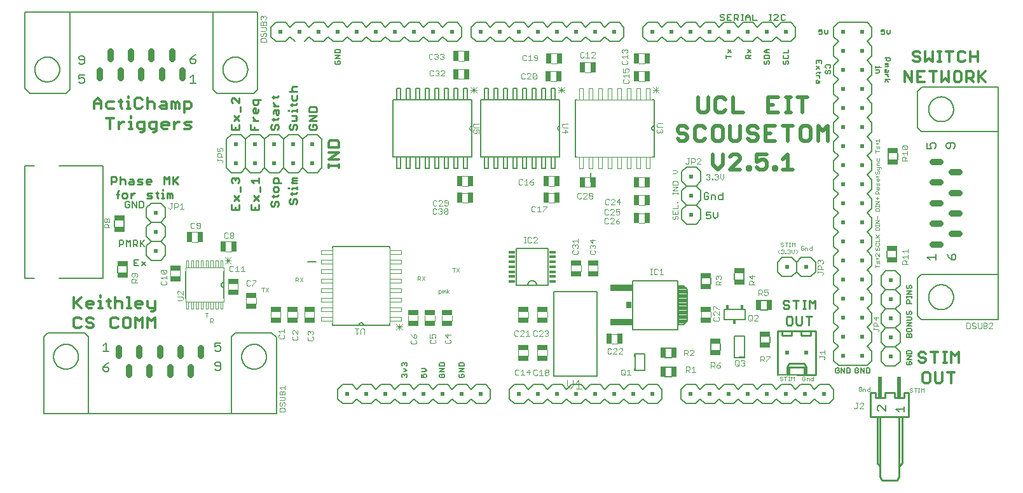
<source format=gto>
G75*
%MOIN*%
%OFA0B0*%
%FSLAX25Y25*%
%IPPOS*%
%LPD*%
%AMOC8*
5,1,8,0,0,1.08239X$1,22.5*
%
%ADD10C,0.01000*%
%ADD11C,0.01400*%
%ADD12C,0.00800*%
%ADD13C,0.01100*%
%ADD14C,0.00300*%
%ADD15C,0.00600*%
%ADD16C,0.00200*%
%ADD17C,0.02100*%
%ADD18C,0.00400*%
%ADD19R,0.02953X0.05709*%
%ADD20C,0.00500*%
%ADD21R,0.02000X0.02000*%
%ADD22C,0.00000*%
%ADD23R,0.05709X0.02953*%
%ADD24R,0.05512X0.02559*%
%ADD25R,0.01800X0.02300*%
%ADD26R,0.02559X0.05512*%
%ADD27R,0.03740X0.01181*%
%ADD28C,0.03200*%
%ADD29R,0.11400X0.03400*%
%ADD30R,0.03000X0.03400*%
%ADD31C,0.00787*%
%ADD32C,0.00700*%
%ADD33R,0.02000X0.08800*%
D10*
X0225355Y0143580D02*
X0229359Y0143580D01*
X0229359Y0146249D01*
X0229359Y0148184D02*
X0226690Y0150853D01*
X0226690Y0148184D02*
X0229359Y0150853D01*
X0230026Y0152788D02*
X0230026Y0155457D01*
X0228692Y0157392D02*
X0229359Y0158059D01*
X0229359Y0159394D01*
X0228692Y0160061D01*
X0228024Y0160061D01*
X0227357Y0159394D01*
X0227357Y0158727D01*
X0227357Y0159394D02*
X0226690Y0160061D01*
X0226023Y0160061D01*
X0225355Y0159394D01*
X0225355Y0158059D01*
X0226023Y0157392D01*
X0235592Y0158727D02*
X0239595Y0158727D01*
X0239595Y0160061D02*
X0239595Y0157392D01*
X0240262Y0155457D02*
X0240262Y0152788D01*
X0239595Y0150853D02*
X0236926Y0148184D01*
X0235592Y0146249D02*
X0235592Y0143580D01*
X0239595Y0143580D01*
X0239595Y0146249D01*
X0239595Y0148184D02*
X0236926Y0150853D01*
X0237593Y0144915D02*
X0237593Y0143580D01*
X0245828Y0145782D02*
X0246495Y0145115D01*
X0247162Y0145115D01*
X0247830Y0145782D01*
X0247830Y0147117D01*
X0248497Y0147784D01*
X0249164Y0147784D01*
X0249831Y0147117D01*
X0249831Y0145782D01*
X0249164Y0145115D01*
X0245828Y0145782D02*
X0245828Y0147117D01*
X0246495Y0147784D01*
X0247162Y0149719D02*
X0247162Y0151053D01*
X0246495Y0150386D02*
X0249164Y0150386D01*
X0249831Y0151053D01*
X0249164Y0152788D02*
X0249831Y0153455D01*
X0249831Y0154790D01*
X0249164Y0155457D01*
X0247830Y0155457D01*
X0247162Y0154790D01*
X0247162Y0153455D01*
X0247830Y0152788D01*
X0249164Y0152788D01*
X0255003Y0154990D02*
X0255670Y0154990D01*
X0257005Y0154990D02*
X0259674Y0154990D01*
X0259674Y0154323D02*
X0259674Y0155657D01*
X0259674Y0157392D02*
X0257005Y0157392D01*
X0257005Y0158059D01*
X0257672Y0158727D01*
X0257005Y0159394D01*
X0257672Y0160061D01*
X0259674Y0160061D01*
X0259674Y0158727D02*
X0257672Y0158727D01*
X0257005Y0154990D02*
X0257005Y0154323D01*
X0257005Y0152588D02*
X0257005Y0151254D01*
X0256338Y0151921D02*
X0259007Y0151921D01*
X0259674Y0152588D01*
X0259007Y0149319D02*
X0259674Y0148651D01*
X0259674Y0147317D01*
X0259007Y0146650D01*
X0257672Y0147317D02*
X0257672Y0148651D01*
X0258339Y0149319D01*
X0259007Y0149319D01*
X0257672Y0147317D02*
X0257005Y0146650D01*
X0256338Y0146650D01*
X0255670Y0147317D01*
X0255670Y0148651D01*
X0256338Y0149319D01*
X0251166Y0157392D02*
X0247162Y0157392D01*
X0247162Y0159394D01*
X0247830Y0160061D01*
X0249164Y0160061D01*
X0249831Y0159394D01*
X0249831Y0157392D01*
X0236926Y0157392D02*
X0235592Y0158727D01*
X0227357Y0144915D02*
X0227357Y0143580D01*
X0225355Y0143580D02*
X0225355Y0146249D01*
X0197096Y0156947D02*
X0195094Y0158949D01*
X0194427Y0158281D02*
X0197096Y0160950D01*
X0194427Y0160950D02*
X0194427Y0156947D01*
X0192492Y0156947D02*
X0192492Y0160950D01*
X0191157Y0159616D01*
X0189823Y0160950D01*
X0189823Y0156947D01*
X0189339Y0154118D02*
X0189339Y0153450D01*
X0189339Y0152116D02*
X0189339Y0149447D01*
X0188672Y0149447D02*
X0190006Y0149447D01*
X0191741Y0149447D02*
X0191741Y0152116D01*
X0192408Y0152116D01*
X0193075Y0151449D01*
X0193743Y0152116D01*
X0194410Y0151449D01*
X0194410Y0149447D01*
X0193075Y0149447D02*
X0193075Y0151449D01*
X0189339Y0152116D02*
X0188672Y0152116D01*
X0186937Y0152116D02*
X0185602Y0152116D01*
X0186270Y0152783D02*
X0186270Y0150114D01*
X0186937Y0149447D01*
X0183667Y0150114D02*
X0183000Y0150781D01*
X0181666Y0150781D01*
X0180998Y0151449D01*
X0181666Y0152116D01*
X0183667Y0152116D01*
X0183667Y0150114D02*
X0183000Y0149447D01*
X0180998Y0149447D01*
X0174560Y0152116D02*
X0173892Y0152116D01*
X0172558Y0150781D01*
X0172558Y0149447D02*
X0172558Y0152116D01*
X0170623Y0151449D02*
X0169956Y0152116D01*
X0168621Y0152116D01*
X0167954Y0151449D01*
X0167954Y0150114D01*
X0168621Y0149447D01*
X0169956Y0149447D01*
X0170623Y0150114D01*
X0170623Y0151449D01*
X0166219Y0151449D02*
X0164885Y0151449D01*
X0165552Y0152783D02*
X0166219Y0153450D01*
X0165552Y0152783D02*
X0165552Y0149447D01*
X0166803Y0156947D02*
X0166803Y0160950D01*
X0167470Y0159616D02*
X0168805Y0159616D01*
X0169472Y0158949D01*
X0169472Y0156947D01*
X0171407Y0157614D02*
X0172074Y0158281D01*
X0174076Y0158281D01*
X0174076Y0158949D02*
X0174076Y0156947D01*
X0172074Y0156947D01*
X0171407Y0157614D01*
X0172074Y0159616D02*
X0173409Y0159616D01*
X0174076Y0158949D01*
X0176011Y0158949D02*
X0176678Y0159616D01*
X0178680Y0159616D01*
X0178013Y0158281D02*
X0176678Y0158281D01*
X0176011Y0158949D01*
X0176011Y0156947D02*
X0178013Y0156947D01*
X0178680Y0157614D01*
X0178013Y0158281D01*
X0180615Y0158281D02*
X0183284Y0158281D01*
X0183284Y0158949D01*
X0182616Y0159616D01*
X0181282Y0159616D01*
X0180615Y0158949D01*
X0180615Y0157614D01*
X0181282Y0156947D01*
X0182616Y0156947D01*
X0167470Y0159616D02*
X0166803Y0158949D01*
X0164868Y0158949D02*
X0164201Y0158281D01*
X0162199Y0158281D01*
X0162199Y0156947D02*
X0162199Y0160950D01*
X0164201Y0160950D01*
X0164868Y0160283D01*
X0164868Y0158949D01*
X0225355Y0185618D02*
X0229359Y0185618D01*
X0229359Y0188287D01*
X0229359Y0190222D02*
X0226690Y0192891D01*
X0226690Y0190222D02*
X0229359Y0192891D01*
X0230026Y0194826D02*
X0230026Y0197495D01*
X0229359Y0199430D02*
X0226690Y0202099D01*
X0226023Y0202099D01*
X0225355Y0201432D01*
X0225355Y0200097D01*
X0226023Y0199430D01*
X0229359Y0199430D02*
X0229359Y0202099D01*
X0236532Y0201332D02*
X0236532Y0199330D01*
X0237200Y0198663D01*
X0238534Y0198663D01*
X0239201Y0199330D01*
X0239201Y0201332D01*
X0240536Y0201332D02*
X0236532Y0201332D01*
X0237200Y0196728D02*
X0237867Y0196728D01*
X0237867Y0194059D01*
X0238534Y0194059D02*
X0237200Y0194059D01*
X0236532Y0194726D01*
X0236532Y0196060D01*
X0237200Y0196728D01*
X0239201Y0196060D02*
X0239201Y0194726D01*
X0238534Y0194059D01*
X0236532Y0192224D02*
X0236532Y0191557D01*
X0237867Y0190222D01*
X0239201Y0190222D02*
X0236532Y0190222D01*
X0235198Y0188287D02*
X0235198Y0185618D01*
X0239201Y0185618D01*
X0237200Y0185618D02*
X0237200Y0186953D01*
X0227357Y0186953D02*
X0227357Y0185618D01*
X0225355Y0185618D02*
X0225355Y0188287D01*
X0245828Y0187620D02*
X0245828Y0186285D01*
X0246495Y0185618D01*
X0247162Y0185618D01*
X0247830Y0186285D01*
X0247830Y0187620D01*
X0248497Y0188287D01*
X0249164Y0188287D01*
X0249831Y0187620D01*
X0249831Y0186285D01*
X0249164Y0185618D01*
X0246495Y0188287D02*
X0245828Y0187620D01*
X0247162Y0190222D02*
X0247162Y0191557D01*
X0246495Y0190889D02*
X0249164Y0190889D01*
X0249831Y0191557D01*
X0249164Y0193291D02*
X0248497Y0193959D01*
X0248497Y0195960D01*
X0247830Y0195960D02*
X0249831Y0195960D01*
X0249831Y0193959D01*
X0249164Y0193291D01*
X0247162Y0193959D02*
X0247162Y0195293D01*
X0247830Y0195960D01*
X0248497Y0197895D02*
X0247162Y0199230D01*
X0247162Y0199897D01*
X0247162Y0201732D02*
X0247162Y0203066D01*
X0246495Y0202399D02*
X0249164Y0202399D01*
X0249831Y0203066D01*
X0249831Y0197895D02*
X0247162Y0197895D01*
X0255003Y0195493D02*
X0255670Y0195493D01*
X0257005Y0195493D02*
X0259674Y0195493D01*
X0259674Y0194826D02*
X0259674Y0196160D01*
X0259007Y0198562D02*
X0256338Y0198562D01*
X0257005Y0197895D02*
X0257005Y0199230D01*
X0257672Y0200965D02*
X0259007Y0200965D01*
X0259674Y0201632D01*
X0259674Y0203633D01*
X0259674Y0205568D02*
X0255670Y0205568D01*
X0257005Y0206236D02*
X0257005Y0207570D01*
X0257672Y0208237D01*
X0259674Y0208237D01*
X0257005Y0206236D02*
X0257672Y0205568D01*
X0257005Y0203633D02*
X0257005Y0201632D01*
X0257672Y0200965D01*
X0259674Y0199230D02*
X0259007Y0198562D01*
X0257005Y0195493D02*
X0257005Y0194826D01*
X0257005Y0192891D02*
X0259007Y0192891D01*
X0259674Y0192224D01*
X0259007Y0191557D01*
X0259674Y0190889D01*
X0259007Y0190222D01*
X0257005Y0190222D01*
X0256338Y0188287D02*
X0255670Y0187620D01*
X0255670Y0186285D01*
X0256338Y0185618D01*
X0257005Y0185618D01*
X0257672Y0186285D01*
X0257672Y0187620D01*
X0258339Y0188287D01*
X0259007Y0188287D01*
X0259674Y0187620D01*
X0259674Y0186285D01*
X0259007Y0185618D01*
X0265907Y0186285D02*
X0266574Y0185618D01*
X0269243Y0185618D01*
X0269910Y0186285D01*
X0269910Y0187620D01*
X0269243Y0188287D01*
X0267908Y0188287D01*
X0267908Y0186953D01*
X0266574Y0188287D02*
X0265907Y0187620D01*
X0265907Y0186285D01*
X0265907Y0190222D02*
X0269910Y0192891D01*
X0265907Y0192891D01*
X0265907Y0194826D02*
X0265907Y0196828D01*
X0266574Y0197495D01*
X0269243Y0197495D01*
X0269910Y0196828D01*
X0269910Y0194826D01*
X0265907Y0194826D01*
X0265907Y0190222D02*
X0269910Y0190222D01*
X0511572Y0079925D02*
X0514072Y0079925D01*
X0514072Y0077425D01*
X0519072Y0077425D01*
X0519072Y0079925D01*
X0524072Y0079925D01*
X0524072Y0077425D01*
X0529072Y0077425D01*
X0529072Y0079925D01*
X0531572Y0079925D01*
X0521572Y0079925D01*
X0519072Y0079925D02*
X0514072Y0079925D01*
X0511572Y0079925D02*
X0511572Y0068425D01*
X0511572Y0056925D01*
X0516572Y0056925D02*
X0516572Y0060925D01*
X0517572Y0062925D01*
X0525572Y0062925D01*
X0526572Y0060925D01*
X0525572Y0060925D01*
X0525572Y0056925D01*
X0526572Y0056925D02*
X0526572Y0060925D01*
X0525572Y0060925D02*
X0517572Y0060925D01*
X0517572Y0056925D01*
X0521572Y0056925D02*
X0526572Y0056925D01*
X0531572Y0056925D01*
X0531572Y0068425D01*
X0531572Y0079925D01*
X0517572Y0060925D02*
X0516572Y0060925D01*
X0560272Y0047500D02*
X0560272Y0035000D01*
X0563772Y0035000D01*
X0563772Y0010500D01*
X0565072Y0009100D01*
X0565272Y0003500D02*
X0566272Y0001500D01*
X0570072Y0001500D01*
X0570472Y0001500D01*
X0570072Y0001500D02*
X0574272Y0001500D01*
X0575272Y0003500D01*
X0575272Y0035000D01*
X0573772Y0035000D01*
X0575272Y0035000D02*
X0580272Y0035000D01*
X0580272Y0047500D01*
X0577772Y0047500D01*
X0577772Y0045000D01*
X0572772Y0045000D01*
X0572772Y0047500D01*
X0567772Y0047500D01*
X0567772Y0045000D01*
X0562772Y0045000D01*
X0562772Y0047500D01*
X0560272Y0047500D01*
X0563772Y0035000D02*
X0575272Y0035000D01*
X0576772Y0035000D02*
X0576772Y0010500D01*
X0575472Y0009100D01*
X0565272Y0003500D02*
X0565272Y0035000D01*
D11*
X0587682Y0053593D02*
X0588616Y0052659D01*
X0590484Y0052659D01*
X0591419Y0053593D01*
X0591419Y0057329D01*
X0590484Y0058263D01*
X0588616Y0058263D01*
X0587682Y0057329D01*
X0587682Y0053593D01*
X0594127Y0053593D02*
X0595062Y0052659D01*
X0596930Y0052659D01*
X0597864Y0053593D01*
X0597864Y0058263D01*
X0600573Y0058263D02*
X0604310Y0058263D01*
X0602441Y0058263D02*
X0602441Y0052659D01*
X0594127Y0053593D02*
X0594127Y0058263D01*
X0593847Y0063159D02*
X0593847Y0068763D01*
X0591979Y0068763D02*
X0595716Y0068763D01*
X0598424Y0068763D02*
X0600293Y0068763D01*
X0599359Y0068763D02*
X0599359Y0063159D01*
X0600293Y0063159D02*
X0598424Y0063159D01*
X0602721Y0063159D02*
X0602721Y0068763D01*
X0604590Y0066895D01*
X0606458Y0068763D01*
X0606458Y0063159D01*
X0589270Y0064093D02*
X0588336Y0063159D01*
X0586468Y0063159D01*
X0585534Y0064093D01*
X0586468Y0065961D02*
X0588336Y0065961D01*
X0589270Y0065027D01*
X0589270Y0064093D01*
X0586468Y0065961D02*
X0585534Y0066895D01*
X0585534Y0067829D01*
X0586468Y0068763D01*
X0588336Y0068763D01*
X0589270Y0067829D01*
X0281734Y0165413D02*
X0281734Y0167281D01*
X0281734Y0166347D02*
X0276129Y0166347D01*
X0276129Y0165413D02*
X0276129Y0167281D01*
X0276129Y0169710D02*
X0281734Y0173447D01*
X0276129Y0173447D01*
X0276129Y0176156D02*
X0276129Y0178958D01*
X0277063Y0179892D01*
X0280800Y0179892D01*
X0281734Y0178958D01*
X0281734Y0176156D01*
X0276129Y0176156D01*
X0276129Y0169710D02*
X0281734Y0169710D01*
X0204259Y0186861D02*
X0203325Y0187795D01*
X0201457Y0187795D01*
X0200523Y0188729D01*
X0201457Y0189663D01*
X0204259Y0189663D01*
X0204259Y0186861D02*
X0203325Y0185926D01*
X0200523Y0185926D01*
X0197954Y0189663D02*
X0197020Y0189663D01*
X0195152Y0187795D01*
X0195152Y0189663D02*
X0195152Y0185926D01*
X0192443Y0187795D02*
X0188706Y0187795D01*
X0188706Y0188729D02*
X0189640Y0189663D01*
X0191508Y0189663D01*
X0192443Y0188729D01*
X0192443Y0187795D01*
X0191508Y0185926D02*
X0189640Y0185926D01*
X0188706Y0186861D01*
X0188706Y0188729D01*
X0185997Y0189663D02*
X0183195Y0189663D01*
X0182261Y0188729D01*
X0182261Y0186861D01*
X0183195Y0185926D01*
X0185997Y0185926D01*
X0185997Y0184992D02*
X0185997Y0189663D01*
X0185997Y0184992D02*
X0185063Y0184058D01*
X0184129Y0184058D01*
X0179552Y0184992D02*
X0179552Y0189663D01*
X0176749Y0189663D01*
X0175815Y0188729D01*
X0175815Y0186861D01*
X0176749Y0185926D01*
X0179552Y0185926D01*
X0179552Y0184992D02*
X0178617Y0184058D01*
X0177683Y0184058D01*
X0173386Y0185926D02*
X0171518Y0185926D01*
X0172452Y0185926D02*
X0172452Y0189663D01*
X0171518Y0189663D01*
X0172452Y0191531D02*
X0172452Y0192465D01*
X0172312Y0196426D02*
X0170444Y0196426D01*
X0171378Y0196426D02*
X0171378Y0200163D01*
X0170444Y0200163D01*
X0171378Y0202031D02*
X0171378Y0202965D01*
X0174741Y0201097D02*
X0174741Y0197361D01*
X0175675Y0196426D01*
X0177543Y0196426D01*
X0178477Y0197361D01*
X0181186Y0196426D02*
X0181186Y0202031D01*
X0182120Y0200163D02*
X0183989Y0200163D01*
X0184923Y0199229D01*
X0184923Y0196426D01*
X0187632Y0197361D02*
X0188566Y0196426D01*
X0191368Y0196426D01*
X0191368Y0199229D01*
X0190434Y0200163D01*
X0188566Y0200163D01*
X0188566Y0198295D02*
X0191368Y0198295D01*
X0188566Y0198295D02*
X0187632Y0197361D01*
X0182120Y0200163D02*
X0181186Y0199229D01*
X0178477Y0201097D02*
X0177543Y0202031D01*
X0175675Y0202031D01*
X0174741Y0201097D01*
X0168015Y0200163D02*
X0166147Y0200163D01*
X0167081Y0201097D02*
X0167081Y0197361D01*
X0168015Y0196426D01*
X0163438Y0196426D02*
X0160635Y0196426D01*
X0159701Y0197361D01*
X0159701Y0199229D01*
X0160635Y0200163D01*
X0163438Y0200163D01*
X0156992Y0200163D02*
X0156992Y0196426D01*
X0156992Y0199229D02*
X0153256Y0199229D01*
X0153256Y0200163D02*
X0155124Y0202031D01*
X0156992Y0200163D01*
X0153256Y0200163D02*
X0153256Y0196426D01*
X0159701Y0191531D02*
X0163438Y0191531D01*
X0161570Y0191531D02*
X0161570Y0185926D01*
X0166147Y0185926D02*
X0166147Y0189663D01*
X0168015Y0189663D02*
X0168949Y0189663D01*
X0168015Y0189663D02*
X0166147Y0187795D01*
X0194077Y0196426D02*
X0194077Y0200163D01*
X0195011Y0200163D01*
X0195946Y0199229D01*
X0196880Y0200163D01*
X0197814Y0199229D01*
X0197814Y0196426D01*
X0195946Y0196426D02*
X0195946Y0199229D01*
X0200523Y0200163D02*
X0200523Y0194558D01*
X0200523Y0196426D02*
X0203325Y0196426D01*
X0204259Y0197361D01*
X0204259Y0199229D01*
X0203325Y0200163D01*
X0200523Y0200163D01*
X0171569Y0097504D02*
X0171569Y0091899D01*
X0170635Y0091899D02*
X0172503Y0091899D01*
X0174932Y0092833D02*
X0174932Y0094701D01*
X0175866Y0095635D01*
X0177734Y0095635D01*
X0178668Y0094701D01*
X0178668Y0093767D01*
X0174932Y0093767D01*
X0174932Y0092833D02*
X0175866Y0091899D01*
X0177734Y0091899D01*
X0181377Y0092833D02*
X0182311Y0091899D01*
X0185114Y0091899D01*
X0185114Y0090965D02*
X0184180Y0090031D01*
X0183246Y0090031D01*
X0185114Y0090965D02*
X0185114Y0095635D01*
X0181377Y0095635D02*
X0181377Y0092833D01*
X0181377Y0087004D02*
X0183246Y0085135D01*
X0185114Y0087004D01*
X0185114Y0081399D01*
X0181377Y0081399D02*
X0181377Y0087004D01*
X0178668Y0087004D02*
X0178668Y0081399D01*
X0174932Y0081399D02*
X0174932Y0087004D01*
X0176800Y0085135D01*
X0178668Y0087004D01*
X0172223Y0086069D02*
X0172223Y0082333D01*
X0171289Y0081399D01*
X0169420Y0081399D01*
X0168486Y0082333D01*
X0168486Y0086069D01*
X0169420Y0087004D01*
X0171289Y0087004D01*
X0172223Y0086069D01*
X0165777Y0086069D02*
X0164843Y0087004D01*
X0162975Y0087004D01*
X0162041Y0086069D01*
X0162041Y0082333D01*
X0162975Y0081399D01*
X0164843Y0081399D01*
X0165777Y0082333D01*
X0152886Y0082333D02*
X0151952Y0081399D01*
X0150084Y0081399D01*
X0149150Y0082333D01*
X0150084Y0084201D02*
X0149150Y0085135D01*
X0149150Y0086069D01*
X0150084Y0087004D01*
X0151952Y0087004D01*
X0152886Y0086069D01*
X0151952Y0084201D02*
X0152886Y0083267D01*
X0152886Y0082333D01*
X0151952Y0084201D02*
X0150084Y0084201D01*
X0146441Y0082333D02*
X0145507Y0081399D01*
X0143638Y0081399D01*
X0142704Y0082333D01*
X0142704Y0086069D01*
X0143638Y0087004D01*
X0145507Y0087004D01*
X0146441Y0086069D01*
X0146441Y0091899D02*
X0143638Y0094701D01*
X0142704Y0093767D02*
X0146441Y0097504D01*
X0142704Y0097504D02*
X0142704Y0091899D01*
X0149150Y0092833D02*
X0149150Y0094701D01*
X0150084Y0095635D01*
X0151952Y0095635D01*
X0152886Y0094701D01*
X0152886Y0093767D01*
X0149150Y0093767D01*
X0149150Y0092833D02*
X0150084Y0091899D01*
X0151952Y0091899D01*
X0155595Y0091899D02*
X0157464Y0091899D01*
X0156529Y0091899D02*
X0156529Y0095635D01*
X0155595Y0095635D01*
X0156529Y0097504D02*
X0156529Y0098438D01*
X0159892Y0095635D02*
X0161761Y0095635D01*
X0160826Y0096569D02*
X0160826Y0092833D01*
X0161761Y0091899D01*
X0164189Y0091899D02*
X0164189Y0097504D01*
X0165123Y0095635D02*
X0166992Y0095635D01*
X0167926Y0094701D01*
X0167926Y0091899D01*
X0164189Y0094701D02*
X0165123Y0095635D01*
X0170635Y0097504D02*
X0171569Y0097504D01*
X0578334Y0210533D02*
X0578334Y0216137D01*
X0582071Y0210533D01*
X0582071Y0216137D01*
X0584780Y0216137D02*
X0584780Y0210533D01*
X0588516Y0210533D01*
X0586648Y0213335D02*
X0584780Y0213335D01*
X0584780Y0216137D02*
X0588516Y0216137D01*
X0591225Y0216137D02*
X0594962Y0216137D01*
X0593094Y0216137D02*
X0593094Y0210533D01*
X0597671Y0210533D02*
X0599539Y0212401D01*
X0601407Y0210533D01*
X0601407Y0216137D01*
X0604116Y0215203D02*
X0604116Y0211467D01*
X0605050Y0210533D01*
X0606919Y0210533D01*
X0607853Y0211467D01*
X0607853Y0215203D01*
X0606919Y0216137D01*
X0605050Y0216137D01*
X0604116Y0215203D01*
X0597671Y0216137D02*
X0597671Y0210533D01*
X0610562Y0210533D02*
X0610562Y0216137D01*
X0613364Y0216137D01*
X0614298Y0215203D01*
X0614298Y0213335D01*
X0613364Y0212401D01*
X0610562Y0212401D01*
X0612430Y0212401D02*
X0614298Y0210533D01*
X0617007Y0210533D02*
X0617007Y0216137D01*
X0617941Y0213335D02*
X0620744Y0210533D01*
X0617007Y0212401D02*
X0620744Y0216137D01*
X0616447Y0221033D02*
X0616447Y0226637D01*
X0616447Y0223835D02*
X0612710Y0223835D01*
X0612710Y0221033D02*
X0612710Y0226637D01*
X0610001Y0225703D02*
X0609067Y0226637D01*
X0607199Y0226637D01*
X0606265Y0225703D01*
X0606265Y0221967D01*
X0607199Y0221033D01*
X0609067Y0221033D01*
X0610001Y0221967D01*
X0601688Y0221033D02*
X0601688Y0226637D01*
X0603556Y0226637D02*
X0599819Y0226637D01*
X0597391Y0226637D02*
X0595522Y0226637D01*
X0596456Y0226637D02*
X0596456Y0221033D01*
X0595522Y0221033D02*
X0597391Y0221033D01*
X0592813Y0221033D02*
X0590945Y0222901D01*
X0589077Y0221033D01*
X0589077Y0226637D01*
X0586368Y0225703D02*
X0585434Y0226637D01*
X0583565Y0226637D01*
X0582631Y0225703D01*
X0582631Y0224769D01*
X0583565Y0223835D01*
X0585434Y0223835D01*
X0586368Y0222901D01*
X0586368Y0221967D01*
X0585434Y0221033D01*
X0583565Y0221033D01*
X0582631Y0221967D01*
X0592813Y0221033D02*
X0592813Y0226637D01*
D12*
X0515560Y0243304D02*
X0515026Y0242770D01*
X0513959Y0242770D01*
X0513425Y0243304D01*
X0513425Y0245439D01*
X0513959Y0245973D01*
X0515026Y0245973D01*
X0515560Y0245439D01*
X0511877Y0245439D02*
X0511343Y0245973D01*
X0510276Y0245973D01*
X0509742Y0245439D01*
X0508354Y0245973D02*
X0507286Y0245973D01*
X0507820Y0245973D02*
X0507820Y0242770D01*
X0507286Y0242770D02*
X0508354Y0242770D01*
X0509742Y0242770D02*
X0511877Y0244905D01*
X0511877Y0245439D01*
X0511877Y0242770D02*
X0509742Y0242770D01*
X0500822Y0242770D02*
X0498687Y0242770D01*
X0498687Y0245973D01*
X0497139Y0244905D02*
X0497139Y0242770D01*
X0497139Y0244371D02*
X0495004Y0244371D01*
X0495004Y0244905D02*
X0496072Y0245973D01*
X0497139Y0244905D01*
X0495004Y0244905D02*
X0495004Y0242770D01*
X0493616Y0242770D02*
X0492549Y0242770D01*
X0493082Y0242770D02*
X0493082Y0245973D01*
X0492549Y0245973D02*
X0493616Y0245973D01*
X0491001Y0245439D02*
X0491001Y0244371D01*
X0490467Y0243838D01*
X0488865Y0243838D01*
X0488865Y0242770D02*
X0488865Y0245973D01*
X0490467Y0245973D01*
X0491001Y0245439D01*
X0489933Y0243838D02*
X0491001Y0242770D01*
X0487317Y0242770D02*
X0485182Y0242770D01*
X0485182Y0245973D01*
X0487317Y0245973D01*
X0486250Y0244371D02*
X0485182Y0244371D01*
X0483634Y0243838D02*
X0483100Y0244371D01*
X0482033Y0244371D01*
X0481499Y0244905D01*
X0481499Y0245439D01*
X0482033Y0245973D01*
X0483100Y0245973D01*
X0483634Y0245439D01*
X0483634Y0243838D02*
X0483634Y0243304D01*
X0483100Y0242770D01*
X0482033Y0242770D01*
X0481499Y0243304D01*
X0391349Y0123202D02*
X0374432Y0123202D01*
X0374432Y0103924D01*
X0391349Y0103924D01*
X0391349Y0123202D01*
X0385252Y0103924D02*
X0385250Y0104020D01*
X0385244Y0104117D01*
X0385234Y0104212D01*
X0385221Y0104308D01*
X0385203Y0104403D01*
X0385182Y0104496D01*
X0385156Y0104589D01*
X0385127Y0104681D01*
X0385095Y0104772D01*
X0385058Y0104861D01*
X0385018Y0104949D01*
X0384975Y0105035D01*
X0384927Y0105119D01*
X0384877Y0105201D01*
X0384823Y0105281D01*
X0384766Y0105359D01*
X0384706Y0105434D01*
X0384643Y0105507D01*
X0384577Y0105577D01*
X0384508Y0105645D01*
X0384437Y0105709D01*
X0384363Y0105771D01*
X0384286Y0105829D01*
X0384207Y0105885D01*
X0384126Y0105937D01*
X0384043Y0105985D01*
X0383958Y0106031D01*
X0383871Y0106073D01*
X0383783Y0106111D01*
X0383693Y0106145D01*
X0383602Y0106176D01*
X0383509Y0106203D01*
X0383416Y0106227D01*
X0383321Y0106246D01*
X0383226Y0106262D01*
X0383131Y0106274D01*
X0383034Y0106282D01*
X0382938Y0106286D01*
X0382842Y0106286D01*
X0382746Y0106282D01*
X0382649Y0106274D01*
X0382554Y0106262D01*
X0382459Y0106246D01*
X0382364Y0106227D01*
X0382271Y0106203D01*
X0382178Y0106176D01*
X0382087Y0106145D01*
X0381997Y0106111D01*
X0381909Y0106073D01*
X0381822Y0106031D01*
X0381737Y0105985D01*
X0381654Y0105937D01*
X0381573Y0105885D01*
X0381494Y0105829D01*
X0381417Y0105771D01*
X0381343Y0105709D01*
X0381272Y0105645D01*
X0381203Y0105577D01*
X0381137Y0105507D01*
X0381074Y0105434D01*
X0381014Y0105359D01*
X0380957Y0105281D01*
X0380903Y0105201D01*
X0380853Y0105119D01*
X0380805Y0105035D01*
X0380762Y0104949D01*
X0380722Y0104861D01*
X0380685Y0104772D01*
X0380653Y0104681D01*
X0380624Y0104589D01*
X0380598Y0104496D01*
X0380577Y0104403D01*
X0380559Y0104308D01*
X0380546Y0104212D01*
X0380536Y0104117D01*
X0380530Y0104020D01*
X0380528Y0103924D01*
X0394091Y0100669D02*
X0394091Y0056181D01*
X0416965Y0056181D01*
X0416965Y0100669D01*
X0394091Y0100669D01*
X0435572Y0106327D02*
X0459172Y0106325D01*
X0459170Y0106327D02*
X0459168Y0080522D01*
X0459172Y0080525D02*
X0435572Y0080524D01*
X0435572Y0106327D01*
X0459572Y0103525D02*
X0459572Y0083325D01*
X0462372Y0083325D01*
X0464172Y0085125D01*
X0464172Y0101725D01*
X0462372Y0103525D01*
X0459572Y0103525D01*
X0491178Y0077087D02*
X0494327Y0077087D01*
X0494327Y0074724D01*
X0494327Y0068425D02*
X0494327Y0066063D01*
X0491178Y0066063D01*
X0439741Y0067756D02*
X0436591Y0067756D01*
X0436591Y0066575D01*
X0436591Y0060276D02*
X0436591Y0059094D01*
X0439741Y0059094D01*
X0180231Y0114030D02*
X0178096Y0116165D01*
X0176548Y0117233D02*
X0174412Y0117233D01*
X0174412Y0114030D01*
X0176548Y0114030D01*
X0178096Y0114030D02*
X0180231Y0116165D01*
X0175480Y0115631D02*
X0174412Y0115631D01*
X0173905Y0124266D02*
X0173905Y0127469D01*
X0175506Y0127469D01*
X0176040Y0126935D01*
X0176040Y0125868D01*
X0175506Y0125334D01*
X0173905Y0125334D01*
X0174972Y0125334D02*
X0176040Y0124266D01*
X0177588Y0124266D02*
X0177588Y0127469D01*
X0178122Y0125868D02*
X0179723Y0124266D01*
X0177588Y0125334D02*
X0179723Y0127469D01*
X0172357Y0127469D02*
X0172357Y0124266D01*
X0170222Y0124266D02*
X0170222Y0127469D01*
X0171289Y0126401D01*
X0172357Y0127469D01*
X0168674Y0126935D02*
X0168674Y0125868D01*
X0168140Y0125334D01*
X0166538Y0125334D01*
X0166538Y0124266D02*
X0166538Y0127469D01*
X0168140Y0127469D01*
X0168674Y0126935D01*
X0170222Y0144542D02*
X0171289Y0144542D01*
X0171823Y0145076D01*
X0171823Y0146143D01*
X0170756Y0146143D01*
X0171823Y0147211D02*
X0171289Y0147744D01*
X0170222Y0147744D01*
X0169688Y0147211D01*
X0169688Y0145076D01*
X0170222Y0144542D01*
X0173371Y0144542D02*
X0173371Y0147744D01*
X0175506Y0144542D01*
X0175506Y0147744D01*
X0177054Y0147744D02*
X0177054Y0144542D01*
X0178656Y0144542D01*
X0179189Y0145076D01*
X0179189Y0147211D01*
X0178656Y0147744D01*
X0177054Y0147744D01*
D13*
X0514519Y0095152D02*
X0514519Y0094401D01*
X0515269Y0093651D01*
X0516770Y0093651D01*
X0517521Y0092900D01*
X0517521Y0092149D01*
X0516770Y0091399D01*
X0515269Y0091399D01*
X0514519Y0092149D01*
X0514519Y0095152D02*
X0515269Y0095903D01*
X0516770Y0095903D01*
X0517521Y0095152D01*
X0519675Y0095903D02*
X0522677Y0095903D01*
X0521176Y0095903D02*
X0521176Y0091399D01*
X0524831Y0091399D02*
X0526333Y0091399D01*
X0525582Y0091399D02*
X0525582Y0095903D01*
X0524831Y0095903D02*
X0526333Y0095903D01*
X0528269Y0095903D02*
X0529770Y0094401D01*
X0531271Y0095903D01*
X0531271Y0091399D01*
X0528269Y0091399D02*
X0528269Y0095903D01*
X0528051Y0087503D02*
X0528051Y0082999D01*
X0524396Y0083749D02*
X0524396Y0087503D01*
X0526550Y0087503D02*
X0529553Y0087503D01*
X0524396Y0083749D02*
X0523646Y0082999D01*
X0522144Y0082999D01*
X0521394Y0083749D01*
X0521394Y0087503D01*
X0519240Y0086752D02*
X0518489Y0087503D01*
X0516988Y0087503D01*
X0516237Y0086752D01*
X0516237Y0083749D01*
X0516988Y0082999D01*
X0518489Y0082999D01*
X0519240Y0083749D01*
X0519240Y0086752D01*
D14*
X0501170Y0087262D02*
X0501170Y0087746D01*
X0500686Y0088230D01*
X0499719Y0088230D01*
X0499235Y0087746D01*
X0498223Y0087746D02*
X0498223Y0085811D01*
X0497740Y0085327D01*
X0496772Y0085327D01*
X0496288Y0085811D01*
X0496288Y0087746D01*
X0496772Y0088230D01*
X0497740Y0088230D01*
X0498223Y0087746D01*
X0497256Y0086295D02*
X0498223Y0085327D01*
X0499235Y0085327D02*
X0501170Y0087262D01*
X0501170Y0085327D02*
X0499235Y0085327D01*
X0480929Y0085634D02*
X0480929Y0086601D01*
X0480446Y0087085D01*
X0480929Y0088097D02*
X0478994Y0090031D01*
X0478511Y0090031D01*
X0478027Y0089548D01*
X0478027Y0088580D01*
X0478511Y0088097D01*
X0478511Y0087085D02*
X0478027Y0086601D01*
X0478027Y0085634D01*
X0478511Y0085150D01*
X0480446Y0085150D01*
X0480929Y0085634D01*
X0480929Y0088097D02*
X0480929Y0090031D01*
X0480929Y0091043D02*
X0480446Y0091043D01*
X0478511Y0092978D01*
X0478027Y0092978D01*
X0478027Y0091043D01*
X0501577Y0098564D02*
X0501577Y0101467D01*
X0503028Y0101467D01*
X0503511Y0100983D01*
X0503511Y0100015D01*
X0503028Y0099532D01*
X0501577Y0099532D01*
X0502544Y0099532D02*
X0503511Y0098564D01*
X0504523Y0099048D02*
X0505007Y0098564D01*
X0505974Y0098564D01*
X0506458Y0099048D01*
X0506458Y0100015D01*
X0505974Y0100499D01*
X0505491Y0100499D01*
X0504523Y0100015D01*
X0504523Y0101467D01*
X0506458Y0101467D01*
X0499622Y0104198D02*
X0496719Y0104198D01*
X0496719Y0105649D01*
X0497203Y0106133D01*
X0498170Y0106133D01*
X0498654Y0105649D01*
X0498654Y0104198D01*
X0498654Y0105165D02*
X0499622Y0106133D01*
X0498170Y0107144D02*
X0498170Y0109079D01*
X0496719Y0108596D02*
X0498170Y0107144D01*
X0496719Y0108596D02*
X0499622Y0108596D01*
X0482003Y0108438D02*
X0482003Y0107471D01*
X0481520Y0106987D01*
X0482003Y0105975D02*
X0481036Y0105008D01*
X0481036Y0105492D02*
X0481036Y0104040D01*
X0482003Y0104040D02*
X0479101Y0104040D01*
X0479101Y0105492D01*
X0479585Y0105975D01*
X0480552Y0105975D01*
X0481036Y0105492D01*
X0479585Y0106987D02*
X0479101Y0107471D01*
X0479101Y0108438D01*
X0479585Y0108922D01*
X0480068Y0108922D01*
X0480552Y0108438D01*
X0481036Y0108922D01*
X0481520Y0108922D01*
X0482003Y0108438D01*
X0480552Y0108438D02*
X0480552Y0107954D01*
X0451697Y0109559D02*
X0449762Y0109559D01*
X0450730Y0109559D02*
X0450730Y0112462D01*
X0449762Y0111494D01*
X0448751Y0111978D02*
X0448267Y0112462D01*
X0447300Y0112462D01*
X0446816Y0111978D01*
X0446816Y0110043D01*
X0447300Y0109559D01*
X0448267Y0109559D01*
X0448751Y0110043D01*
X0445819Y0109559D02*
X0444851Y0109559D01*
X0445335Y0109559D02*
X0445335Y0112462D01*
X0444851Y0112462D02*
X0445819Y0112462D01*
X0416078Y0120593D02*
X0416078Y0121561D01*
X0415594Y0122045D01*
X0415594Y0123056D02*
X0416078Y0123540D01*
X0416078Y0124507D01*
X0415594Y0124991D01*
X0415111Y0124991D01*
X0414627Y0124507D01*
X0414627Y0124024D01*
X0414627Y0124507D02*
X0414143Y0124991D01*
X0413659Y0124991D01*
X0413176Y0124507D01*
X0413176Y0123540D01*
X0413659Y0123056D01*
X0413659Y0122045D02*
X0413176Y0121561D01*
X0413176Y0120593D01*
X0413659Y0120110D01*
X0415594Y0120110D01*
X0416078Y0120593D01*
X0406973Y0120811D02*
X0406973Y0121778D01*
X0406489Y0122262D01*
X0406489Y0123274D02*
X0406973Y0123757D01*
X0406973Y0124725D01*
X0406489Y0125209D01*
X0406005Y0125209D01*
X0405521Y0124725D01*
X0405521Y0124241D01*
X0405521Y0124725D02*
X0405038Y0125209D01*
X0404554Y0125209D01*
X0404070Y0124725D01*
X0404070Y0123757D01*
X0404554Y0123274D01*
X0404554Y0122262D02*
X0404070Y0121778D01*
X0404070Y0120811D01*
X0404554Y0120327D01*
X0406489Y0120327D01*
X0406973Y0120811D01*
X0406973Y0126220D02*
X0406973Y0128155D01*
X0406973Y0127188D02*
X0404070Y0127188D01*
X0405038Y0126220D01*
X0413176Y0127454D02*
X0414627Y0126003D01*
X0414627Y0127938D01*
X0416078Y0127454D02*
X0413176Y0127454D01*
X0421397Y0136123D02*
X0422365Y0136123D01*
X0422848Y0136607D01*
X0423860Y0136123D02*
X0425795Y0138058D01*
X0425795Y0138542D01*
X0425311Y0139026D01*
X0424344Y0139026D01*
X0423860Y0138542D01*
X0422848Y0138542D02*
X0422365Y0139026D01*
X0421397Y0139026D01*
X0420913Y0138542D01*
X0420913Y0136607D01*
X0421397Y0136123D01*
X0423860Y0136123D02*
X0425795Y0136123D01*
X0426806Y0136607D02*
X0427290Y0136123D01*
X0428258Y0136123D01*
X0428741Y0136607D01*
X0428741Y0137091D01*
X0428258Y0137574D01*
X0426806Y0137574D01*
X0426806Y0136607D01*
X0426806Y0137574D02*
X0427774Y0138542D01*
X0428741Y0139026D01*
X0428258Y0140848D02*
X0427290Y0140848D01*
X0426806Y0141331D01*
X0426806Y0142299D02*
X0427774Y0142783D01*
X0428258Y0142783D01*
X0428741Y0142299D01*
X0428741Y0141331D01*
X0428258Y0140848D01*
X0426806Y0142299D02*
X0426806Y0143750D01*
X0428741Y0143750D01*
X0428672Y0146174D02*
X0428672Y0149076D01*
X0427221Y0147625D01*
X0429156Y0147625D01*
X0426209Y0148109D02*
X0424274Y0146174D01*
X0426209Y0146174D01*
X0426209Y0148109D02*
X0426209Y0148592D01*
X0425726Y0149076D01*
X0424758Y0149076D01*
X0424274Y0148592D01*
X0423263Y0148592D02*
X0422779Y0149076D01*
X0421812Y0149076D01*
X0421328Y0148592D01*
X0421328Y0146657D01*
X0421812Y0146174D01*
X0422779Y0146174D01*
X0423263Y0146657D01*
X0422365Y0143750D02*
X0421397Y0143750D01*
X0420913Y0143266D01*
X0420913Y0141331D01*
X0421397Y0140848D01*
X0422365Y0140848D01*
X0422848Y0141331D01*
X0423860Y0140848D02*
X0425795Y0142783D01*
X0425795Y0143266D01*
X0425311Y0143750D01*
X0424344Y0143750D01*
X0423860Y0143266D01*
X0422848Y0143266D02*
X0422365Y0143750D01*
X0423860Y0140848D02*
X0425795Y0140848D01*
X0414568Y0149796D02*
X0414084Y0149312D01*
X0413117Y0149312D01*
X0412633Y0149796D01*
X0412633Y0150280D01*
X0413117Y0150763D01*
X0414084Y0150763D01*
X0414568Y0150280D01*
X0414568Y0149796D01*
X0414084Y0150763D02*
X0414568Y0151247D01*
X0414568Y0151731D01*
X0414084Y0152215D01*
X0413117Y0152215D01*
X0412633Y0151731D01*
X0412633Y0151247D01*
X0413117Y0150763D01*
X0411622Y0151247D02*
X0411622Y0151731D01*
X0411138Y0152215D01*
X0410170Y0152215D01*
X0409687Y0151731D01*
X0408675Y0151731D02*
X0408191Y0152215D01*
X0407224Y0152215D01*
X0406740Y0151731D01*
X0406740Y0149796D01*
X0407224Y0149312D01*
X0408191Y0149312D01*
X0408675Y0149796D01*
X0409687Y0149312D02*
X0411622Y0151247D01*
X0411622Y0149312D02*
X0409687Y0149312D01*
X0390552Y0145325D02*
X0390552Y0144841D01*
X0388618Y0142906D01*
X0388618Y0142422D01*
X0387606Y0142422D02*
X0385671Y0142422D01*
X0386638Y0142422D02*
X0386638Y0145325D01*
X0385671Y0144357D01*
X0384659Y0144841D02*
X0384176Y0145325D01*
X0383208Y0145325D01*
X0382724Y0144841D01*
X0382724Y0142906D01*
X0383208Y0142422D01*
X0384176Y0142422D01*
X0384659Y0142906D01*
X0388618Y0145325D02*
X0390552Y0145325D01*
X0383179Y0156596D02*
X0383663Y0157079D01*
X0383663Y0157563D01*
X0383179Y0158047D01*
X0381728Y0158047D01*
X0381728Y0157079D01*
X0382211Y0156596D01*
X0383179Y0156596D01*
X0381728Y0158047D02*
X0382695Y0159014D01*
X0383663Y0159498D01*
X0379749Y0159498D02*
X0379749Y0156596D01*
X0380716Y0156596D02*
X0378781Y0156596D01*
X0377770Y0157079D02*
X0377286Y0156596D01*
X0376318Y0156596D01*
X0375835Y0157079D01*
X0375835Y0159014D01*
X0376318Y0159498D01*
X0377286Y0159498D01*
X0377770Y0159014D01*
X0378781Y0158531D02*
X0379749Y0159498D01*
X0338781Y0147991D02*
X0338781Y0146056D01*
X0338297Y0145572D01*
X0337330Y0145572D01*
X0336846Y0146056D01*
X0337330Y0147023D02*
X0338781Y0147023D01*
X0338781Y0147991D02*
X0338297Y0148475D01*
X0337330Y0148475D01*
X0336846Y0147991D01*
X0336846Y0147507D01*
X0337330Y0147023D01*
X0335834Y0147507D02*
X0333899Y0145572D01*
X0335834Y0145572D01*
X0335154Y0144144D02*
X0335637Y0143660D01*
X0335637Y0143176D01*
X0335154Y0142693D01*
X0335637Y0142209D01*
X0335637Y0141725D01*
X0335154Y0141241D01*
X0334186Y0141241D01*
X0333702Y0141725D01*
X0332691Y0141725D02*
X0332207Y0141241D01*
X0331240Y0141241D01*
X0330756Y0141725D01*
X0330756Y0143660D01*
X0331240Y0144144D01*
X0332207Y0144144D01*
X0332691Y0143660D01*
X0333702Y0143660D02*
X0334186Y0144144D01*
X0335154Y0144144D01*
X0335154Y0142693D02*
X0334670Y0142693D01*
X0336649Y0143660D02*
X0337133Y0144144D01*
X0338100Y0144144D01*
X0338584Y0143660D01*
X0336649Y0141725D01*
X0337133Y0141241D01*
X0338100Y0141241D01*
X0338584Y0141725D01*
X0338584Y0143660D01*
X0336649Y0143660D02*
X0336649Y0141725D01*
X0332404Y0145572D02*
X0331437Y0145572D01*
X0330953Y0146056D01*
X0330953Y0147991D01*
X0331437Y0148475D01*
X0332404Y0148475D01*
X0332888Y0147991D01*
X0333899Y0147991D02*
X0334383Y0148475D01*
X0335351Y0148475D01*
X0335834Y0147991D01*
X0335834Y0147507D01*
X0332888Y0146056D02*
X0332404Y0145572D01*
X0378628Y0129065D02*
X0379595Y0129065D01*
X0379112Y0129065D02*
X0379112Y0126163D01*
X0379595Y0126163D02*
X0378628Y0126163D01*
X0380592Y0126646D02*
X0380592Y0128581D01*
X0381076Y0129065D01*
X0382043Y0129065D01*
X0382527Y0128581D01*
X0383539Y0128581D02*
X0384023Y0129065D01*
X0384990Y0129065D01*
X0385474Y0128581D01*
X0385474Y0128098D01*
X0383539Y0126163D01*
X0385474Y0126163D01*
X0382527Y0126646D02*
X0382043Y0126163D01*
X0381076Y0126163D01*
X0380592Y0126646D01*
X0344658Y0112942D02*
X0343257Y0110840D01*
X0344658Y0110840D02*
X0343257Y0112942D01*
X0342448Y0112942D02*
X0341047Y0112942D01*
X0341748Y0112942D02*
X0341748Y0110840D01*
X0326548Y0108611D02*
X0325147Y0106509D01*
X0324338Y0106509D02*
X0323637Y0107210D01*
X0323988Y0107210D02*
X0322937Y0107210D01*
X0322937Y0106509D02*
X0322937Y0108611D01*
X0323988Y0108611D01*
X0324338Y0108261D01*
X0324338Y0107560D01*
X0323988Y0107210D01*
X0325147Y0108611D02*
X0326548Y0106509D01*
X0333827Y0101217D02*
X0334878Y0101217D01*
X0335228Y0100867D01*
X0335228Y0100166D01*
X0334878Y0099816D01*
X0333827Y0099816D01*
X0333827Y0099116D02*
X0333827Y0101217D01*
X0336037Y0101217D02*
X0336387Y0101217D01*
X0336738Y0100867D01*
X0337088Y0101217D01*
X0337438Y0100867D01*
X0337438Y0099816D01*
X0336738Y0099816D02*
X0336738Y0100867D01*
X0336037Y0101217D02*
X0336037Y0099816D01*
X0338247Y0099816D02*
X0338247Y0101918D01*
X0339298Y0101217D02*
X0338247Y0100517D01*
X0339298Y0099816D01*
X0314854Y0083588D02*
X0311718Y0080452D01*
X0314854Y0083588D01*
X0314854Y0082020D02*
X0311718Y0082020D01*
X0314854Y0082020D01*
X0314854Y0080452D02*
X0311718Y0083588D01*
X0314854Y0080452D01*
X0313286Y0080452D02*
X0313286Y0083588D01*
X0313286Y0080452D01*
X0319317Y0078036D02*
X0319801Y0077069D01*
X0320769Y0076101D01*
X0320769Y0077552D01*
X0321252Y0078036D01*
X0321736Y0078036D01*
X0322220Y0077552D01*
X0322220Y0076585D01*
X0321736Y0076101D01*
X0320769Y0076101D01*
X0321736Y0075090D02*
X0322220Y0074606D01*
X0322220Y0073638D01*
X0321736Y0073155D01*
X0319801Y0073155D01*
X0319317Y0073638D01*
X0319317Y0074606D01*
X0319801Y0075090D01*
X0329357Y0074803D02*
X0329357Y0073835D01*
X0329841Y0073351D01*
X0331776Y0073351D01*
X0332259Y0073835D01*
X0332259Y0074803D01*
X0331776Y0075286D01*
X0331776Y0076298D02*
X0332259Y0076782D01*
X0332259Y0077749D01*
X0331776Y0078233D01*
X0330808Y0078233D01*
X0330324Y0077749D01*
X0330324Y0077265D01*
X0330808Y0076298D01*
X0329357Y0076298D01*
X0329357Y0078233D01*
X0329841Y0075286D02*
X0329357Y0074803D01*
X0337220Y0074830D02*
X0337704Y0075313D01*
X0337220Y0074830D02*
X0337220Y0073862D01*
X0337704Y0073378D01*
X0339639Y0073378D01*
X0340122Y0073862D01*
X0340122Y0074830D01*
X0339639Y0075313D01*
X0338671Y0076325D02*
X0338671Y0078260D01*
X0337220Y0077776D02*
X0338671Y0076325D01*
X0340122Y0077776D02*
X0337220Y0077776D01*
X0373729Y0077661D02*
X0374213Y0077178D01*
X0375181Y0077178D01*
X0375664Y0077661D01*
X0376676Y0077178D02*
X0378611Y0079113D01*
X0378611Y0079596D01*
X0378127Y0080080D01*
X0377160Y0080080D01*
X0376676Y0079596D01*
X0375664Y0079596D02*
X0375181Y0080080D01*
X0374213Y0080080D01*
X0373729Y0079596D01*
X0373729Y0077661D01*
X0376676Y0077178D02*
X0378611Y0077178D01*
X0379622Y0077178D02*
X0381557Y0077178D01*
X0380590Y0077178D02*
X0380590Y0080080D01*
X0379622Y0079113D01*
X0383551Y0079546D02*
X0383551Y0077611D01*
X0384035Y0077127D01*
X0385002Y0077127D01*
X0385486Y0077611D01*
X0386498Y0077127D02*
X0388433Y0079062D01*
X0388433Y0079546D01*
X0387949Y0080030D01*
X0386982Y0080030D01*
X0386498Y0079546D01*
X0385486Y0079546D02*
X0385002Y0080030D01*
X0384035Y0080030D01*
X0383551Y0079546D01*
X0386498Y0077127D02*
X0388433Y0077127D01*
X0389444Y0077611D02*
X0389928Y0077127D01*
X0390896Y0077127D01*
X0391379Y0077611D01*
X0391379Y0078095D01*
X0390896Y0078578D01*
X0390412Y0078578D01*
X0390896Y0078578D02*
X0391379Y0079062D01*
X0391379Y0079546D01*
X0390896Y0080030D01*
X0389928Y0080030D01*
X0389444Y0079546D01*
X0422450Y0070285D02*
X0422450Y0068350D01*
X0422934Y0067867D01*
X0423901Y0067867D01*
X0424385Y0068350D01*
X0425396Y0067867D02*
X0427331Y0069802D01*
X0427331Y0070285D01*
X0426848Y0070769D01*
X0425880Y0070769D01*
X0425396Y0070285D01*
X0424385Y0070285D02*
X0423901Y0070769D01*
X0422934Y0070769D01*
X0422450Y0070285D01*
X0425396Y0067867D02*
X0427331Y0067867D01*
X0428343Y0067867D02*
X0430278Y0069802D01*
X0430278Y0070285D01*
X0429794Y0070769D01*
X0428827Y0070769D01*
X0428343Y0070285D01*
X0428343Y0067867D02*
X0430278Y0067867D01*
X0430113Y0059644D02*
X0431081Y0059644D01*
X0431565Y0059160D01*
X0431565Y0057225D01*
X0431081Y0056741D01*
X0430113Y0056741D01*
X0429630Y0057225D01*
X0429630Y0059160D01*
X0430113Y0059644D01*
X0430597Y0057709D02*
X0431565Y0056741D01*
X0432576Y0056741D02*
X0434511Y0056741D01*
X0433544Y0056741D02*
X0433544Y0059644D01*
X0432576Y0058676D01*
X0463611Y0058260D02*
X0463611Y0061163D01*
X0465063Y0061163D01*
X0465546Y0060679D01*
X0465546Y0059711D01*
X0465063Y0059228D01*
X0463611Y0059228D01*
X0464579Y0059228D02*
X0465546Y0058260D01*
X0466558Y0058260D02*
X0468493Y0058260D01*
X0467525Y0058260D02*
X0467525Y0061163D01*
X0466558Y0060195D01*
X0465665Y0067068D02*
X0467600Y0069003D01*
X0467600Y0069487D01*
X0467116Y0069971D01*
X0466148Y0069971D01*
X0465665Y0069487D01*
X0464653Y0069487D02*
X0464653Y0068519D01*
X0464169Y0068036D01*
X0462718Y0068036D01*
X0463686Y0068036D02*
X0464653Y0067068D01*
X0465665Y0067068D02*
X0467600Y0067068D01*
X0464653Y0069487D02*
X0464169Y0069971D01*
X0462718Y0069971D01*
X0462718Y0067068D01*
X0476636Y0063376D02*
X0476636Y0060474D01*
X0476636Y0061441D02*
X0478087Y0061441D01*
X0478571Y0061925D01*
X0478571Y0062892D01*
X0478087Y0063376D01*
X0476636Y0063376D01*
X0477603Y0061441D02*
X0478571Y0060474D01*
X0479582Y0060957D02*
X0480066Y0060474D01*
X0481033Y0060474D01*
X0481517Y0060957D01*
X0481517Y0061441D01*
X0481033Y0061925D01*
X0479582Y0061925D01*
X0479582Y0060957D01*
X0479582Y0061925D02*
X0480550Y0062892D01*
X0481517Y0063376D01*
X0489377Y0064018D02*
X0489377Y0062083D01*
X0489861Y0061599D01*
X0490828Y0061599D01*
X0491312Y0062083D01*
X0491312Y0064018D01*
X0490828Y0064501D01*
X0489861Y0064501D01*
X0489377Y0064018D01*
X0490345Y0062566D02*
X0491312Y0061599D01*
X0492324Y0062083D02*
X0492807Y0061599D01*
X0493775Y0061599D01*
X0494259Y0062083D01*
X0494259Y0062566D01*
X0493775Y0063050D01*
X0493291Y0063050D01*
X0493775Y0063050D02*
X0494259Y0063534D01*
X0494259Y0064018D01*
X0493775Y0064501D01*
X0492807Y0064501D01*
X0492324Y0064018D01*
X0502725Y0063752D02*
X0502725Y0066655D01*
X0504177Y0066655D01*
X0504660Y0066171D01*
X0504660Y0065204D01*
X0504177Y0064720D01*
X0502725Y0064720D01*
X0503693Y0064720D02*
X0504660Y0063752D01*
X0505672Y0063752D02*
X0505672Y0064236D01*
X0507607Y0066171D01*
X0507607Y0066655D01*
X0505672Y0066655D01*
X0513178Y0055855D02*
X0512828Y0055505D01*
X0512828Y0055154D01*
X0513178Y0054804D01*
X0513878Y0054804D01*
X0514229Y0054454D01*
X0514229Y0054103D01*
X0513878Y0053753D01*
X0513178Y0053753D01*
X0512828Y0054103D01*
X0513178Y0055855D02*
X0513878Y0055855D01*
X0514229Y0055505D01*
X0515037Y0055855D02*
X0516439Y0055855D01*
X0515738Y0055855D02*
X0515738Y0053753D01*
X0517247Y0053753D02*
X0517948Y0053753D01*
X0517598Y0053753D02*
X0517598Y0055855D01*
X0517948Y0055855D02*
X0517247Y0055855D01*
X0518721Y0055855D02*
X0519421Y0055154D01*
X0520122Y0055855D01*
X0520122Y0053753D01*
X0518721Y0053753D02*
X0518721Y0055855D01*
X0524588Y0055505D02*
X0524588Y0054103D01*
X0524938Y0053753D01*
X0525639Y0053753D01*
X0525989Y0054103D01*
X0525989Y0054804D01*
X0525288Y0054804D01*
X0524588Y0055505D02*
X0524938Y0055855D01*
X0525639Y0055855D01*
X0525989Y0055505D01*
X0526798Y0055154D02*
X0527849Y0055154D01*
X0528199Y0054804D01*
X0528199Y0053753D01*
X0529008Y0054103D02*
X0529008Y0054804D01*
X0529358Y0055154D01*
X0530409Y0055154D01*
X0530409Y0055855D02*
X0530409Y0053753D01*
X0529358Y0053753D01*
X0529008Y0054103D01*
X0526798Y0053753D02*
X0526798Y0055154D01*
X0535890Y0064978D02*
X0536374Y0065462D01*
X0536374Y0065945D01*
X0535890Y0066429D01*
X0533471Y0066429D01*
X0533471Y0065945D02*
X0533471Y0066913D01*
X0534439Y0067924D02*
X0533471Y0068892D01*
X0536374Y0068892D01*
X0536374Y0069859D02*
X0536374Y0067924D01*
X0561791Y0080424D02*
X0561791Y0081391D01*
X0561791Y0080908D02*
X0564210Y0080908D01*
X0564694Y0080424D01*
X0564694Y0079940D01*
X0564210Y0079456D01*
X0563726Y0082403D02*
X0563726Y0083854D01*
X0563243Y0084338D01*
X0562275Y0084338D01*
X0561791Y0083854D01*
X0561791Y0082403D01*
X0564694Y0082403D01*
X0563243Y0085349D02*
X0561791Y0086801D01*
X0564694Y0086801D01*
X0563243Y0087284D02*
X0563243Y0085349D01*
X0535462Y0109731D02*
X0534978Y0109248D01*
X0535462Y0109731D02*
X0535462Y0110215D01*
X0534978Y0110699D01*
X0532559Y0110699D01*
X0532559Y0110215D02*
X0532559Y0111183D01*
X0532559Y0112194D02*
X0532559Y0113645D01*
X0533043Y0114129D01*
X0534010Y0114129D01*
X0534494Y0113645D01*
X0534494Y0112194D01*
X0535462Y0112194D02*
X0532559Y0112194D01*
X0533043Y0115141D02*
X0532559Y0115624D01*
X0532559Y0116592D01*
X0533043Y0117076D01*
X0533527Y0117076D01*
X0534010Y0116592D01*
X0534494Y0117076D01*
X0534978Y0117076D01*
X0535462Y0116592D01*
X0535462Y0115624D01*
X0534978Y0115141D01*
X0534010Y0116108D02*
X0534010Y0116592D01*
X0529621Y0122257D02*
X0528570Y0122257D01*
X0528220Y0122607D01*
X0528220Y0123308D01*
X0528570Y0123658D01*
X0529621Y0123658D01*
X0529621Y0124359D02*
X0529621Y0122257D01*
X0527411Y0122257D02*
X0527411Y0123308D01*
X0527061Y0123658D01*
X0526010Y0123658D01*
X0526010Y0122257D01*
X0525202Y0122607D02*
X0525202Y0123308D01*
X0524501Y0123308D01*
X0523800Y0124009D02*
X0523800Y0122607D01*
X0524151Y0122257D01*
X0524851Y0122257D01*
X0525202Y0122607D01*
X0525202Y0124009D02*
X0524851Y0124359D01*
X0524151Y0124359D01*
X0523800Y0124009D01*
X0521841Y0121858D02*
X0521140Y0122559D01*
X0520331Y0122559D02*
X0520331Y0121158D01*
X0519631Y0120457D01*
X0518930Y0121158D01*
X0518930Y0122559D01*
X0518121Y0122209D02*
X0518121Y0121858D01*
X0517771Y0121508D01*
X0518121Y0121158D01*
X0518121Y0120807D01*
X0517771Y0120457D01*
X0517070Y0120457D01*
X0516720Y0120807D01*
X0515966Y0120807D02*
X0515966Y0120457D01*
X0515615Y0120457D01*
X0515615Y0120807D01*
X0515966Y0120807D01*
X0514807Y0120807D02*
X0514456Y0120457D01*
X0513756Y0120457D01*
X0513405Y0120807D01*
X0512633Y0120457D02*
X0511932Y0121158D01*
X0511932Y0121858D01*
X0512633Y0122559D01*
X0513405Y0122209D02*
X0513756Y0122559D01*
X0514456Y0122559D01*
X0514807Y0122209D01*
X0514807Y0121858D01*
X0514456Y0121508D01*
X0514807Y0121158D01*
X0514807Y0120807D01*
X0514456Y0121508D02*
X0514106Y0121508D01*
X0514272Y0124057D02*
X0513572Y0124057D01*
X0513221Y0124407D01*
X0513572Y0125108D02*
X0514272Y0125108D01*
X0514622Y0124758D01*
X0514622Y0124407D01*
X0514272Y0124057D01*
X0513572Y0125108D02*
X0513221Y0125458D01*
X0513221Y0125809D01*
X0513572Y0126159D01*
X0514272Y0126159D01*
X0514622Y0125809D01*
X0515431Y0126159D02*
X0516832Y0126159D01*
X0516132Y0126159D02*
X0516132Y0124057D01*
X0517641Y0124057D02*
X0518342Y0124057D01*
X0517991Y0124057D02*
X0517991Y0126159D01*
X0517641Y0126159D02*
X0518342Y0126159D01*
X0519114Y0126159D02*
X0519815Y0125458D01*
X0520515Y0126159D01*
X0520515Y0124057D01*
X0519114Y0124057D02*
X0519114Y0126159D01*
X0517771Y0122559D02*
X0518121Y0122209D01*
X0517771Y0122559D02*
X0517070Y0122559D01*
X0516720Y0122209D01*
X0517421Y0121508D02*
X0517771Y0121508D01*
X0521140Y0120457D02*
X0521841Y0121158D01*
X0521841Y0121858D01*
X0576984Y0121715D02*
X0579886Y0121715D01*
X0579886Y0120748D02*
X0579886Y0122683D01*
X0577951Y0120748D02*
X0576984Y0121715D01*
X0576984Y0118769D02*
X0579886Y0118769D01*
X0579886Y0119736D02*
X0579886Y0117801D01*
X0579886Y0116790D02*
X0578919Y0115822D01*
X0578919Y0116306D02*
X0578919Y0114855D01*
X0579886Y0114855D02*
X0576984Y0114855D01*
X0576984Y0116306D01*
X0577467Y0116790D01*
X0578435Y0116790D01*
X0578919Y0116306D01*
X0577951Y0117801D02*
X0576984Y0118769D01*
X0610611Y0084085D02*
X0612062Y0084085D01*
X0612546Y0083601D01*
X0612546Y0081666D01*
X0612062Y0081182D01*
X0610611Y0081182D01*
X0610611Y0084085D01*
X0613557Y0083601D02*
X0613557Y0083117D01*
X0614041Y0082634D01*
X0615009Y0082634D01*
X0615492Y0082150D01*
X0615492Y0081666D01*
X0615009Y0081182D01*
X0614041Y0081182D01*
X0613557Y0081666D01*
X0613557Y0083601D02*
X0614041Y0084085D01*
X0615009Y0084085D01*
X0615492Y0083601D01*
X0616504Y0084085D02*
X0616504Y0081666D01*
X0616988Y0081182D01*
X0617955Y0081182D01*
X0618439Y0081666D01*
X0618439Y0084085D01*
X0619451Y0084085D02*
X0620902Y0084085D01*
X0621386Y0083601D01*
X0621386Y0083117D01*
X0620902Y0082634D01*
X0619451Y0082634D01*
X0619451Y0084085D02*
X0619451Y0081182D01*
X0620902Y0081182D01*
X0621386Y0081666D01*
X0621386Y0082150D01*
X0620902Y0082634D01*
X0622397Y0083601D02*
X0622881Y0084085D01*
X0623848Y0084085D01*
X0624332Y0083601D01*
X0624332Y0083117D01*
X0622397Y0081182D01*
X0624332Y0081182D01*
X0588232Y0049949D02*
X0588232Y0047848D01*
X0586831Y0047848D02*
X0586831Y0049949D01*
X0587531Y0049249D01*
X0588232Y0049949D01*
X0586058Y0049949D02*
X0585358Y0049949D01*
X0585708Y0049949D02*
X0585708Y0047848D01*
X0585358Y0047848D02*
X0586058Y0047848D01*
X0583848Y0047848D02*
X0583848Y0049949D01*
X0583148Y0049949D02*
X0584549Y0049949D01*
X0582339Y0049599D02*
X0581989Y0049949D01*
X0581288Y0049949D01*
X0580938Y0049599D01*
X0580938Y0049249D01*
X0581288Y0048899D01*
X0581989Y0048899D01*
X0582339Y0048548D01*
X0582339Y0048198D01*
X0581989Y0047848D01*
X0581288Y0047848D01*
X0580938Y0048198D01*
X0559936Y0048241D02*
X0558885Y0048241D01*
X0558535Y0048592D01*
X0558535Y0049292D01*
X0558885Y0049643D01*
X0559936Y0049643D01*
X0559936Y0050343D02*
X0559936Y0048241D01*
X0557726Y0048241D02*
X0557726Y0049292D01*
X0557376Y0049643D01*
X0556325Y0049643D01*
X0556325Y0048241D01*
X0555517Y0048592D02*
X0555517Y0049292D01*
X0554816Y0049292D01*
X0555517Y0048592D02*
X0555166Y0048241D01*
X0554466Y0048241D01*
X0554115Y0048592D01*
X0554115Y0049993D01*
X0554466Y0050343D01*
X0555166Y0050343D01*
X0555517Y0049993D01*
X0555125Y0042049D02*
X0554642Y0041565D01*
X0555125Y0042049D02*
X0556093Y0042049D01*
X0556577Y0041565D01*
X0556577Y0041081D01*
X0554642Y0039146D01*
X0556577Y0039146D01*
X0553146Y0039630D02*
X0553146Y0042049D01*
X0552663Y0042049D02*
X0553630Y0042049D01*
X0553146Y0039630D02*
X0552663Y0039146D01*
X0552179Y0039146D01*
X0551695Y0039630D01*
X0391497Y0057138D02*
X0391014Y0056655D01*
X0390046Y0056655D01*
X0389562Y0057138D01*
X0389562Y0057622D01*
X0390046Y0058106D01*
X0391014Y0058106D01*
X0391497Y0057622D01*
X0391497Y0057138D01*
X0391014Y0058106D02*
X0391497Y0058590D01*
X0391497Y0059073D01*
X0391014Y0059557D01*
X0390046Y0059557D01*
X0389562Y0059073D01*
X0389562Y0058590D01*
X0390046Y0058106D01*
X0388551Y0056655D02*
X0386616Y0056655D01*
X0387583Y0056655D02*
X0387583Y0059557D01*
X0386616Y0058590D01*
X0385604Y0059073D02*
X0385121Y0059557D01*
X0384153Y0059557D01*
X0383669Y0059073D01*
X0383669Y0057138D01*
X0384153Y0056655D01*
X0385121Y0056655D01*
X0385604Y0057138D01*
X0381872Y0058156D02*
X0379937Y0058156D01*
X0381389Y0059608D01*
X0381389Y0056705D01*
X0378926Y0056705D02*
X0376991Y0056705D01*
X0377958Y0056705D02*
X0377958Y0059608D01*
X0376991Y0058640D01*
X0375979Y0059124D02*
X0375496Y0059608D01*
X0374528Y0059608D01*
X0374044Y0059124D01*
X0374044Y0057189D01*
X0374528Y0056705D01*
X0375496Y0056705D01*
X0375979Y0057189D01*
X0294943Y0078188D02*
X0294943Y0080606D01*
X0294459Y0081090D01*
X0293492Y0081090D01*
X0293008Y0080606D01*
X0293008Y0078188D01*
X0291996Y0079155D02*
X0291029Y0078188D01*
X0291029Y0081090D01*
X0291996Y0081090D02*
X0290061Y0081090D01*
X0268086Y0079324D02*
X0268086Y0078357D01*
X0267602Y0077873D01*
X0267602Y0076861D02*
X0268086Y0076377D01*
X0268086Y0075410D01*
X0267602Y0074926D01*
X0265667Y0074926D01*
X0265184Y0075410D01*
X0265184Y0076377D01*
X0265667Y0076861D01*
X0265667Y0077873D02*
X0265184Y0078357D01*
X0265184Y0079324D01*
X0265667Y0079808D01*
X0266151Y0079808D01*
X0266635Y0079324D01*
X0267119Y0079808D01*
X0267602Y0079808D01*
X0268086Y0079324D01*
X0266635Y0079324D02*
X0266635Y0078840D01*
X0260015Y0078266D02*
X0258080Y0080201D01*
X0257596Y0080201D01*
X0257113Y0079718D01*
X0257113Y0078750D01*
X0257596Y0078266D01*
X0257596Y0077255D02*
X0257113Y0076771D01*
X0257113Y0075804D01*
X0257596Y0075320D01*
X0259531Y0075320D01*
X0260015Y0075804D01*
X0260015Y0076771D01*
X0259531Y0077255D01*
X0260015Y0078266D02*
X0260015Y0080201D01*
X0252918Y0079851D02*
X0250015Y0079851D01*
X0250983Y0078884D01*
X0250499Y0077872D02*
X0250015Y0077389D01*
X0250015Y0076421D01*
X0250499Y0075937D01*
X0252434Y0075937D01*
X0252918Y0076421D01*
X0252918Y0077389D01*
X0252434Y0077872D01*
X0252918Y0078884D02*
X0252918Y0080819D01*
X0215600Y0084265D02*
X0214900Y0084966D01*
X0215250Y0084966D02*
X0214199Y0084966D01*
X0214199Y0084265D02*
X0214199Y0086367D01*
X0215250Y0086367D01*
X0215600Y0086016D01*
X0215600Y0085316D01*
X0215250Y0084966D01*
X0212341Y0087218D02*
X0212341Y0089320D01*
X0213041Y0089320D02*
X0211640Y0089320D01*
X0199866Y0096443D02*
X0199866Y0097411D01*
X0199383Y0097894D01*
X0196964Y0097894D01*
X0197448Y0098906D02*
X0196964Y0099390D01*
X0196964Y0100357D01*
X0197448Y0100841D01*
X0197931Y0100841D01*
X0199866Y0098906D01*
X0199866Y0100841D01*
X0191216Y0104570D02*
X0191216Y0105537D01*
X0190732Y0106021D01*
X0191216Y0107033D02*
X0191216Y0108968D01*
X0191216Y0108000D02*
X0188314Y0108000D01*
X0189281Y0107033D01*
X0188797Y0106021D02*
X0188314Y0105537D01*
X0188314Y0104570D01*
X0188797Y0104086D01*
X0190732Y0104086D01*
X0191216Y0104570D01*
X0190732Y0109979D02*
X0188797Y0111914D01*
X0190732Y0111914D01*
X0191216Y0111430D01*
X0191216Y0110463D01*
X0190732Y0109979D01*
X0188797Y0109979D01*
X0188314Y0110463D01*
X0188314Y0111430D01*
X0188797Y0111914D01*
X0175960Y0109698D02*
X0175960Y0108731D01*
X0175476Y0108247D01*
X0174509Y0108731D02*
X0174509Y0110182D01*
X0175476Y0110182D02*
X0173541Y0110182D01*
X0173058Y0109698D01*
X0173058Y0108731D01*
X0173541Y0108247D01*
X0174025Y0108247D01*
X0174509Y0108731D01*
X0174509Y0107235D02*
X0174993Y0106752D01*
X0174993Y0105300D01*
X0175960Y0105300D02*
X0173058Y0105300D01*
X0173058Y0106752D01*
X0173541Y0107235D01*
X0174509Y0107235D01*
X0174993Y0106268D02*
X0175960Y0107235D01*
X0175960Y0109698D02*
X0175476Y0110182D01*
X0196964Y0095959D02*
X0199383Y0095959D01*
X0199866Y0096443D01*
X0224339Y0111528D02*
X0224822Y0111044D01*
X0225790Y0111044D01*
X0226274Y0111528D01*
X0227285Y0111044D02*
X0229220Y0111044D01*
X0228253Y0111044D02*
X0228253Y0113947D01*
X0227285Y0112979D01*
X0226274Y0113463D02*
X0225790Y0113947D01*
X0224822Y0113947D01*
X0224339Y0113463D01*
X0224339Y0111528D01*
X0224969Y0115248D02*
X0221833Y0118384D01*
X0223401Y0118384D02*
X0223401Y0115248D01*
X0221833Y0115248D02*
X0224969Y0118384D01*
X0224969Y0116816D02*
X0221833Y0116816D01*
X0230232Y0112979D02*
X0231199Y0113947D01*
X0231199Y0111044D01*
X0230232Y0111044D02*
X0232167Y0111044D01*
X0233674Y0106427D02*
X0233191Y0105944D01*
X0233191Y0104009D01*
X0233674Y0103525D01*
X0234642Y0103525D01*
X0235126Y0104009D01*
X0236137Y0104009D02*
X0236137Y0103525D01*
X0236137Y0104009D02*
X0238072Y0105944D01*
X0238072Y0106427D01*
X0236137Y0106427D01*
X0235126Y0105944D02*
X0234642Y0106427D01*
X0233674Y0106427D01*
X0241047Y0102508D02*
X0242448Y0102508D01*
X0241047Y0102508D01*
X0241748Y0102508D02*
X0241748Y0100407D01*
X0241748Y0102508D01*
X0243257Y0102508D02*
X0244658Y0100407D01*
X0243257Y0102508D01*
X0244658Y0102508D02*
X0243257Y0100407D01*
X0244658Y0102508D01*
X0258960Y0105722D02*
X0258960Y0107823D01*
X0260011Y0107823D01*
X0260362Y0107473D01*
X0260362Y0106773D01*
X0260011Y0106422D01*
X0258960Y0106422D01*
X0259661Y0106422D02*
X0260362Y0105722D01*
X0261170Y0105722D02*
X0262572Y0107823D01*
X0261170Y0107823D02*
X0262572Y0105722D01*
X0226386Y0128980D02*
X0225903Y0128496D01*
X0224935Y0128496D01*
X0224452Y0128980D01*
X0224452Y0129464D01*
X0224935Y0129948D01*
X0225903Y0129948D01*
X0226386Y0129464D01*
X0226386Y0128980D01*
X0225903Y0129948D02*
X0226386Y0130431D01*
X0226386Y0130915D01*
X0225903Y0131399D01*
X0224935Y0131399D01*
X0224452Y0130915D01*
X0224452Y0130431D01*
X0224935Y0129948D01*
X0223440Y0130915D02*
X0222956Y0131399D01*
X0221989Y0131399D01*
X0221505Y0130915D01*
X0221505Y0128980D01*
X0221989Y0128496D01*
X0222956Y0128496D01*
X0223440Y0128980D01*
X0208886Y0134177D02*
X0208886Y0136112D01*
X0208403Y0136596D01*
X0207435Y0136596D01*
X0206952Y0136112D01*
X0206952Y0135628D01*
X0207435Y0135145D01*
X0208886Y0135145D01*
X0208886Y0134177D02*
X0208403Y0133693D01*
X0207435Y0133693D01*
X0206952Y0134177D01*
X0205940Y0134177D02*
X0205456Y0133693D01*
X0204489Y0133693D01*
X0204005Y0134177D01*
X0204005Y0136112D01*
X0204489Y0136596D01*
X0205456Y0136596D01*
X0205940Y0136112D01*
X0200234Y0143920D02*
X0198299Y0143920D01*
X0199267Y0143920D02*
X0199267Y0146823D01*
X0198299Y0145855D01*
X0197288Y0145372D02*
X0196804Y0144888D01*
X0195353Y0144888D01*
X0195353Y0143920D02*
X0195353Y0146823D01*
X0196804Y0146823D01*
X0197288Y0146339D01*
X0197288Y0145372D01*
X0194341Y0146823D02*
X0193374Y0146823D01*
X0193857Y0146823D02*
X0193857Y0144404D01*
X0193374Y0143920D01*
X0192890Y0143920D01*
X0192406Y0144404D01*
X0161393Y0138438D02*
X0161393Y0137471D01*
X0160909Y0136987D01*
X0160426Y0136987D01*
X0159942Y0137471D01*
X0159942Y0138438D01*
X0160426Y0138922D01*
X0160909Y0138922D01*
X0161393Y0138438D01*
X0159942Y0138438D02*
X0159458Y0138922D01*
X0158974Y0138922D01*
X0158491Y0138438D01*
X0158491Y0137471D01*
X0158974Y0136987D01*
X0159458Y0136987D01*
X0159942Y0137471D01*
X0159942Y0135975D02*
X0160426Y0135492D01*
X0160426Y0134040D01*
X0161393Y0134040D02*
X0158491Y0134040D01*
X0158491Y0135492D01*
X0158974Y0135975D01*
X0159942Y0135975D01*
X0160426Y0135008D02*
X0161393Y0135975D01*
X0220254Y0168157D02*
X0220737Y0168641D01*
X0220737Y0169125D01*
X0220254Y0169608D01*
X0217835Y0169608D01*
X0217835Y0169125D02*
X0217835Y0170092D01*
X0217835Y0171104D02*
X0217835Y0172555D01*
X0218319Y0173039D01*
X0219286Y0173039D01*
X0219770Y0172555D01*
X0219770Y0171104D01*
X0220737Y0171104D02*
X0217835Y0171104D01*
X0217835Y0174050D02*
X0219286Y0174050D01*
X0218802Y0175018D01*
X0218802Y0175501D01*
X0219286Y0175985D01*
X0220254Y0175985D01*
X0220737Y0175501D01*
X0220737Y0174534D01*
X0220254Y0174050D01*
X0217835Y0174050D02*
X0217835Y0175985D01*
X0329181Y0214166D02*
X0329665Y0213682D01*
X0330632Y0213682D01*
X0331116Y0214166D01*
X0332128Y0214166D02*
X0332611Y0213682D01*
X0333579Y0213682D01*
X0334063Y0214166D01*
X0334063Y0214650D01*
X0333579Y0215134D01*
X0333095Y0215134D01*
X0333579Y0215134D02*
X0334063Y0215617D01*
X0334063Y0216101D01*
X0333579Y0216585D01*
X0332611Y0216585D01*
X0332128Y0216101D01*
X0331116Y0216101D02*
X0330632Y0216585D01*
X0329665Y0216585D01*
X0329181Y0216101D01*
X0329181Y0214166D01*
X0335074Y0213682D02*
X0337009Y0215617D01*
X0337009Y0216101D01*
X0336525Y0216585D01*
X0335558Y0216585D01*
X0335074Y0216101D01*
X0335074Y0213682D02*
X0337009Y0213682D01*
X0350643Y0207849D02*
X0353779Y0204713D01*
X0353779Y0206281D02*
X0350643Y0206281D01*
X0350643Y0204713D02*
X0353779Y0207849D01*
X0352211Y0207849D02*
X0352211Y0204713D01*
X0377291Y0212591D02*
X0377775Y0212107D01*
X0378743Y0212107D01*
X0379226Y0212591D01*
X0380238Y0212107D02*
X0382173Y0214042D01*
X0382173Y0214526D01*
X0381689Y0215010D01*
X0380722Y0215010D01*
X0380238Y0214526D01*
X0379226Y0214526D02*
X0378743Y0215010D01*
X0377775Y0215010D01*
X0377291Y0214526D01*
X0377291Y0212591D01*
X0380238Y0212107D02*
X0382173Y0212107D01*
X0383184Y0212591D02*
X0385119Y0214526D01*
X0385119Y0212591D01*
X0384636Y0212107D01*
X0383668Y0212107D01*
X0383184Y0212591D01*
X0383184Y0214526D01*
X0383668Y0215010D01*
X0384636Y0215010D01*
X0385119Y0214526D01*
X0385226Y0221753D02*
X0385710Y0222237D01*
X0385710Y0224172D01*
X0385226Y0224656D01*
X0384259Y0224656D01*
X0383775Y0224172D01*
X0383775Y0223688D01*
X0384259Y0223204D01*
X0385710Y0223204D01*
X0385226Y0221753D02*
X0384259Y0221753D01*
X0383775Y0222237D01*
X0382763Y0221753D02*
X0380828Y0221753D01*
X0381796Y0221753D02*
X0381796Y0224656D01*
X0380828Y0223688D01*
X0379817Y0224172D02*
X0379333Y0224656D01*
X0378366Y0224656D01*
X0377882Y0224172D01*
X0377882Y0222237D01*
X0378366Y0221753D01*
X0379333Y0221753D01*
X0379817Y0222237D01*
X0408118Y0223812D02*
X0408602Y0223328D01*
X0409569Y0223328D01*
X0410053Y0223812D01*
X0411065Y0223328D02*
X0413000Y0223328D01*
X0412032Y0223328D02*
X0412032Y0226230D01*
X0411065Y0225263D01*
X0410053Y0225747D02*
X0409569Y0226230D01*
X0408602Y0226230D01*
X0408118Y0225747D01*
X0408118Y0223812D01*
X0414011Y0223328D02*
X0415946Y0225263D01*
X0415946Y0225747D01*
X0415462Y0226230D01*
X0414495Y0226230D01*
X0414011Y0225747D01*
X0414011Y0223328D02*
X0415946Y0223328D01*
X0429947Y0223728D02*
X0432850Y0223728D01*
X0432850Y0222761D02*
X0432850Y0224696D01*
X0432366Y0225707D02*
X0432850Y0226191D01*
X0432850Y0227159D01*
X0432366Y0227642D01*
X0431882Y0227642D01*
X0431399Y0227159D01*
X0431399Y0226675D01*
X0431399Y0227159D02*
X0430915Y0227642D01*
X0430431Y0227642D01*
X0429947Y0227159D01*
X0429947Y0226191D01*
X0430431Y0225707D01*
X0429947Y0223728D02*
X0430915Y0222761D01*
X0430431Y0221749D02*
X0429947Y0221266D01*
X0429947Y0220298D01*
X0430431Y0219814D01*
X0432366Y0219814D01*
X0432850Y0220298D01*
X0432850Y0221266D01*
X0432366Y0221749D01*
X0431989Y0217603D02*
X0432957Y0217603D01*
X0433440Y0217119D01*
X0433440Y0216152D01*
X0432957Y0215668D01*
X0431989Y0215668D02*
X0431505Y0216636D01*
X0431505Y0217119D01*
X0431989Y0217603D01*
X0430538Y0217603D02*
X0430538Y0215668D01*
X0431989Y0215668D01*
X0433440Y0214657D02*
X0433440Y0212722D01*
X0433440Y0213689D02*
X0430538Y0213689D01*
X0431505Y0212722D01*
X0431022Y0211710D02*
X0430538Y0211226D01*
X0430538Y0210259D01*
X0431022Y0209775D01*
X0432957Y0209775D01*
X0433440Y0210259D01*
X0433440Y0211226D01*
X0432957Y0211710D01*
X0446212Y0207849D02*
X0449348Y0204713D01*
X0446212Y0207849D01*
X0446212Y0206281D02*
X0449348Y0206281D01*
X0446212Y0206281D01*
X0446212Y0204713D02*
X0449348Y0207849D01*
X0446212Y0204713D01*
X0447780Y0204713D02*
X0447780Y0207849D01*
X0447780Y0204713D01*
X0448800Y0188726D02*
X0448316Y0188242D01*
X0448316Y0187274D01*
X0448800Y0186791D01*
X0451218Y0186791D01*
X0450735Y0185779D02*
X0451218Y0185295D01*
X0451218Y0184328D01*
X0450735Y0183844D01*
X0450251Y0183844D01*
X0449767Y0184328D01*
X0449283Y0183844D01*
X0448800Y0183844D01*
X0448316Y0184328D01*
X0448316Y0185295D01*
X0448800Y0185779D01*
X0449767Y0184812D02*
X0449767Y0184328D01*
X0448800Y0188726D02*
X0451218Y0188726D01*
X0464358Y0170371D02*
X0465325Y0170371D01*
X0464841Y0170371D02*
X0464841Y0167952D01*
X0464358Y0167468D01*
X0463874Y0167468D01*
X0463390Y0167952D01*
X0466337Y0168436D02*
X0467788Y0168436D01*
X0468272Y0168919D01*
X0468272Y0169887D01*
X0467788Y0170371D01*
X0466337Y0170371D01*
X0466337Y0167468D01*
X0469283Y0167468D02*
X0471218Y0169403D01*
X0471218Y0169887D01*
X0470734Y0170371D01*
X0469767Y0170371D01*
X0469283Y0169887D01*
X0469283Y0167468D02*
X0471218Y0167468D01*
X0401612Y0184131D02*
X0400161Y0185582D01*
X0400161Y0183647D01*
X0398710Y0184131D02*
X0401612Y0184131D01*
X0401612Y0186594D02*
X0399193Y0186594D01*
X0398710Y0187078D01*
X0398710Y0188045D01*
X0399193Y0188529D01*
X0401612Y0188529D01*
X0399842Y0204713D02*
X0396706Y0207849D01*
X0398274Y0207849D02*
X0398274Y0204713D01*
X0396706Y0204713D02*
X0399842Y0207849D01*
X0399842Y0206281D02*
X0396706Y0206281D01*
X0354959Y0188529D02*
X0352540Y0188529D01*
X0352056Y0188045D01*
X0352056Y0187078D01*
X0352540Y0186594D01*
X0354959Y0186594D01*
X0354959Y0185582D02*
X0353507Y0185582D01*
X0353991Y0184615D01*
X0353991Y0184131D01*
X0353507Y0183647D01*
X0352540Y0183647D01*
X0352056Y0184131D01*
X0352056Y0185098D01*
X0352540Y0185582D01*
X0354959Y0185582D02*
X0354959Y0183647D01*
X0336132Y0222344D02*
X0335164Y0222344D01*
X0334681Y0222827D01*
X0333669Y0222827D02*
X0333185Y0222344D01*
X0332218Y0222344D01*
X0331734Y0222827D01*
X0330722Y0222827D02*
X0330239Y0222344D01*
X0329271Y0222344D01*
X0328787Y0222827D01*
X0328787Y0224762D01*
X0329271Y0225246D01*
X0330239Y0225246D01*
X0330722Y0224762D01*
X0331734Y0224762D02*
X0332218Y0225246D01*
X0333185Y0225246D01*
X0333669Y0224762D01*
X0333669Y0224279D01*
X0333185Y0223795D01*
X0333669Y0223311D01*
X0333669Y0222827D01*
X0333185Y0223795D02*
X0332701Y0223795D01*
X0334681Y0224762D02*
X0335164Y0225246D01*
X0336132Y0225246D01*
X0336615Y0224762D01*
X0336615Y0224279D01*
X0336132Y0223795D01*
X0336615Y0223311D01*
X0336615Y0222827D01*
X0336132Y0222344D01*
X0336132Y0223795D02*
X0335648Y0223795D01*
X0243484Y0231417D02*
X0243484Y0232869D01*
X0243001Y0233352D01*
X0241066Y0233352D01*
X0240582Y0232869D01*
X0240582Y0231417D01*
X0243484Y0231417D01*
X0243001Y0234364D02*
X0243484Y0234848D01*
X0243484Y0235815D01*
X0243001Y0236299D01*
X0242517Y0236299D01*
X0242033Y0235815D01*
X0242033Y0234848D01*
X0241549Y0234364D01*
X0241066Y0234364D01*
X0240582Y0234848D01*
X0240582Y0235815D01*
X0241066Y0236299D01*
X0240582Y0237310D02*
X0243001Y0237310D01*
X0243484Y0237794D01*
X0243484Y0238762D01*
X0243001Y0239245D01*
X0240582Y0239245D01*
X0240582Y0240257D02*
X0240582Y0241708D01*
X0241066Y0242192D01*
X0241549Y0242192D01*
X0242033Y0241708D01*
X0242033Y0240257D01*
X0243484Y0240257D02*
X0240582Y0240257D01*
X0242033Y0241708D02*
X0242517Y0242192D01*
X0243001Y0242192D01*
X0243484Y0241708D01*
X0243484Y0240257D01*
X0243001Y0243203D02*
X0243484Y0243687D01*
X0243484Y0244655D01*
X0243001Y0245138D01*
X0242517Y0245138D01*
X0242033Y0244655D01*
X0242033Y0244171D01*
X0242033Y0244655D02*
X0241549Y0245138D01*
X0241066Y0245138D01*
X0240582Y0244655D01*
X0240582Y0243687D01*
X0241066Y0243203D01*
X0576787Y0176530D02*
X0577271Y0177013D01*
X0579205Y0175078D01*
X0579689Y0175562D01*
X0579689Y0176530D01*
X0579205Y0177013D01*
X0577271Y0177013D01*
X0576787Y0176530D02*
X0576787Y0175562D01*
X0577271Y0175078D01*
X0579205Y0175078D01*
X0579689Y0174067D02*
X0579689Y0172132D01*
X0579689Y0173099D02*
X0576787Y0173099D01*
X0577754Y0172132D01*
X0577271Y0171120D02*
X0578238Y0171120D01*
X0578722Y0170637D01*
X0578722Y0169185D01*
X0579689Y0169185D02*
X0576787Y0169185D01*
X0576787Y0170637D01*
X0577271Y0171120D01*
X0578722Y0170153D02*
X0579689Y0171120D01*
X0253389Y0051223D02*
X0253389Y0049289D01*
X0253389Y0050256D02*
X0250487Y0050256D01*
X0251454Y0049289D01*
X0251454Y0048277D02*
X0251938Y0047793D01*
X0251938Y0046342D01*
X0252906Y0045330D02*
X0250487Y0045330D01*
X0250487Y0046342D02*
X0250487Y0047793D01*
X0250971Y0048277D01*
X0251454Y0048277D01*
X0251938Y0047793D02*
X0252422Y0048277D01*
X0252906Y0048277D01*
X0253389Y0047793D01*
X0253389Y0046342D01*
X0250487Y0046342D01*
X0252906Y0045330D02*
X0253389Y0044847D01*
X0253389Y0043879D01*
X0252906Y0043395D01*
X0250487Y0043395D01*
X0250971Y0042384D02*
X0250487Y0041900D01*
X0250487Y0040933D01*
X0250971Y0040449D01*
X0251454Y0040449D01*
X0251938Y0040933D01*
X0251938Y0041900D01*
X0252422Y0042384D01*
X0252906Y0042384D01*
X0253389Y0041900D01*
X0253389Y0040933D01*
X0252906Y0040449D01*
X0252906Y0039437D02*
X0250971Y0039437D01*
X0250487Y0038954D01*
X0250487Y0037502D01*
X0253389Y0037502D01*
X0253389Y0038954D01*
X0252906Y0039437D01*
D15*
X0150292Y0036378D02*
X0126792Y0036378D01*
X0126792Y0076878D01*
X0128792Y0078878D01*
X0148292Y0078878D01*
X0150292Y0076878D01*
X0150292Y0036378D01*
X0225292Y0036378D01*
X0225292Y0076878D01*
X0227292Y0078878D01*
X0246292Y0078878D01*
X0248792Y0076378D01*
X0248792Y0036378D01*
X0225292Y0036378D01*
X0230592Y0066378D02*
X0230594Y0066539D01*
X0230600Y0066699D01*
X0230610Y0066860D01*
X0230624Y0067020D01*
X0230642Y0067180D01*
X0230663Y0067339D01*
X0230689Y0067498D01*
X0230719Y0067656D01*
X0230752Y0067813D01*
X0230790Y0067970D01*
X0230831Y0068125D01*
X0230876Y0068279D01*
X0230925Y0068432D01*
X0230978Y0068584D01*
X0231034Y0068735D01*
X0231095Y0068884D01*
X0231158Y0069032D01*
X0231226Y0069178D01*
X0231297Y0069322D01*
X0231371Y0069464D01*
X0231449Y0069605D01*
X0231531Y0069743D01*
X0231616Y0069880D01*
X0231704Y0070014D01*
X0231796Y0070146D01*
X0231891Y0070276D01*
X0231989Y0070404D01*
X0232090Y0070529D01*
X0232194Y0070651D01*
X0232301Y0070771D01*
X0232411Y0070888D01*
X0232524Y0071003D01*
X0232640Y0071114D01*
X0232759Y0071223D01*
X0232880Y0071328D01*
X0233004Y0071431D01*
X0233130Y0071531D01*
X0233258Y0071627D01*
X0233389Y0071720D01*
X0233523Y0071810D01*
X0233658Y0071897D01*
X0233796Y0071980D01*
X0233935Y0072060D01*
X0234077Y0072136D01*
X0234220Y0072209D01*
X0234365Y0072278D01*
X0234512Y0072344D01*
X0234660Y0072406D01*
X0234810Y0072464D01*
X0234961Y0072519D01*
X0235114Y0072570D01*
X0235268Y0072617D01*
X0235423Y0072660D01*
X0235579Y0072699D01*
X0235735Y0072735D01*
X0235893Y0072766D01*
X0236051Y0072794D01*
X0236210Y0072818D01*
X0236370Y0072838D01*
X0236530Y0072854D01*
X0236690Y0072866D01*
X0236851Y0072874D01*
X0237012Y0072878D01*
X0237172Y0072878D01*
X0237333Y0072874D01*
X0237494Y0072866D01*
X0237654Y0072854D01*
X0237814Y0072838D01*
X0237974Y0072818D01*
X0238133Y0072794D01*
X0238291Y0072766D01*
X0238449Y0072735D01*
X0238605Y0072699D01*
X0238761Y0072660D01*
X0238916Y0072617D01*
X0239070Y0072570D01*
X0239223Y0072519D01*
X0239374Y0072464D01*
X0239524Y0072406D01*
X0239672Y0072344D01*
X0239819Y0072278D01*
X0239964Y0072209D01*
X0240107Y0072136D01*
X0240249Y0072060D01*
X0240388Y0071980D01*
X0240526Y0071897D01*
X0240661Y0071810D01*
X0240795Y0071720D01*
X0240926Y0071627D01*
X0241054Y0071531D01*
X0241180Y0071431D01*
X0241304Y0071328D01*
X0241425Y0071223D01*
X0241544Y0071114D01*
X0241660Y0071003D01*
X0241773Y0070888D01*
X0241883Y0070771D01*
X0241990Y0070651D01*
X0242094Y0070529D01*
X0242195Y0070404D01*
X0242293Y0070276D01*
X0242388Y0070146D01*
X0242480Y0070014D01*
X0242568Y0069880D01*
X0242653Y0069743D01*
X0242735Y0069605D01*
X0242813Y0069464D01*
X0242887Y0069322D01*
X0242958Y0069178D01*
X0243026Y0069032D01*
X0243089Y0068884D01*
X0243150Y0068735D01*
X0243206Y0068584D01*
X0243259Y0068432D01*
X0243308Y0068279D01*
X0243353Y0068125D01*
X0243394Y0067970D01*
X0243432Y0067813D01*
X0243465Y0067656D01*
X0243495Y0067498D01*
X0243521Y0067339D01*
X0243542Y0067180D01*
X0243560Y0067020D01*
X0243574Y0066860D01*
X0243584Y0066699D01*
X0243590Y0066539D01*
X0243592Y0066378D01*
X0243590Y0066217D01*
X0243584Y0066057D01*
X0243574Y0065896D01*
X0243560Y0065736D01*
X0243542Y0065576D01*
X0243521Y0065417D01*
X0243495Y0065258D01*
X0243465Y0065100D01*
X0243432Y0064943D01*
X0243394Y0064786D01*
X0243353Y0064631D01*
X0243308Y0064477D01*
X0243259Y0064324D01*
X0243206Y0064172D01*
X0243150Y0064021D01*
X0243089Y0063872D01*
X0243026Y0063724D01*
X0242958Y0063578D01*
X0242887Y0063434D01*
X0242813Y0063292D01*
X0242735Y0063151D01*
X0242653Y0063013D01*
X0242568Y0062876D01*
X0242480Y0062742D01*
X0242388Y0062610D01*
X0242293Y0062480D01*
X0242195Y0062352D01*
X0242094Y0062227D01*
X0241990Y0062105D01*
X0241883Y0061985D01*
X0241773Y0061868D01*
X0241660Y0061753D01*
X0241544Y0061642D01*
X0241425Y0061533D01*
X0241304Y0061428D01*
X0241180Y0061325D01*
X0241054Y0061225D01*
X0240926Y0061129D01*
X0240795Y0061036D01*
X0240661Y0060946D01*
X0240526Y0060859D01*
X0240388Y0060776D01*
X0240249Y0060696D01*
X0240107Y0060620D01*
X0239964Y0060547D01*
X0239819Y0060478D01*
X0239672Y0060412D01*
X0239524Y0060350D01*
X0239374Y0060292D01*
X0239223Y0060237D01*
X0239070Y0060186D01*
X0238916Y0060139D01*
X0238761Y0060096D01*
X0238605Y0060057D01*
X0238449Y0060021D01*
X0238291Y0059990D01*
X0238133Y0059962D01*
X0237974Y0059938D01*
X0237814Y0059918D01*
X0237654Y0059902D01*
X0237494Y0059890D01*
X0237333Y0059882D01*
X0237172Y0059878D01*
X0237012Y0059878D01*
X0236851Y0059882D01*
X0236690Y0059890D01*
X0236530Y0059902D01*
X0236370Y0059918D01*
X0236210Y0059938D01*
X0236051Y0059962D01*
X0235893Y0059990D01*
X0235735Y0060021D01*
X0235579Y0060057D01*
X0235423Y0060096D01*
X0235268Y0060139D01*
X0235114Y0060186D01*
X0234961Y0060237D01*
X0234810Y0060292D01*
X0234660Y0060350D01*
X0234512Y0060412D01*
X0234365Y0060478D01*
X0234220Y0060547D01*
X0234077Y0060620D01*
X0233935Y0060696D01*
X0233796Y0060776D01*
X0233658Y0060859D01*
X0233523Y0060946D01*
X0233389Y0061036D01*
X0233258Y0061129D01*
X0233130Y0061225D01*
X0233004Y0061325D01*
X0232880Y0061428D01*
X0232759Y0061533D01*
X0232640Y0061642D01*
X0232524Y0061753D01*
X0232411Y0061868D01*
X0232301Y0061985D01*
X0232194Y0062105D01*
X0232090Y0062227D01*
X0231989Y0062352D01*
X0231891Y0062480D01*
X0231796Y0062610D01*
X0231704Y0062742D01*
X0231616Y0062876D01*
X0231531Y0063013D01*
X0231449Y0063151D01*
X0231371Y0063292D01*
X0231297Y0063434D01*
X0231226Y0063578D01*
X0231158Y0063724D01*
X0231095Y0063872D01*
X0231034Y0064021D01*
X0230978Y0064172D01*
X0230925Y0064324D01*
X0230876Y0064477D01*
X0230831Y0064631D01*
X0230790Y0064786D01*
X0230752Y0064943D01*
X0230719Y0065100D01*
X0230689Y0065258D01*
X0230663Y0065417D01*
X0230642Y0065576D01*
X0230624Y0065736D01*
X0230610Y0065896D01*
X0230600Y0066057D01*
X0230594Y0066217D01*
X0230592Y0066378D01*
X0278304Y0082922D02*
X0292104Y0082922D01*
X0294504Y0082922D01*
X0308304Y0082922D01*
X0308304Y0083722D01*
X0294504Y0082922D02*
X0294502Y0082991D01*
X0294496Y0083059D01*
X0294486Y0083127D01*
X0294473Y0083194D01*
X0294455Y0083260D01*
X0294434Y0083325D01*
X0294409Y0083389D01*
X0294381Y0083451D01*
X0294349Y0083512D01*
X0294314Y0083571D01*
X0294275Y0083627D01*
X0294233Y0083682D01*
X0294188Y0083733D01*
X0294140Y0083783D01*
X0294090Y0083829D01*
X0294037Y0083872D01*
X0293981Y0083913D01*
X0293924Y0083950D01*
X0293864Y0083983D01*
X0293802Y0084014D01*
X0293739Y0084040D01*
X0293675Y0084063D01*
X0293609Y0084083D01*
X0293542Y0084098D01*
X0293475Y0084110D01*
X0293407Y0084118D01*
X0293338Y0084122D01*
X0293270Y0084122D01*
X0293201Y0084118D01*
X0293133Y0084110D01*
X0293066Y0084098D01*
X0292999Y0084083D01*
X0292933Y0084063D01*
X0292869Y0084040D01*
X0292806Y0084014D01*
X0292744Y0083983D01*
X0292684Y0083950D01*
X0292627Y0083913D01*
X0292571Y0083872D01*
X0292518Y0083829D01*
X0292468Y0083783D01*
X0292420Y0083733D01*
X0292375Y0083682D01*
X0292333Y0083627D01*
X0292294Y0083571D01*
X0292259Y0083512D01*
X0292227Y0083451D01*
X0292199Y0083389D01*
X0292174Y0083325D01*
X0292153Y0083260D01*
X0292135Y0083194D01*
X0292122Y0083127D01*
X0292112Y0083059D01*
X0292106Y0082991D01*
X0292104Y0082922D01*
X0278304Y0082922D02*
X0278304Y0083722D01*
X0314639Y0062691D02*
X0315073Y0063125D01*
X0315507Y0063125D01*
X0315940Y0062691D01*
X0316374Y0063125D01*
X0316808Y0063125D01*
X0317242Y0062691D01*
X0317242Y0061824D01*
X0316808Y0061390D01*
X0315940Y0062257D02*
X0315940Y0062691D01*
X0314639Y0062691D02*
X0314639Y0061824D01*
X0315073Y0061390D01*
X0315507Y0060178D02*
X0317242Y0059311D01*
X0315507Y0058443D01*
X0315507Y0057232D02*
X0315940Y0056798D01*
X0316374Y0057232D01*
X0316808Y0057232D01*
X0317242Y0056798D01*
X0317242Y0055931D01*
X0316808Y0055497D01*
X0315940Y0056364D02*
X0315940Y0056798D01*
X0315507Y0057232D02*
X0315073Y0057232D01*
X0314639Y0056798D01*
X0314639Y0055931D01*
X0315073Y0055497D01*
X0324876Y0055497D02*
X0324876Y0057232D01*
X0325743Y0056798D02*
X0326177Y0057232D01*
X0327044Y0057232D01*
X0327478Y0056798D01*
X0327478Y0055931D01*
X0327044Y0055497D01*
X0326177Y0055497D02*
X0325743Y0056364D01*
X0325743Y0056798D01*
X0326177Y0055497D02*
X0324876Y0055497D01*
X0324876Y0058443D02*
X0326610Y0058443D01*
X0327478Y0059311D01*
X0326610Y0060178D01*
X0324876Y0060178D01*
X0334324Y0060178D02*
X0336927Y0060178D01*
X0334324Y0058443D01*
X0336927Y0058443D01*
X0336493Y0057232D02*
X0335626Y0057232D01*
X0335626Y0056364D01*
X0336493Y0055497D02*
X0336927Y0055931D01*
X0336927Y0056798D01*
X0336493Y0057232D01*
X0334758Y0057232D02*
X0334324Y0056798D01*
X0334324Y0055931D01*
X0334758Y0055497D01*
X0336493Y0055497D01*
X0344561Y0055931D02*
X0344561Y0056798D01*
X0344994Y0057232D01*
X0345862Y0057232D02*
X0345862Y0056364D01*
X0345862Y0057232D02*
X0346729Y0057232D01*
X0347163Y0056798D01*
X0347163Y0055931D01*
X0346729Y0055497D01*
X0344994Y0055497D01*
X0344561Y0055931D01*
X0344561Y0058443D02*
X0347163Y0060178D01*
X0344561Y0060178D01*
X0344561Y0061390D02*
X0344561Y0062691D01*
X0344994Y0063125D01*
X0346729Y0063125D01*
X0347163Y0062691D01*
X0347163Y0061390D01*
X0344561Y0061390D01*
X0344561Y0058443D02*
X0347163Y0058443D01*
X0336927Y0061390D02*
X0336927Y0062691D01*
X0336493Y0063125D01*
X0334758Y0063125D01*
X0334324Y0062691D01*
X0334324Y0061390D01*
X0336927Y0061390D01*
X0436747Y0059006D02*
X0436747Y0067844D01*
X0441947Y0067844D01*
X0441947Y0059006D01*
X0436747Y0059006D01*
X0452733Y0060925D02*
X0455961Y0060925D01*
X0455961Y0055925D02*
X0452733Y0055925D01*
X0452733Y0065925D02*
X0455961Y0065925D01*
X0455961Y0070925D02*
X0452733Y0070925D01*
X0476572Y0069961D02*
X0476572Y0073189D01*
X0481572Y0073189D02*
X0481572Y0069961D01*
X0488972Y0065975D02*
X0488972Y0077175D01*
X0494172Y0077175D01*
X0494172Y0065975D01*
X0488972Y0065975D01*
X0502477Y0073701D02*
X0502477Y0076929D01*
X0507477Y0076929D02*
X0507477Y0073701D01*
X0542048Y0060002D02*
X0542048Y0058268D01*
X0542481Y0057834D01*
X0543349Y0057834D01*
X0543783Y0058268D01*
X0543783Y0059135D01*
X0542915Y0059135D01*
X0542048Y0060002D02*
X0542481Y0060436D01*
X0543349Y0060436D01*
X0543783Y0060002D01*
X0544994Y0060436D02*
X0546729Y0057834D01*
X0546729Y0060436D01*
X0547941Y0060436D02*
X0549242Y0060436D01*
X0549676Y0060002D01*
X0549676Y0058268D01*
X0549242Y0057834D01*
X0547941Y0057834D01*
X0547941Y0060436D01*
X0544994Y0060436D02*
X0544994Y0057834D01*
X0552284Y0058268D02*
X0552284Y0060002D01*
X0552718Y0060436D01*
X0553585Y0060436D01*
X0554019Y0060002D01*
X0554019Y0059135D02*
X0553151Y0059135D01*
X0554019Y0059135D02*
X0554019Y0058268D01*
X0553585Y0057834D01*
X0552718Y0057834D01*
X0552284Y0058268D01*
X0555230Y0057834D02*
X0555230Y0060436D01*
X0556965Y0057834D01*
X0556965Y0060436D01*
X0558177Y0060436D02*
X0559478Y0060436D01*
X0559912Y0060002D01*
X0559912Y0058268D01*
X0559478Y0057834D01*
X0558177Y0057834D01*
X0558177Y0060436D01*
X0565863Y0063996D02*
X0565863Y0068996D01*
X0568363Y0071496D01*
X0565863Y0073996D01*
X0565863Y0078996D01*
X0568363Y0081496D01*
X0565863Y0083996D01*
X0565863Y0088996D01*
X0568363Y0091496D01*
X0565863Y0093996D01*
X0565863Y0098996D01*
X0568363Y0101496D01*
X0565863Y0103996D01*
X0565863Y0108996D01*
X0568363Y0111496D01*
X0573363Y0111496D01*
X0575863Y0108996D01*
X0575863Y0103996D01*
X0573363Y0101496D01*
X0575863Y0098996D01*
X0575863Y0093996D01*
X0573363Y0091496D01*
X0568363Y0091496D01*
X0573363Y0091496D02*
X0575863Y0088996D01*
X0575863Y0083996D01*
X0573363Y0081496D01*
X0575863Y0078996D01*
X0575863Y0073996D01*
X0573363Y0071496D01*
X0575863Y0068996D01*
X0575863Y0063996D01*
X0573363Y0061496D01*
X0568363Y0061496D01*
X0565863Y0063996D01*
X0568363Y0071496D02*
X0573363Y0071496D01*
X0579206Y0069206D02*
X0579206Y0067905D01*
X0581809Y0067905D01*
X0581809Y0069206D01*
X0581375Y0069639D01*
X0579640Y0069639D01*
X0579206Y0069206D01*
X0579206Y0066693D02*
X0581809Y0066693D01*
X0579206Y0064958D01*
X0581809Y0064958D01*
X0581375Y0063746D02*
X0580507Y0063746D01*
X0580507Y0062879D01*
X0579640Y0062012D02*
X0581375Y0062012D01*
X0581809Y0062445D01*
X0581809Y0063313D01*
X0581375Y0063746D01*
X0579640Y0063746D02*
X0579206Y0063313D01*
X0579206Y0062445D01*
X0579640Y0062012D01*
X0579206Y0076620D02*
X0579206Y0077921D01*
X0579640Y0078355D01*
X0580074Y0078355D01*
X0580507Y0077921D01*
X0580507Y0076620D01*
X0579206Y0076620D02*
X0581809Y0076620D01*
X0581809Y0077921D01*
X0581375Y0078355D01*
X0580941Y0078355D01*
X0580507Y0077921D01*
X0579640Y0079567D02*
X0581375Y0079567D01*
X0581809Y0080000D01*
X0581809Y0080868D01*
X0581375Y0081301D01*
X0579640Y0081301D01*
X0579206Y0080868D01*
X0579206Y0080000D01*
X0579640Y0079567D01*
X0579206Y0082513D02*
X0581809Y0084248D01*
X0579206Y0084248D01*
X0579206Y0085460D02*
X0581375Y0085460D01*
X0581809Y0085893D01*
X0581809Y0086761D01*
X0581375Y0087195D01*
X0579206Y0087195D01*
X0579640Y0088406D02*
X0580074Y0088406D01*
X0580507Y0088840D01*
X0580507Y0089707D01*
X0580941Y0090141D01*
X0581375Y0090141D01*
X0581809Y0089707D01*
X0581809Y0088840D01*
X0581375Y0088406D01*
X0579640Y0088406D02*
X0579206Y0088840D01*
X0579206Y0089707D01*
X0579640Y0090141D01*
X0584820Y0087890D02*
X0586820Y0085890D01*
X0627320Y0085890D01*
X0627320Y0109390D01*
X0586820Y0109390D01*
X0584820Y0107390D01*
X0584820Y0087890D01*
X0581809Y0082513D02*
X0579206Y0082513D01*
X0573363Y0081496D02*
X0568363Y0081496D01*
X0579206Y0094299D02*
X0579206Y0095600D01*
X0579640Y0096034D01*
X0580507Y0096034D01*
X0580941Y0095600D01*
X0580941Y0094299D01*
X0581809Y0094299D02*
X0579206Y0094299D01*
X0579206Y0097246D02*
X0579206Y0098113D01*
X0579206Y0097679D02*
X0581809Y0097679D01*
X0581809Y0097246D02*
X0581809Y0098113D01*
X0581809Y0099210D02*
X0579206Y0099210D01*
X0581809Y0100945D01*
X0579206Y0100945D01*
X0579640Y0102157D02*
X0580074Y0102157D01*
X0580507Y0102590D01*
X0580507Y0103458D01*
X0580941Y0103891D01*
X0581375Y0103891D01*
X0581809Y0103458D01*
X0581809Y0102590D01*
X0581375Y0102157D01*
X0579640Y0102157D02*
X0579206Y0102590D01*
X0579206Y0103458D01*
X0579640Y0103891D01*
X0573363Y0101496D02*
X0568363Y0101496D01*
X0568953Y0118543D02*
X0568953Y0121772D01*
X0573953Y0121772D02*
X0573953Y0118543D01*
X0590820Y0097590D02*
X0590822Y0097751D01*
X0590828Y0097911D01*
X0590838Y0098072D01*
X0590852Y0098232D01*
X0590870Y0098392D01*
X0590891Y0098551D01*
X0590917Y0098710D01*
X0590947Y0098868D01*
X0590980Y0099025D01*
X0591018Y0099182D01*
X0591059Y0099337D01*
X0591104Y0099491D01*
X0591153Y0099644D01*
X0591206Y0099796D01*
X0591262Y0099947D01*
X0591323Y0100096D01*
X0591386Y0100244D01*
X0591454Y0100390D01*
X0591525Y0100534D01*
X0591599Y0100676D01*
X0591677Y0100817D01*
X0591759Y0100955D01*
X0591844Y0101092D01*
X0591932Y0101226D01*
X0592024Y0101358D01*
X0592119Y0101488D01*
X0592217Y0101616D01*
X0592318Y0101741D01*
X0592422Y0101863D01*
X0592529Y0101983D01*
X0592639Y0102100D01*
X0592752Y0102215D01*
X0592868Y0102326D01*
X0592987Y0102435D01*
X0593108Y0102540D01*
X0593232Y0102643D01*
X0593358Y0102743D01*
X0593486Y0102839D01*
X0593617Y0102932D01*
X0593751Y0103022D01*
X0593886Y0103109D01*
X0594024Y0103192D01*
X0594163Y0103272D01*
X0594305Y0103348D01*
X0594448Y0103421D01*
X0594593Y0103490D01*
X0594740Y0103556D01*
X0594888Y0103618D01*
X0595038Y0103676D01*
X0595189Y0103731D01*
X0595342Y0103782D01*
X0595496Y0103829D01*
X0595651Y0103872D01*
X0595807Y0103911D01*
X0595963Y0103947D01*
X0596121Y0103978D01*
X0596279Y0104006D01*
X0596438Y0104030D01*
X0596598Y0104050D01*
X0596758Y0104066D01*
X0596918Y0104078D01*
X0597079Y0104086D01*
X0597240Y0104090D01*
X0597400Y0104090D01*
X0597561Y0104086D01*
X0597722Y0104078D01*
X0597882Y0104066D01*
X0598042Y0104050D01*
X0598202Y0104030D01*
X0598361Y0104006D01*
X0598519Y0103978D01*
X0598677Y0103947D01*
X0598833Y0103911D01*
X0598989Y0103872D01*
X0599144Y0103829D01*
X0599298Y0103782D01*
X0599451Y0103731D01*
X0599602Y0103676D01*
X0599752Y0103618D01*
X0599900Y0103556D01*
X0600047Y0103490D01*
X0600192Y0103421D01*
X0600335Y0103348D01*
X0600477Y0103272D01*
X0600616Y0103192D01*
X0600754Y0103109D01*
X0600889Y0103022D01*
X0601023Y0102932D01*
X0601154Y0102839D01*
X0601282Y0102743D01*
X0601408Y0102643D01*
X0601532Y0102540D01*
X0601653Y0102435D01*
X0601772Y0102326D01*
X0601888Y0102215D01*
X0602001Y0102100D01*
X0602111Y0101983D01*
X0602218Y0101863D01*
X0602322Y0101741D01*
X0602423Y0101616D01*
X0602521Y0101488D01*
X0602616Y0101358D01*
X0602708Y0101226D01*
X0602796Y0101092D01*
X0602881Y0100955D01*
X0602963Y0100817D01*
X0603041Y0100676D01*
X0603115Y0100534D01*
X0603186Y0100390D01*
X0603254Y0100244D01*
X0603317Y0100096D01*
X0603378Y0099947D01*
X0603434Y0099796D01*
X0603487Y0099644D01*
X0603536Y0099491D01*
X0603581Y0099337D01*
X0603622Y0099182D01*
X0603660Y0099025D01*
X0603693Y0098868D01*
X0603723Y0098710D01*
X0603749Y0098551D01*
X0603770Y0098392D01*
X0603788Y0098232D01*
X0603802Y0098072D01*
X0603812Y0097911D01*
X0603818Y0097751D01*
X0603820Y0097590D01*
X0603818Y0097429D01*
X0603812Y0097269D01*
X0603802Y0097108D01*
X0603788Y0096948D01*
X0603770Y0096788D01*
X0603749Y0096629D01*
X0603723Y0096470D01*
X0603693Y0096312D01*
X0603660Y0096155D01*
X0603622Y0095998D01*
X0603581Y0095843D01*
X0603536Y0095689D01*
X0603487Y0095536D01*
X0603434Y0095384D01*
X0603378Y0095233D01*
X0603317Y0095084D01*
X0603254Y0094936D01*
X0603186Y0094790D01*
X0603115Y0094646D01*
X0603041Y0094504D01*
X0602963Y0094363D01*
X0602881Y0094225D01*
X0602796Y0094088D01*
X0602708Y0093954D01*
X0602616Y0093822D01*
X0602521Y0093692D01*
X0602423Y0093564D01*
X0602322Y0093439D01*
X0602218Y0093317D01*
X0602111Y0093197D01*
X0602001Y0093080D01*
X0601888Y0092965D01*
X0601772Y0092854D01*
X0601653Y0092745D01*
X0601532Y0092640D01*
X0601408Y0092537D01*
X0601282Y0092437D01*
X0601154Y0092341D01*
X0601023Y0092248D01*
X0600889Y0092158D01*
X0600754Y0092071D01*
X0600616Y0091988D01*
X0600477Y0091908D01*
X0600335Y0091832D01*
X0600192Y0091759D01*
X0600047Y0091690D01*
X0599900Y0091624D01*
X0599752Y0091562D01*
X0599602Y0091504D01*
X0599451Y0091449D01*
X0599298Y0091398D01*
X0599144Y0091351D01*
X0598989Y0091308D01*
X0598833Y0091269D01*
X0598677Y0091233D01*
X0598519Y0091202D01*
X0598361Y0091174D01*
X0598202Y0091150D01*
X0598042Y0091130D01*
X0597882Y0091114D01*
X0597722Y0091102D01*
X0597561Y0091094D01*
X0597400Y0091090D01*
X0597240Y0091090D01*
X0597079Y0091094D01*
X0596918Y0091102D01*
X0596758Y0091114D01*
X0596598Y0091130D01*
X0596438Y0091150D01*
X0596279Y0091174D01*
X0596121Y0091202D01*
X0595963Y0091233D01*
X0595807Y0091269D01*
X0595651Y0091308D01*
X0595496Y0091351D01*
X0595342Y0091398D01*
X0595189Y0091449D01*
X0595038Y0091504D01*
X0594888Y0091562D01*
X0594740Y0091624D01*
X0594593Y0091690D01*
X0594448Y0091759D01*
X0594305Y0091832D01*
X0594163Y0091908D01*
X0594024Y0091988D01*
X0593886Y0092071D01*
X0593751Y0092158D01*
X0593617Y0092248D01*
X0593486Y0092341D01*
X0593358Y0092437D01*
X0593232Y0092537D01*
X0593108Y0092640D01*
X0592987Y0092745D01*
X0592868Y0092854D01*
X0592752Y0092965D01*
X0592639Y0093080D01*
X0592529Y0093197D01*
X0592422Y0093317D01*
X0592318Y0093439D01*
X0592217Y0093564D01*
X0592119Y0093692D01*
X0592024Y0093822D01*
X0591932Y0093954D01*
X0591844Y0094088D01*
X0591759Y0094225D01*
X0591677Y0094363D01*
X0591599Y0094504D01*
X0591525Y0094646D01*
X0591454Y0094790D01*
X0591386Y0094936D01*
X0591323Y0095084D01*
X0591262Y0095233D01*
X0591206Y0095384D01*
X0591153Y0095536D01*
X0591104Y0095689D01*
X0591059Y0095843D01*
X0591018Y0095998D01*
X0590980Y0096155D01*
X0590947Y0096312D01*
X0590917Y0096470D01*
X0590891Y0096629D01*
X0590870Y0096788D01*
X0590852Y0096948D01*
X0590838Y0097108D01*
X0590828Y0097269D01*
X0590822Y0097429D01*
X0590820Y0097590D01*
X0627320Y0109390D02*
X0627320Y0184390D01*
X0586820Y0184390D01*
X0584820Y0186390D01*
X0584820Y0205390D01*
X0587320Y0207890D01*
X0627320Y0207890D01*
X0627320Y0184390D01*
X0590820Y0196190D02*
X0590822Y0196351D01*
X0590828Y0196511D01*
X0590838Y0196672D01*
X0590852Y0196832D01*
X0590870Y0196992D01*
X0590891Y0197151D01*
X0590917Y0197310D01*
X0590947Y0197468D01*
X0590980Y0197625D01*
X0591018Y0197782D01*
X0591059Y0197937D01*
X0591104Y0198091D01*
X0591153Y0198244D01*
X0591206Y0198396D01*
X0591262Y0198547D01*
X0591323Y0198696D01*
X0591386Y0198844D01*
X0591454Y0198990D01*
X0591525Y0199134D01*
X0591599Y0199276D01*
X0591677Y0199417D01*
X0591759Y0199555D01*
X0591844Y0199692D01*
X0591932Y0199826D01*
X0592024Y0199958D01*
X0592119Y0200088D01*
X0592217Y0200216D01*
X0592318Y0200341D01*
X0592422Y0200463D01*
X0592529Y0200583D01*
X0592639Y0200700D01*
X0592752Y0200815D01*
X0592868Y0200926D01*
X0592987Y0201035D01*
X0593108Y0201140D01*
X0593232Y0201243D01*
X0593358Y0201343D01*
X0593486Y0201439D01*
X0593617Y0201532D01*
X0593751Y0201622D01*
X0593886Y0201709D01*
X0594024Y0201792D01*
X0594163Y0201872D01*
X0594305Y0201948D01*
X0594448Y0202021D01*
X0594593Y0202090D01*
X0594740Y0202156D01*
X0594888Y0202218D01*
X0595038Y0202276D01*
X0595189Y0202331D01*
X0595342Y0202382D01*
X0595496Y0202429D01*
X0595651Y0202472D01*
X0595807Y0202511D01*
X0595963Y0202547D01*
X0596121Y0202578D01*
X0596279Y0202606D01*
X0596438Y0202630D01*
X0596598Y0202650D01*
X0596758Y0202666D01*
X0596918Y0202678D01*
X0597079Y0202686D01*
X0597240Y0202690D01*
X0597400Y0202690D01*
X0597561Y0202686D01*
X0597722Y0202678D01*
X0597882Y0202666D01*
X0598042Y0202650D01*
X0598202Y0202630D01*
X0598361Y0202606D01*
X0598519Y0202578D01*
X0598677Y0202547D01*
X0598833Y0202511D01*
X0598989Y0202472D01*
X0599144Y0202429D01*
X0599298Y0202382D01*
X0599451Y0202331D01*
X0599602Y0202276D01*
X0599752Y0202218D01*
X0599900Y0202156D01*
X0600047Y0202090D01*
X0600192Y0202021D01*
X0600335Y0201948D01*
X0600477Y0201872D01*
X0600616Y0201792D01*
X0600754Y0201709D01*
X0600889Y0201622D01*
X0601023Y0201532D01*
X0601154Y0201439D01*
X0601282Y0201343D01*
X0601408Y0201243D01*
X0601532Y0201140D01*
X0601653Y0201035D01*
X0601772Y0200926D01*
X0601888Y0200815D01*
X0602001Y0200700D01*
X0602111Y0200583D01*
X0602218Y0200463D01*
X0602322Y0200341D01*
X0602423Y0200216D01*
X0602521Y0200088D01*
X0602616Y0199958D01*
X0602708Y0199826D01*
X0602796Y0199692D01*
X0602881Y0199555D01*
X0602963Y0199417D01*
X0603041Y0199276D01*
X0603115Y0199134D01*
X0603186Y0198990D01*
X0603254Y0198844D01*
X0603317Y0198696D01*
X0603378Y0198547D01*
X0603434Y0198396D01*
X0603487Y0198244D01*
X0603536Y0198091D01*
X0603581Y0197937D01*
X0603622Y0197782D01*
X0603660Y0197625D01*
X0603693Y0197468D01*
X0603723Y0197310D01*
X0603749Y0197151D01*
X0603770Y0196992D01*
X0603788Y0196832D01*
X0603802Y0196672D01*
X0603812Y0196511D01*
X0603818Y0196351D01*
X0603820Y0196190D01*
X0603818Y0196029D01*
X0603812Y0195869D01*
X0603802Y0195708D01*
X0603788Y0195548D01*
X0603770Y0195388D01*
X0603749Y0195229D01*
X0603723Y0195070D01*
X0603693Y0194912D01*
X0603660Y0194755D01*
X0603622Y0194598D01*
X0603581Y0194443D01*
X0603536Y0194289D01*
X0603487Y0194136D01*
X0603434Y0193984D01*
X0603378Y0193833D01*
X0603317Y0193684D01*
X0603254Y0193536D01*
X0603186Y0193390D01*
X0603115Y0193246D01*
X0603041Y0193104D01*
X0602963Y0192963D01*
X0602881Y0192825D01*
X0602796Y0192688D01*
X0602708Y0192554D01*
X0602616Y0192422D01*
X0602521Y0192292D01*
X0602423Y0192164D01*
X0602322Y0192039D01*
X0602218Y0191917D01*
X0602111Y0191797D01*
X0602001Y0191680D01*
X0601888Y0191565D01*
X0601772Y0191454D01*
X0601653Y0191345D01*
X0601532Y0191240D01*
X0601408Y0191137D01*
X0601282Y0191037D01*
X0601154Y0190941D01*
X0601023Y0190848D01*
X0600889Y0190758D01*
X0600754Y0190671D01*
X0600616Y0190588D01*
X0600477Y0190508D01*
X0600335Y0190432D01*
X0600192Y0190359D01*
X0600047Y0190290D01*
X0599900Y0190224D01*
X0599752Y0190162D01*
X0599602Y0190104D01*
X0599451Y0190049D01*
X0599298Y0189998D01*
X0599144Y0189951D01*
X0598989Y0189908D01*
X0598833Y0189869D01*
X0598677Y0189833D01*
X0598519Y0189802D01*
X0598361Y0189774D01*
X0598202Y0189750D01*
X0598042Y0189730D01*
X0597882Y0189714D01*
X0597722Y0189702D01*
X0597561Y0189694D01*
X0597400Y0189690D01*
X0597240Y0189690D01*
X0597079Y0189694D01*
X0596918Y0189702D01*
X0596758Y0189714D01*
X0596598Y0189730D01*
X0596438Y0189750D01*
X0596279Y0189774D01*
X0596121Y0189802D01*
X0595963Y0189833D01*
X0595807Y0189869D01*
X0595651Y0189908D01*
X0595496Y0189951D01*
X0595342Y0189998D01*
X0595189Y0190049D01*
X0595038Y0190104D01*
X0594888Y0190162D01*
X0594740Y0190224D01*
X0594593Y0190290D01*
X0594448Y0190359D01*
X0594305Y0190432D01*
X0594163Y0190508D01*
X0594024Y0190588D01*
X0593886Y0190671D01*
X0593751Y0190758D01*
X0593617Y0190848D01*
X0593486Y0190941D01*
X0593358Y0191037D01*
X0593232Y0191137D01*
X0593108Y0191240D01*
X0592987Y0191345D01*
X0592868Y0191454D01*
X0592752Y0191565D01*
X0592639Y0191680D01*
X0592529Y0191797D01*
X0592422Y0191917D01*
X0592318Y0192039D01*
X0592217Y0192164D01*
X0592119Y0192292D01*
X0592024Y0192422D01*
X0591932Y0192554D01*
X0591844Y0192688D01*
X0591759Y0192825D01*
X0591677Y0192963D01*
X0591599Y0193104D01*
X0591525Y0193246D01*
X0591454Y0193390D01*
X0591386Y0193536D01*
X0591323Y0193684D01*
X0591262Y0193833D01*
X0591206Y0193984D01*
X0591153Y0194136D01*
X0591104Y0194289D01*
X0591059Y0194443D01*
X0591018Y0194598D01*
X0590980Y0194755D01*
X0590947Y0194912D01*
X0590917Y0195070D01*
X0590891Y0195229D01*
X0590870Y0195388D01*
X0590852Y0195548D01*
X0590838Y0195708D01*
X0590828Y0195869D01*
X0590822Y0196029D01*
X0590820Y0196190D01*
X0569564Y0210593D02*
X0568696Y0211894D01*
X0567829Y0210593D01*
X0567829Y0211894D02*
X0570431Y0211894D01*
X0569564Y0213049D02*
X0569564Y0213482D01*
X0568696Y0214350D01*
X0567829Y0214350D02*
X0569564Y0214350D01*
X0569130Y0215562D02*
X0567829Y0215562D01*
X0567829Y0216863D01*
X0568263Y0217296D01*
X0568696Y0216863D01*
X0568696Y0215562D01*
X0569130Y0215562D02*
X0569564Y0215995D01*
X0569564Y0216863D01*
X0569130Y0218508D02*
X0567829Y0218508D01*
X0567829Y0219375D02*
X0569130Y0219375D01*
X0569564Y0218942D01*
X0569130Y0218508D01*
X0569130Y0219375D02*
X0569564Y0219809D01*
X0569564Y0220243D01*
X0567829Y0220243D01*
X0569130Y0221455D02*
X0568696Y0221888D01*
X0568696Y0223189D01*
X0567829Y0223189D02*
X0570431Y0223189D01*
X0570431Y0221888D01*
X0569998Y0221455D01*
X0569130Y0221455D01*
X0566065Y0218336D02*
X0565631Y0218336D01*
X0564764Y0218336D02*
X0563029Y0218336D01*
X0563029Y0218770D02*
X0563029Y0217902D01*
X0563029Y0216805D02*
X0564764Y0216805D01*
X0564764Y0215504D01*
X0564330Y0215070D01*
X0563029Y0215070D01*
X0564764Y0218336D02*
X0564764Y0218770D01*
X0539329Y0219119D02*
X0539329Y0218252D01*
X0538895Y0217818D01*
X0538895Y0216606D02*
X0538461Y0216606D01*
X0538028Y0216173D01*
X0538028Y0215305D01*
X0537594Y0214872D01*
X0537160Y0214872D01*
X0536727Y0215305D01*
X0536727Y0216173D01*
X0537160Y0216606D01*
X0537160Y0217818D02*
X0536727Y0218252D01*
X0536727Y0219119D01*
X0537160Y0219553D01*
X0538895Y0219553D01*
X0539329Y0219119D01*
X0538895Y0216606D02*
X0539329Y0216173D01*
X0539329Y0215305D01*
X0538895Y0214872D01*
X0534095Y0215436D02*
X0532360Y0215436D01*
X0531927Y0215002D01*
X0531927Y0213905D02*
X0533661Y0213905D01*
X0532794Y0213905D02*
X0533661Y0213038D01*
X0533661Y0212604D01*
X0533661Y0211016D02*
X0533661Y0210149D01*
X0533228Y0209715D01*
X0531927Y0209715D01*
X0531927Y0211016D01*
X0532360Y0211450D01*
X0532794Y0211016D01*
X0532794Y0209715D01*
X0533661Y0215002D02*
X0533661Y0215870D01*
X0533661Y0217081D02*
X0531927Y0218816D01*
X0531927Y0220028D02*
X0531927Y0221763D01*
X0534529Y0221763D01*
X0534529Y0220028D01*
X0533661Y0218816D02*
X0531927Y0217081D01*
X0533228Y0220895D02*
X0533228Y0221763D01*
X0517242Y0221187D02*
X0517242Y0220319D01*
X0516808Y0219886D01*
X0515940Y0220319D02*
X0515940Y0221187D01*
X0516374Y0221620D01*
X0516808Y0221620D01*
X0517242Y0221187D01*
X0515940Y0220319D02*
X0515507Y0219886D01*
X0515073Y0219886D01*
X0514639Y0220319D01*
X0514639Y0221187D01*
X0515073Y0221620D01*
X0515073Y0222832D02*
X0516808Y0222832D01*
X0517242Y0223266D01*
X0517242Y0224133D01*
X0516808Y0224567D01*
X0517242Y0225779D02*
X0514639Y0225779D01*
X0515073Y0224567D02*
X0514639Y0224133D01*
X0514639Y0223266D01*
X0515073Y0222832D01*
X0517242Y0225779D02*
X0517242Y0227513D01*
X0507202Y0227513D02*
X0505467Y0227513D01*
X0504600Y0226646D01*
X0505467Y0225779D01*
X0507202Y0225779D01*
X0506769Y0224567D02*
X0505034Y0224567D01*
X0504600Y0224133D01*
X0504600Y0222832D01*
X0507202Y0222832D01*
X0507202Y0224133D01*
X0506769Y0224567D01*
X0505901Y0225779D02*
X0505901Y0227513D01*
X0497557Y0227513D02*
X0495822Y0225779D01*
X0496255Y0224567D02*
X0496689Y0224133D01*
X0496689Y0222832D01*
X0496689Y0223700D02*
X0497557Y0224567D01*
X0497557Y0225779D02*
X0495822Y0227513D01*
X0495388Y0224567D02*
X0496255Y0224567D01*
X0495388Y0224567D02*
X0494954Y0224133D01*
X0494954Y0222832D01*
X0497557Y0222832D01*
X0504600Y0221187D02*
X0504600Y0220319D01*
X0505034Y0219886D01*
X0505467Y0219886D01*
X0505901Y0220319D01*
X0505901Y0221187D01*
X0506335Y0221620D01*
X0506769Y0221620D01*
X0507202Y0221187D01*
X0507202Y0220319D01*
X0506769Y0219886D01*
X0505034Y0221620D02*
X0504600Y0221187D01*
X0487320Y0223700D02*
X0484718Y0223700D01*
X0484718Y0224567D02*
X0484718Y0222832D01*
X0485586Y0225779D02*
X0487320Y0227513D01*
X0487320Y0225779D02*
X0485586Y0227513D01*
X0533171Y0235827D02*
X0533604Y0235393D01*
X0534472Y0235393D01*
X0534906Y0235827D01*
X0534906Y0236694D01*
X0534472Y0237128D01*
X0534038Y0237128D01*
X0533171Y0236694D01*
X0533171Y0237995D01*
X0534906Y0237995D01*
X0536117Y0237995D02*
X0536117Y0236260D01*
X0536985Y0235393D01*
X0537852Y0236260D01*
X0537852Y0237995D01*
X0565848Y0237995D02*
X0565848Y0236694D01*
X0566715Y0237128D01*
X0567149Y0237128D01*
X0567583Y0236694D01*
X0567583Y0235827D01*
X0567149Y0235393D01*
X0566282Y0235393D01*
X0565848Y0235827D01*
X0565848Y0237995D02*
X0567583Y0237995D01*
X0568794Y0237995D02*
X0568794Y0236260D01*
X0569662Y0235393D01*
X0570529Y0236260D01*
X0570529Y0237995D01*
X0446878Y0201299D02*
X0446878Y0187499D01*
X0446878Y0185099D01*
X0446878Y0171299D01*
X0446078Y0171299D01*
X0461335Y0163366D02*
X0461335Y0158366D01*
X0463835Y0155866D01*
X0461335Y0153366D01*
X0461335Y0148366D01*
X0463835Y0145866D01*
X0461335Y0143366D01*
X0461335Y0138366D01*
X0463835Y0135866D01*
X0468835Y0135866D01*
X0471335Y0138366D01*
X0471335Y0143366D01*
X0468835Y0145866D01*
X0463835Y0145866D01*
X0468835Y0145866D02*
X0471335Y0148366D01*
X0471335Y0153366D01*
X0468835Y0155866D01*
X0463835Y0155866D01*
X0468835Y0155866D02*
X0471335Y0158366D01*
X0471335Y0163366D01*
X0468835Y0165866D01*
X0463835Y0165866D01*
X0461335Y0163366D01*
X0473118Y0151805D02*
X0473118Y0149536D01*
X0473686Y0148969D01*
X0474820Y0148969D01*
X0475387Y0149536D01*
X0475387Y0150671D01*
X0474253Y0150671D01*
X0475387Y0151805D02*
X0474820Y0152372D01*
X0473686Y0152372D01*
X0473118Y0151805D01*
X0476802Y0151238D02*
X0476802Y0148969D01*
X0479070Y0148969D02*
X0479070Y0150671D01*
X0478503Y0151238D01*
X0476802Y0151238D01*
X0480485Y0150671D02*
X0481052Y0151238D01*
X0482753Y0151238D01*
X0482753Y0152372D02*
X0482753Y0148969D01*
X0481052Y0148969D01*
X0480485Y0149536D01*
X0480485Y0150671D01*
X0480124Y0142136D02*
X0480124Y0139867D01*
X0478990Y0138733D01*
X0477856Y0139867D01*
X0477856Y0142136D01*
X0476441Y0142136D02*
X0474173Y0142136D01*
X0474173Y0140435D01*
X0475307Y0141002D01*
X0475874Y0141002D01*
X0476441Y0140435D01*
X0476441Y0139300D01*
X0475874Y0138733D01*
X0474740Y0138733D01*
X0474173Y0139300D01*
X0511572Y0115925D02*
X0514072Y0118425D01*
X0519072Y0118425D01*
X0521572Y0115925D01*
X0524072Y0118425D01*
X0529072Y0118425D01*
X0531572Y0115925D01*
X0531572Y0110925D01*
X0529072Y0108425D01*
X0524072Y0108425D01*
X0521572Y0110925D01*
X0519072Y0108425D01*
X0514072Y0108425D01*
X0511572Y0110925D01*
X0511572Y0115925D01*
X0521572Y0115925D02*
X0521572Y0110925D01*
X0494072Y0110039D02*
X0494072Y0106811D01*
X0489072Y0106811D02*
X0489072Y0110039D01*
X0476572Y0107677D02*
X0476572Y0104449D01*
X0471572Y0104449D02*
X0471572Y0107677D01*
X0502871Y0095925D02*
X0506099Y0095925D01*
X0506099Y0090925D02*
X0502871Y0090925D01*
X0413578Y0158299D02*
X0413578Y0162699D01*
X0406278Y0171299D02*
X0405478Y0171299D01*
X0405478Y0201299D01*
X0406278Y0201299D01*
X0397272Y0201299D02*
X0396472Y0201299D01*
X0397272Y0201299D02*
X0397272Y0187499D01*
X0397272Y0185099D01*
X0397272Y0171299D01*
X0396472Y0171299D01*
X0397272Y0171299D02*
X0397272Y0185099D01*
X0397272Y0187499D01*
X0397272Y0201299D01*
X0355872Y0201299D01*
X0355872Y0171299D01*
X0356672Y0171299D01*
X0355872Y0171299D02*
X0397272Y0171299D01*
X0395072Y0171299D02*
X0395072Y0165299D01*
X0393072Y0165299D01*
X0393072Y0171299D01*
X0395072Y0171299D01*
X0390072Y0171299D02*
X0390072Y0165299D01*
X0388072Y0165299D01*
X0388072Y0171299D01*
X0390072Y0171299D01*
X0385072Y0171299D02*
X0385072Y0165299D01*
X0383072Y0165299D01*
X0383072Y0171299D01*
X0385072Y0171299D01*
X0380072Y0171299D02*
X0380072Y0165299D01*
X0378072Y0165299D01*
X0378072Y0171299D01*
X0380072Y0171299D01*
X0375072Y0171299D02*
X0375072Y0165299D01*
X0373072Y0165299D01*
X0373072Y0171299D01*
X0375072Y0171299D01*
X0370072Y0171299D02*
X0370072Y0165299D01*
X0368072Y0165299D01*
X0368072Y0171299D01*
X0370072Y0171299D01*
X0365072Y0171299D02*
X0365072Y0165299D01*
X0363072Y0165299D01*
X0363072Y0171299D01*
X0365072Y0171299D01*
X0360072Y0171299D02*
X0360072Y0165299D01*
X0358072Y0165299D01*
X0358072Y0171299D01*
X0360072Y0171299D01*
X0355872Y0171299D02*
X0355872Y0201299D01*
X0356672Y0201299D01*
X0358072Y0201299D02*
X0358072Y0207299D01*
X0360072Y0207299D01*
X0360072Y0201299D01*
X0358072Y0201299D01*
X0363072Y0201299D02*
X0363072Y0207299D01*
X0365072Y0207299D01*
X0365072Y0201299D01*
X0363072Y0201299D01*
X0368072Y0201299D02*
X0368072Y0207299D01*
X0370072Y0207299D01*
X0370072Y0201299D01*
X0368072Y0201299D01*
X0373072Y0201299D02*
X0373072Y0207299D01*
X0375072Y0207299D01*
X0375072Y0201299D01*
X0373072Y0201299D01*
X0378072Y0201299D02*
X0378072Y0207299D01*
X0380072Y0207299D01*
X0380072Y0201299D01*
X0378072Y0201299D01*
X0383072Y0201299D02*
X0383072Y0207299D01*
X0385072Y0207299D01*
X0385072Y0201299D01*
X0383072Y0201299D01*
X0388072Y0201299D02*
X0388072Y0207299D01*
X0390072Y0207299D01*
X0390072Y0201299D01*
X0388072Y0201299D01*
X0393072Y0201299D02*
X0393072Y0207299D01*
X0395072Y0207299D01*
X0395072Y0201299D01*
X0393072Y0201299D01*
X0351209Y0201299D02*
X0351209Y0187499D01*
X0351209Y0185099D01*
X0351209Y0171299D01*
X0350409Y0171299D01*
X0351209Y0171299D02*
X0351209Y0185099D01*
X0351209Y0187499D01*
X0351209Y0201299D01*
X0350409Y0201299D01*
X0351209Y0201299D02*
X0309809Y0201299D01*
X0309809Y0171299D01*
X0310609Y0171299D01*
X0309809Y0171299D02*
X0351209Y0171299D01*
X0349009Y0171299D02*
X0349009Y0165299D01*
X0347009Y0165299D01*
X0347009Y0171299D01*
X0349009Y0171299D01*
X0344009Y0171299D02*
X0344009Y0165299D01*
X0342009Y0165299D01*
X0342009Y0171299D01*
X0344009Y0171299D01*
X0339009Y0171299D02*
X0339009Y0165299D01*
X0337009Y0165299D01*
X0337009Y0171299D01*
X0339009Y0171299D01*
X0334009Y0171299D02*
X0334009Y0165299D01*
X0332009Y0165299D01*
X0332009Y0171299D01*
X0334009Y0171299D01*
X0329009Y0171299D02*
X0329009Y0165299D01*
X0327009Y0165299D01*
X0327009Y0171299D01*
X0329009Y0171299D01*
X0324009Y0171299D02*
X0324009Y0165299D01*
X0322009Y0165299D01*
X0322009Y0171299D01*
X0324009Y0171299D01*
X0319009Y0171299D02*
X0319009Y0165299D01*
X0317009Y0165299D01*
X0317009Y0171299D01*
X0319009Y0171299D01*
X0314009Y0171299D02*
X0314009Y0165299D01*
X0312009Y0165299D01*
X0312009Y0171299D01*
X0314009Y0171299D01*
X0309809Y0171299D02*
X0309809Y0201299D01*
X0310609Y0201299D01*
X0312009Y0201299D02*
X0312009Y0207299D01*
X0314009Y0207299D01*
X0314009Y0201299D01*
X0312009Y0201299D01*
X0317009Y0201299D02*
X0317009Y0207299D01*
X0319009Y0207299D01*
X0319009Y0201299D01*
X0317009Y0201299D01*
X0322009Y0201299D02*
X0322009Y0207299D01*
X0324009Y0207299D01*
X0324009Y0201299D01*
X0322009Y0201299D01*
X0327009Y0201299D02*
X0327009Y0207299D01*
X0329009Y0207299D01*
X0329009Y0201299D01*
X0327009Y0201299D01*
X0332009Y0201299D02*
X0332009Y0207299D01*
X0334009Y0207299D01*
X0334009Y0201299D01*
X0332009Y0201299D01*
X0337009Y0201299D02*
X0337009Y0207299D01*
X0339009Y0207299D01*
X0339009Y0201299D01*
X0337009Y0201299D01*
X0342009Y0201299D02*
X0342009Y0207299D01*
X0344009Y0207299D01*
X0344009Y0201299D01*
X0342009Y0201299D01*
X0347009Y0201299D02*
X0347009Y0207299D01*
X0349009Y0207299D01*
X0349009Y0201299D01*
X0347009Y0201299D01*
X0282202Y0220319D02*
X0282202Y0221187D01*
X0281769Y0221620D01*
X0280901Y0221620D01*
X0280901Y0220753D01*
X0280034Y0219886D02*
X0281769Y0219886D01*
X0282202Y0220319D01*
X0280034Y0219886D02*
X0279600Y0220319D01*
X0279600Y0221187D01*
X0280034Y0221620D01*
X0279600Y0222832D02*
X0282202Y0224567D01*
X0279600Y0224567D01*
X0279600Y0225779D02*
X0279600Y0227080D01*
X0280034Y0227513D01*
X0281769Y0227513D01*
X0282202Y0227080D01*
X0282202Y0225779D01*
X0279600Y0225779D01*
X0279600Y0222832D02*
X0282202Y0222832D01*
X0238989Y0206567D02*
X0238989Y0247067D01*
X0215489Y0247067D01*
X0215489Y0206567D01*
X0217489Y0204567D01*
X0236989Y0204567D01*
X0238989Y0206567D01*
X0220789Y0217067D02*
X0220791Y0217228D01*
X0220797Y0217388D01*
X0220807Y0217549D01*
X0220821Y0217709D01*
X0220839Y0217869D01*
X0220860Y0218028D01*
X0220886Y0218187D01*
X0220916Y0218345D01*
X0220949Y0218502D01*
X0220987Y0218659D01*
X0221028Y0218814D01*
X0221073Y0218968D01*
X0221122Y0219121D01*
X0221175Y0219273D01*
X0221231Y0219424D01*
X0221292Y0219573D01*
X0221355Y0219721D01*
X0221423Y0219867D01*
X0221494Y0220011D01*
X0221568Y0220153D01*
X0221646Y0220294D01*
X0221728Y0220432D01*
X0221813Y0220569D01*
X0221901Y0220703D01*
X0221993Y0220835D01*
X0222088Y0220965D01*
X0222186Y0221093D01*
X0222287Y0221218D01*
X0222391Y0221340D01*
X0222498Y0221460D01*
X0222608Y0221577D01*
X0222721Y0221692D01*
X0222837Y0221803D01*
X0222956Y0221912D01*
X0223077Y0222017D01*
X0223201Y0222120D01*
X0223327Y0222220D01*
X0223455Y0222316D01*
X0223586Y0222409D01*
X0223720Y0222499D01*
X0223855Y0222586D01*
X0223993Y0222669D01*
X0224132Y0222749D01*
X0224274Y0222825D01*
X0224417Y0222898D01*
X0224562Y0222967D01*
X0224709Y0223033D01*
X0224857Y0223095D01*
X0225007Y0223153D01*
X0225158Y0223208D01*
X0225311Y0223259D01*
X0225465Y0223306D01*
X0225620Y0223349D01*
X0225776Y0223388D01*
X0225932Y0223424D01*
X0226090Y0223455D01*
X0226248Y0223483D01*
X0226407Y0223507D01*
X0226567Y0223527D01*
X0226727Y0223543D01*
X0226887Y0223555D01*
X0227048Y0223563D01*
X0227209Y0223567D01*
X0227369Y0223567D01*
X0227530Y0223563D01*
X0227691Y0223555D01*
X0227851Y0223543D01*
X0228011Y0223527D01*
X0228171Y0223507D01*
X0228330Y0223483D01*
X0228488Y0223455D01*
X0228646Y0223424D01*
X0228802Y0223388D01*
X0228958Y0223349D01*
X0229113Y0223306D01*
X0229267Y0223259D01*
X0229420Y0223208D01*
X0229571Y0223153D01*
X0229721Y0223095D01*
X0229869Y0223033D01*
X0230016Y0222967D01*
X0230161Y0222898D01*
X0230304Y0222825D01*
X0230446Y0222749D01*
X0230585Y0222669D01*
X0230723Y0222586D01*
X0230858Y0222499D01*
X0230992Y0222409D01*
X0231123Y0222316D01*
X0231251Y0222220D01*
X0231377Y0222120D01*
X0231501Y0222017D01*
X0231622Y0221912D01*
X0231741Y0221803D01*
X0231857Y0221692D01*
X0231970Y0221577D01*
X0232080Y0221460D01*
X0232187Y0221340D01*
X0232291Y0221218D01*
X0232392Y0221093D01*
X0232490Y0220965D01*
X0232585Y0220835D01*
X0232677Y0220703D01*
X0232765Y0220569D01*
X0232850Y0220432D01*
X0232932Y0220294D01*
X0233010Y0220153D01*
X0233084Y0220011D01*
X0233155Y0219867D01*
X0233223Y0219721D01*
X0233286Y0219573D01*
X0233347Y0219424D01*
X0233403Y0219273D01*
X0233456Y0219121D01*
X0233505Y0218968D01*
X0233550Y0218814D01*
X0233591Y0218659D01*
X0233629Y0218502D01*
X0233662Y0218345D01*
X0233692Y0218187D01*
X0233718Y0218028D01*
X0233739Y0217869D01*
X0233757Y0217709D01*
X0233771Y0217549D01*
X0233781Y0217388D01*
X0233787Y0217228D01*
X0233789Y0217067D01*
X0233787Y0216906D01*
X0233781Y0216746D01*
X0233771Y0216585D01*
X0233757Y0216425D01*
X0233739Y0216265D01*
X0233718Y0216106D01*
X0233692Y0215947D01*
X0233662Y0215789D01*
X0233629Y0215632D01*
X0233591Y0215475D01*
X0233550Y0215320D01*
X0233505Y0215166D01*
X0233456Y0215013D01*
X0233403Y0214861D01*
X0233347Y0214710D01*
X0233286Y0214561D01*
X0233223Y0214413D01*
X0233155Y0214267D01*
X0233084Y0214123D01*
X0233010Y0213981D01*
X0232932Y0213840D01*
X0232850Y0213702D01*
X0232765Y0213565D01*
X0232677Y0213431D01*
X0232585Y0213299D01*
X0232490Y0213169D01*
X0232392Y0213041D01*
X0232291Y0212916D01*
X0232187Y0212794D01*
X0232080Y0212674D01*
X0231970Y0212557D01*
X0231857Y0212442D01*
X0231741Y0212331D01*
X0231622Y0212222D01*
X0231501Y0212117D01*
X0231377Y0212014D01*
X0231251Y0211914D01*
X0231123Y0211818D01*
X0230992Y0211725D01*
X0230858Y0211635D01*
X0230723Y0211548D01*
X0230585Y0211465D01*
X0230446Y0211385D01*
X0230304Y0211309D01*
X0230161Y0211236D01*
X0230016Y0211167D01*
X0229869Y0211101D01*
X0229721Y0211039D01*
X0229571Y0210981D01*
X0229420Y0210926D01*
X0229267Y0210875D01*
X0229113Y0210828D01*
X0228958Y0210785D01*
X0228802Y0210746D01*
X0228646Y0210710D01*
X0228488Y0210679D01*
X0228330Y0210651D01*
X0228171Y0210627D01*
X0228011Y0210607D01*
X0227851Y0210591D01*
X0227691Y0210579D01*
X0227530Y0210571D01*
X0227369Y0210567D01*
X0227209Y0210567D01*
X0227048Y0210571D01*
X0226887Y0210579D01*
X0226727Y0210591D01*
X0226567Y0210607D01*
X0226407Y0210627D01*
X0226248Y0210651D01*
X0226090Y0210679D01*
X0225932Y0210710D01*
X0225776Y0210746D01*
X0225620Y0210785D01*
X0225465Y0210828D01*
X0225311Y0210875D01*
X0225158Y0210926D01*
X0225007Y0210981D01*
X0224857Y0211039D01*
X0224709Y0211101D01*
X0224562Y0211167D01*
X0224417Y0211236D01*
X0224274Y0211309D01*
X0224132Y0211385D01*
X0223993Y0211465D01*
X0223855Y0211548D01*
X0223720Y0211635D01*
X0223586Y0211725D01*
X0223455Y0211818D01*
X0223327Y0211914D01*
X0223201Y0212014D01*
X0223077Y0212117D01*
X0222956Y0212222D01*
X0222837Y0212331D01*
X0222721Y0212442D01*
X0222608Y0212557D01*
X0222498Y0212674D01*
X0222391Y0212794D01*
X0222287Y0212916D01*
X0222186Y0213041D01*
X0222088Y0213169D01*
X0221993Y0213299D01*
X0221901Y0213431D01*
X0221813Y0213565D01*
X0221728Y0213702D01*
X0221646Y0213840D01*
X0221568Y0213981D01*
X0221494Y0214123D01*
X0221423Y0214267D01*
X0221355Y0214413D01*
X0221292Y0214561D01*
X0221231Y0214710D01*
X0221175Y0214861D01*
X0221122Y0215013D01*
X0221073Y0215166D01*
X0221028Y0215320D01*
X0220987Y0215475D01*
X0220949Y0215632D01*
X0220916Y0215789D01*
X0220886Y0215947D01*
X0220860Y0216106D01*
X0220839Y0216265D01*
X0220821Y0216425D01*
X0220807Y0216585D01*
X0220797Y0216746D01*
X0220791Y0216906D01*
X0220789Y0217067D01*
X0215489Y0247067D02*
X0140489Y0247067D01*
X0140489Y0206567D01*
X0138489Y0204567D01*
X0119489Y0204567D01*
X0116989Y0207067D01*
X0116989Y0247067D01*
X0140489Y0247067D01*
X0122189Y0217067D02*
X0122191Y0217228D01*
X0122197Y0217388D01*
X0122207Y0217549D01*
X0122221Y0217709D01*
X0122239Y0217869D01*
X0122260Y0218028D01*
X0122286Y0218187D01*
X0122316Y0218345D01*
X0122349Y0218502D01*
X0122387Y0218659D01*
X0122428Y0218814D01*
X0122473Y0218968D01*
X0122522Y0219121D01*
X0122575Y0219273D01*
X0122631Y0219424D01*
X0122692Y0219573D01*
X0122755Y0219721D01*
X0122823Y0219867D01*
X0122894Y0220011D01*
X0122968Y0220153D01*
X0123046Y0220294D01*
X0123128Y0220432D01*
X0123213Y0220569D01*
X0123301Y0220703D01*
X0123393Y0220835D01*
X0123488Y0220965D01*
X0123586Y0221093D01*
X0123687Y0221218D01*
X0123791Y0221340D01*
X0123898Y0221460D01*
X0124008Y0221577D01*
X0124121Y0221692D01*
X0124237Y0221803D01*
X0124356Y0221912D01*
X0124477Y0222017D01*
X0124601Y0222120D01*
X0124727Y0222220D01*
X0124855Y0222316D01*
X0124986Y0222409D01*
X0125120Y0222499D01*
X0125255Y0222586D01*
X0125393Y0222669D01*
X0125532Y0222749D01*
X0125674Y0222825D01*
X0125817Y0222898D01*
X0125962Y0222967D01*
X0126109Y0223033D01*
X0126257Y0223095D01*
X0126407Y0223153D01*
X0126558Y0223208D01*
X0126711Y0223259D01*
X0126865Y0223306D01*
X0127020Y0223349D01*
X0127176Y0223388D01*
X0127332Y0223424D01*
X0127490Y0223455D01*
X0127648Y0223483D01*
X0127807Y0223507D01*
X0127967Y0223527D01*
X0128127Y0223543D01*
X0128287Y0223555D01*
X0128448Y0223563D01*
X0128609Y0223567D01*
X0128769Y0223567D01*
X0128930Y0223563D01*
X0129091Y0223555D01*
X0129251Y0223543D01*
X0129411Y0223527D01*
X0129571Y0223507D01*
X0129730Y0223483D01*
X0129888Y0223455D01*
X0130046Y0223424D01*
X0130202Y0223388D01*
X0130358Y0223349D01*
X0130513Y0223306D01*
X0130667Y0223259D01*
X0130820Y0223208D01*
X0130971Y0223153D01*
X0131121Y0223095D01*
X0131269Y0223033D01*
X0131416Y0222967D01*
X0131561Y0222898D01*
X0131704Y0222825D01*
X0131846Y0222749D01*
X0131985Y0222669D01*
X0132123Y0222586D01*
X0132258Y0222499D01*
X0132392Y0222409D01*
X0132523Y0222316D01*
X0132651Y0222220D01*
X0132777Y0222120D01*
X0132901Y0222017D01*
X0133022Y0221912D01*
X0133141Y0221803D01*
X0133257Y0221692D01*
X0133370Y0221577D01*
X0133480Y0221460D01*
X0133587Y0221340D01*
X0133691Y0221218D01*
X0133792Y0221093D01*
X0133890Y0220965D01*
X0133985Y0220835D01*
X0134077Y0220703D01*
X0134165Y0220569D01*
X0134250Y0220432D01*
X0134332Y0220294D01*
X0134410Y0220153D01*
X0134484Y0220011D01*
X0134555Y0219867D01*
X0134623Y0219721D01*
X0134686Y0219573D01*
X0134747Y0219424D01*
X0134803Y0219273D01*
X0134856Y0219121D01*
X0134905Y0218968D01*
X0134950Y0218814D01*
X0134991Y0218659D01*
X0135029Y0218502D01*
X0135062Y0218345D01*
X0135092Y0218187D01*
X0135118Y0218028D01*
X0135139Y0217869D01*
X0135157Y0217709D01*
X0135171Y0217549D01*
X0135181Y0217388D01*
X0135187Y0217228D01*
X0135189Y0217067D01*
X0135187Y0216906D01*
X0135181Y0216746D01*
X0135171Y0216585D01*
X0135157Y0216425D01*
X0135139Y0216265D01*
X0135118Y0216106D01*
X0135092Y0215947D01*
X0135062Y0215789D01*
X0135029Y0215632D01*
X0134991Y0215475D01*
X0134950Y0215320D01*
X0134905Y0215166D01*
X0134856Y0215013D01*
X0134803Y0214861D01*
X0134747Y0214710D01*
X0134686Y0214561D01*
X0134623Y0214413D01*
X0134555Y0214267D01*
X0134484Y0214123D01*
X0134410Y0213981D01*
X0134332Y0213840D01*
X0134250Y0213702D01*
X0134165Y0213565D01*
X0134077Y0213431D01*
X0133985Y0213299D01*
X0133890Y0213169D01*
X0133792Y0213041D01*
X0133691Y0212916D01*
X0133587Y0212794D01*
X0133480Y0212674D01*
X0133370Y0212557D01*
X0133257Y0212442D01*
X0133141Y0212331D01*
X0133022Y0212222D01*
X0132901Y0212117D01*
X0132777Y0212014D01*
X0132651Y0211914D01*
X0132523Y0211818D01*
X0132392Y0211725D01*
X0132258Y0211635D01*
X0132123Y0211548D01*
X0131985Y0211465D01*
X0131846Y0211385D01*
X0131704Y0211309D01*
X0131561Y0211236D01*
X0131416Y0211167D01*
X0131269Y0211101D01*
X0131121Y0211039D01*
X0130971Y0210981D01*
X0130820Y0210926D01*
X0130667Y0210875D01*
X0130513Y0210828D01*
X0130358Y0210785D01*
X0130202Y0210746D01*
X0130046Y0210710D01*
X0129888Y0210679D01*
X0129730Y0210651D01*
X0129571Y0210627D01*
X0129411Y0210607D01*
X0129251Y0210591D01*
X0129091Y0210579D01*
X0128930Y0210571D01*
X0128769Y0210567D01*
X0128609Y0210567D01*
X0128448Y0210571D01*
X0128287Y0210579D01*
X0128127Y0210591D01*
X0127967Y0210607D01*
X0127807Y0210627D01*
X0127648Y0210651D01*
X0127490Y0210679D01*
X0127332Y0210710D01*
X0127176Y0210746D01*
X0127020Y0210785D01*
X0126865Y0210828D01*
X0126711Y0210875D01*
X0126558Y0210926D01*
X0126407Y0210981D01*
X0126257Y0211039D01*
X0126109Y0211101D01*
X0125962Y0211167D01*
X0125817Y0211236D01*
X0125674Y0211309D01*
X0125532Y0211385D01*
X0125393Y0211465D01*
X0125255Y0211548D01*
X0125120Y0211635D01*
X0124986Y0211725D01*
X0124855Y0211818D01*
X0124727Y0211914D01*
X0124601Y0212014D01*
X0124477Y0212117D01*
X0124356Y0212222D01*
X0124237Y0212331D01*
X0124121Y0212442D01*
X0124008Y0212557D01*
X0123898Y0212674D01*
X0123791Y0212794D01*
X0123687Y0212916D01*
X0123586Y0213041D01*
X0123488Y0213169D01*
X0123393Y0213299D01*
X0123301Y0213431D01*
X0123213Y0213565D01*
X0123128Y0213702D01*
X0123046Y0213840D01*
X0122968Y0213981D01*
X0122894Y0214123D01*
X0122823Y0214267D01*
X0122755Y0214413D01*
X0122692Y0214561D01*
X0122631Y0214710D01*
X0122575Y0214861D01*
X0122522Y0215013D01*
X0122473Y0215166D01*
X0122428Y0215320D01*
X0122387Y0215475D01*
X0122349Y0215632D01*
X0122316Y0215789D01*
X0122286Y0215947D01*
X0122260Y0216106D01*
X0122239Y0216265D01*
X0122221Y0216425D01*
X0122207Y0216585D01*
X0122197Y0216746D01*
X0122191Y0216906D01*
X0122189Y0217067D01*
X0222674Y0180472D02*
X0225174Y0182972D01*
X0230174Y0182972D01*
X0232674Y0180472D01*
X0232674Y0165472D01*
X0235174Y0162972D01*
X0240174Y0162972D01*
X0242674Y0165472D01*
X0242674Y0180472D01*
X0245174Y0182972D01*
X0250174Y0182972D01*
X0252674Y0180472D01*
X0252674Y0165472D01*
X0255174Y0162972D01*
X0260174Y0162972D01*
X0262674Y0165472D01*
X0265174Y0162972D01*
X0270174Y0162972D01*
X0272674Y0165472D01*
X0272674Y0180472D01*
X0270174Y0182972D01*
X0265174Y0182972D01*
X0262674Y0180472D01*
X0262674Y0165472D01*
X0252674Y0165472D02*
X0250174Y0162972D01*
X0245174Y0162972D01*
X0242674Y0165472D01*
X0232674Y0165472D02*
X0230174Y0162972D01*
X0225174Y0162972D01*
X0222674Y0165472D01*
X0222674Y0180472D01*
X0232674Y0180472D02*
X0235174Y0182972D01*
X0240174Y0182972D01*
X0242674Y0180472D01*
X0252674Y0180472D02*
X0255174Y0182972D01*
X0260174Y0182972D01*
X0262674Y0180472D01*
X0190666Y0144469D02*
X0188166Y0146969D01*
X0183166Y0146969D01*
X0180666Y0144469D01*
X0180666Y0139469D01*
X0183166Y0136969D01*
X0180666Y0134469D01*
X0180666Y0129469D01*
X0183166Y0126969D01*
X0180666Y0124469D01*
X0180666Y0119469D01*
X0183166Y0116969D01*
X0188166Y0116969D01*
X0190666Y0119469D01*
X0190666Y0124469D01*
X0188166Y0126969D01*
X0183166Y0126969D01*
X0188166Y0126969D02*
X0190666Y0129469D01*
X0190666Y0134469D01*
X0188166Y0136969D01*
X0183166Y0136969D01*
X0188166Y0136969D02*
X0190666Y0139469D01*
X0190666Y0144469D01*
X0169032Y0137717D02*
X0169032Y0134488D01*
X0164032Y0134488D02*
X0164032Y0137717D01*
X0165607Y0113701D02*
X0165607Y0110472D01*
X0170607Y0110472D02*
X0170607Y0113701D01*
X0201099Y0111134D02*
X0201099Y0097134D01*
X0221099Y0097134D02*
X0221099Y0102934D01*
X0221099Y0105334D01*
X0221099Y0111134D01*
X0221099Y0105334D02*
X0221030Y0105332D01*
X0220962Y0105326D01*
X0220894Y0105316D01*
X0220827Y0105303D01*
X0220761Y0105285D01*
X0220696Y0105264D01*
X0220632Y0105239D01*
X0220570Y0105211D01*
X0220509Y0105179D01*
X0220450Y0105144D01*
X0220394Y0105105D01*
X0220339Y0105063D01*
X0220288Y0105018D01*
X0220238Y0104970D01*
X0220192Y0104920D01*
X0220149Y0104867D01*
X0220108Y0104811D01*
X0220071Y0104754D01*
X0220038Y0104694D01*
X0220007Y0104632D01*
X0219981Y0104569D01*
X0219958Y0104505D01*
X0219938Y0104439D01*
X0219923Y0104372D01*
X0219911Y0104305D01*
X0219903Y0104237D01*
X0219899Y0104168D01*
X0219899Y0104100D01*
X0219903Y0104031D01*
X0219911Y0103963D01*
X0219923Y0103896D01*
X0219938Y0103829D01*
X0219958Y0103763D01*
X0219981Y0103699D01*
X0220007Y0103636D01*
X0220038Y0103574D01*
X0220071Y0103514D01*
X0220108Y0103457D01*
X0220149Y0103401D01*
X0220192Y0103348D01*
X0220238Y0103298D01*
X0220288Y0103250D01*
X0220339Y0103205D01*
X0220394Y0103163D01*
X0220450Y0103124D01*
X0220509Y0103089D01*
X0220570Y0103057D01*
X0220632Y0103029D01*
X0220696Y0103004D01*
X0220761Y0102983D01*
X0220827Y0102965D01*
X0220894Y0102952D01*
X0220962Y0102942D01*
X0221030Y0102936D01*
X0221099Y0102934D01*
X0265304Y0116222D02*
X0269704Y0116222D01*
X0278304Y0123522D02*
X0278304Y0124322D01*
X0308304Y0124322D01*
X0308304Y0123522D01*
X0446878Y0185099D02*
X0446809Y0185101D01*
X0446741Y0185107D01*
X0446673Y0185117D01*
X0446606Y0185130D01*
X0446540Y0185148D01*
X0446475Y0185169D01*
X0446411Y0185194D01*
X0446349Y0185222D01*
X0446288Y0185254D01*
X0446229Y0185289D01*
X0446173Y0185328D01*
X0446118Y0185370D01*
X0446067Y0185415D01*
X0446017Y0185463D01*
X0445971Y0185513D01*
X0445928Y0185566D01*
X0445887Y0185622D01*
X0445850Y0185679D01*
X0445817Y0185739D01*
X0445786Y0185801D01*
X0445760Y0185864D01*
X0445737Y0185928D01*
X0445717Y0185994D01*
X0445702Y0186061D01*
X0445690Y0186128D01*
X0445682Y0186196D01*
X0445678Y0186265D01*
X0445678Y0186333D01*
X0445682Y0186402D01*
X0445690Y0186470D01*
X0445702Y0186537D01*
X0445717Y0186604D01*
X0445737Y0186670D01*
X0445760Y0186734D01*
X0445786Y0186797D01*
X0445817Y0186859D01*
X0445850Y0186919D01*
X0445887Y0186976D01*
X0445928Y0187032D01*
X0445971Y0187085D01*
X0446017Y0187135D01*
X0446067Y0187183D01*
X0446118Y0187228D01*
X0446173Y0187270D01*
X0446229Y0187309D01*
X0446288Y0187344D01*
X0446349Y0187376D01*
X0446411Y0187404D01*
X0446475Y0187429D01*
X0446540Y0187450D01*
X0446606Y0187468D01*
X0446673Y0187481D01*
X0446741Y0187491D01*
X0446809Y0187497D01*
X0446878Y0187499D01*
X0446878Y0201299D02*
X0446078Y0201299D01*
X0569544Y0173150D02*
X0569544Y0169921D01*
X0574544Y0169921D02*
X0574544Y0173150D01*
X0131992Y0066378D02*
X0131994Y0066539D01*
X0132000Y0066699D01*
X0132010Y0066860D01*
X0132024Y0067020D01*
X0132042Y0067180D01*
X0132063Y0067339D01*
X0132089Y0067498D01*
X0132119Y0067656D01*
X0132152Y0067813D01*
X0132190Y0067970D01*
X0132231Y0068125D01*
X0132276Y0068279D01*
X0132325Y0068432D01*
X0132378Y0068584D01*
X0132434Y0068735D01*
X0132495Y0068884D01*
X0132558Y0069032D01*
X0132626Y0069178D01*
X0132697Y0069322D01*
X0132771Y0069464D01*
X0132849Y0069605D01*
X0132931Y0069743D01*
X0133016Y0069880D01*
X0133104Y0070014D01*
X0133196Y0070146D01*
X0133291Y0070276D01*
X0133389Y0070404D01*
X0133490Y0070529D01*
X0133594Y0070651D01*
X0133701Y0070771D01*
X0133811Y0070888D01*
X0133924Y0071003D01*
X0134040Y0071114D01*
X0134159Y0071223D01*
X0134280Y0071328D01*
X0134404Y0071431D01*
X0134530Y0071531D01*
X0134658Y0071627D01*
X0134789Y0071720D01*
X0134923Y0071810D01*
X0135058Y0071897D01*
X0135196Y0071980D01*
X0135335Y0072060D01*
X0135477Y0072136D01*
X0135620Y0072209D01*
X0135765Y0072278D01*
X0135912Y0072344D01*
X0136060Y0072406D01*
X0136210Y0072464D01*
X0136361Y0072519D01*
X0136514Y0072570D01*
X0136668Y0072617D01*
X0136823Y0072660D01*
X0136979Y0072699D01*
X0137135Y0072735D01*
X0137293Y0072766D01*
X0137451Y0072794D01*
X0137610Y0072818D01*
X0137770Y0072838D01*
X0137930Y0072854D01*
X0138090Y0072866D01*
X0138251Y0072874D01*
X0138412Y0072878D01*
X0138572Y0072878D01*
X0138733Y0072874D01*
X0138894Y0072866D01*
X0139054Y0072854D01*
X0139214Y0072838D01*
X0139374Y0072818D01*
X0139533Y0072794D01*
X0139691Y0072766D01*
X0139849Y0072735D01*
X0140005Y0072699D01*
X0140161Y0072660D01*
X0140316Y0072617D01*
X0140470Y0072570D01*
X0140623Y0072519D01*
X0140774Y0072464D01*
X0140924Y0072406D01*
X0141072Y0072344D01*
X0141219Y0072278D01*
X0141364Y0072209D01*
X0141507Y0072136D01*
X0141649Y0072060D01*
X0141788Y0071980D01*
X0141926Y0071897D01*
X0142061Y0071810D01*
X0142195Y0071720D01*
X0142326Y0071627D01*
X0142454Y0071531D01*
X0142580Y0071431D01*
X0142704Y0071328D01*
X0142825Y0071223D01*
X0142944Y0071114D01*
X0143060Y0071003D01*
X0143173Y0070888D01*
X0143283Y0070771D01*
X0143390Y0070651D01*
X0143494Y0070529D01*
X0143595Y0070404D01*
X0143693Y0070276D01*
X0143788Y0070146D01*
X0143880Y0070014D01*
X0143968Y0069880D01*
X0144053Y0069743D01*
X0144135Y0069605D01*
X0144213Y0069464D01*
X0144287Y0069322D01*
X0144358Y0069178D01*
X0144426Y0069032D01*
X0144489Y0068884D01*
X0144550Y0068735D01*
X0144606Y0068584D01*
X0144659Y0068432D01*
X0144708Y0068279D01*
X0144753Y0068125D01*
X0144794Y0067970D01*
X0144832Y0067813D01*
X0144865Y0067656D01*
X0144895Y0067498D01*
X0144921Y0067339D01*
X0144942Y0067180D01*
X0144960Y0067020D01*
X0144974Y0066860D01*
X0144984Y0066699D01*
X0144990Y0066539D01*
X0144992Y0066378D01*
X0144990Y0066217D01*
X0144984Y0066057D01*
X0144974Y0065896D01*
X0144960Y0065736D01*
X0144942Y0065576D01*
X0144921Y0065417D01*
X0144895Y0065258D01*
X0144865Y0065100D01*
X0144832Y0064943D01*
X0144794Y0064786D01*
X0144753Y0064631D01*
X0144708Y0064477D01*
X0144659Y0064324D01*
X0144606Y0064172D01*
X0144550Y0064021D01*
X0144489Y0063872D01*
X0144426Y0063724D01*
X0144358Y0063578D01*
X0144287Y0063434D01*
X0144213Y0063292D01*
X0144135Y0063151D01*
X0144053Y0063013D01*
X0143968Y0062876D01*
X0143880Y0062742D01*
X0143788Y0062610D01*
X0143693Y0062480D01*
X0143595Y0062352D01*
X0143494Y0062227D01*
X0143390Y0062105D01*
X0143283Y0061985D01*
X0143173Y0061868D01*
X0143060Y0061753D01*
X0142944Y0061642D01*
X0142825Y0061533D01*
X0142704Y0061428D01*
X0142580Y0061325D01*
X0142454Y0061225D01*
X0142326Y0061129D01*
X0142195Y0061036D01*
X0142061Y0060946D01*
X0141926Y0060859D01*
X0141788Y0060776D01*
X0141649Y0060696D01*
X0141507Y0060620D01*
X0141364Y0060547D01*
X0141219Y0060478D01*
X0141072Y0060412D01*
X0140924Y0060350D01*
X0140774Y0060292D01*
X0140623Y0060237D01*
X0140470Y0060186D01*
X0140316Y0060139D01*
X0140161Y0060096D01*
X0140005Y0060057D01*
X0139849Y0060021D01*
X0139691Y0059990D01*
X0139533Y0059962D01*
X0139374Y0059938D01*
X0139214Y0059918D01*
X0139054Y0059902D01*
X0138894Y0059890D01*
X0138733Y0059882D01*
X0138572Y0059878D01*
X0138412Y0059878D01*
X0138251Y0059882D01*
X0138090Y0059890D01*
X0137930Y0059902D01*
X0137770Y0059918D01*
X0137610Y0059938D01*
X0137451Y0059962D01*
X0137293Y0059990D01*
X0137135Y0060021D01*
X0136979Y0060057D01*
X0136823Y0060096D01*
X0136668Y0060139D01*
X0136514Y0060186D01*
X0136361Y0060237D01*
X0136210Y0060292D01*
X0136060Y0060350D01*
X0135912Y0060412D01*
X0135765Y0060478D01*
X0135620Y0060547D01*
X0135477Y0060620D01*
X0135335Y0060696D01*
X0135196Y0060776D01*
X0135058Y0060859D01*
X0134923Y0060946D01*
X0134789Y0061036D01*
X0134658Y0061129D01*
X0134530Y0061225D01*
X0134404Y0061325D01*
X0134280Y0061428D01*
X0134159Y0061533D01*
X0134040Y0061642D01*
X0133924Y0061753D01*
X0133811Y0061868D01*
X0133701Y0061985D01*
X0133594Y0062105D01*
X0133490Y0062227D01*
X0133389Y0062352D01*
X0133291Y0062480D01*
X0133196Y0062610D01*
X0133104Y0062742D01*
X0133016Y0062876D01*
X0132931Y0063013D01*
X0132849Y0063151D01*
X0132771Y0063292D01*
X0132697Y0063434D01*
X0132626Y0063578D01*
X0132558Y0063724D01*
X0132495Y0063872D01*
X0132434Y0064021D01*
X0132378Y0064172D01*
X0132325Y0064324D01*
X0132276Y0064477D01*
X0132231Y0064631D01*
X0132190Y0064786D01*
X0132152Y0064943D01*
X0132119Y0065100D01*
X0132089Y0065258D01*
X0132063Y0065417D01*
X0132042Y0065576D01*
X0132024Y0065736D01*
X0132010Y0065896D01*
X0132000Y0066057D01*
X0131994Y0066217D01*
X0131992Y0066378D01*
D16*
X0562871Y0113056D02*
X0562871Y0114524D01*
X0562871Y0113790D02*
X0565073Y0113790D01*
X0565073Y0115266D02*
X0565073Y0116367D01*
X0564706Y0116734D01*
X0564339Y0116367D01*
X0564339Y0115633D01*
X0563972Y0115266D01*
X0563605Y0115633D01*
X0563605Y0116734D01*
X0563605Y0117476D02*
X0563605Y0118210D01*
X0563238Y0117843D02*
X0564706Y0117843D01*
X0565073Y0118210D01*
X0565073Y0118949D02*
X0563605Y0120417D01*
X0563238Y0120417D01*
X0562871Y0120050D01*
X0562871Y0119316D01*
X0563238Y0118949D01*
X0565073Y0118949D02*
X0565073Y0120417D01*
X0564706Y0122334D02*
X0565073Y0122701D01*
X0565073Y0123435D01*
X0564706Y0123802D01*
X0564339Y0123802D01*
X0563972Y0123435D01*
X0563972Y0122701D01*
X0563605Y0122334D01*
X0563238Y0122334D01*
X0562871Y0122701D01*
X0562871Y0123435D01*
X0563238Y0123802D01*
X0563238Y0124544D02*
X0564706Y0124544D01*
X0565073Y0124911D01*
X0565073Y0125645D01*
X0564706Y0126012D01*
X0565073Y0126754D02*
X0565073Y0128221D01*
X0565073Y0128963D02*
X0562871Y0128963D01*
X0563972Y0129330D02*
X0565073Y0130431D01*
X0564339Y0128963D02*
X0562871Y0130431D01*
X0562871Y0132741D02*
X0562871Y0133842D01*
X0563238Y0134209D01*
X0564706Y0134209D01*
X0565073Y0133842D01*
X0565073Y0132741D01*
X0562871Y0132741D01*
X0562871Y0134951D02*
X0562871Y0135685D01*
X0562871Y0135318D02*
X0565073Y0135318D01*
X0565073Y0134951D02*
X0565073Y0135685D01*
X0565073Y0136425D02*
X0562871Y0136425D01*
X0565073Y0137893D01*
X0562871Y0137893D01*
X0563972Y0138634D02*
X0563972Y0140102D01*
X0562871Y0142781D02*
X0562871Y0143882D01*
X0563238Y0144249D01*
X0564706Y0144249D01*
X0565073Y0143882D01*
X0565073Y0142781D01*
X0562871Y0142781D01*
X0562871Y0144991D02*
X0562871Y0145725D01*
X0562871Y0145358D02*
X0565073Y0145358D01*
X0565073Y0144991D02*
X0565073Y0145725D01*
X0565073Y0146464D02*
X0562871Y0146464D01*
X0565073Y0147932D01*
X0562871Y0147932D01*
X0563972Y0148674D02*
X0563972Y0150142D01*
X0563238Y0149408D02*
X0564706Y0149408D01*
X0564339Y0151715D02*
X0564339Y0152816D01*
X0563972Y0153183D01*
X0563238Y0153183D01*
X0562871Y0152816D01*
X0562871Y0151715D01*
X0565073Y0151715D01*
X0564339Y0152449D02*
X0565073Y0153183D01*
X0564706Y0153925D02*
X0563972Y0153925D01*
X0563605Y0154292D01*
X0563605Y0155026D01*
X0563972Y0155393D01*
X0564339Y0155393D01*
X0564339Y0153925D01*
X0564706Y0153925D02*
X0565073Y0154292D01*
X0565073Y0155026D01*
X0565073Y0156135D02*
X0565073Y0157236D01*
X0564706Y0157603D01*
X0564339Y0157236D01*
X0564339Y0156502D01*
X0563972Y0156135D01*
X0563605Y0156502D01*
X0563605Y0157603D01*
X0563972Y0158345D02*
X0563605Y0158712D01*
X0563605Y0159446D01*
X0563972Y0159813D01*
X0564339Y0159813D01*
X0564339Y0158345D01*
X0564706Y0158345D02*
X0563972Y0158345D01*
X0564706Y0158345D02*
X0565073Y0158712D01*
X0565073Y0159446D01*
X0564706Y0160922D02*
X0565073Y0161289D01*
X0564706Y0160922D02*
X0563238Y0160922D01*
X0563605Y0160555D02*
X0563605Y0161289D01*
X0563605Y0162294D02*
X0563972Y0162661D01*
X0563972Y0163395D01*
X0564339Y0163762D01*
X0564706Y0163762D01*
X0565073Y0163395D01*
X0565073Y0162661D01*
X0564706Y0162294D01*
X0563605Y0162294D02*
X0563238Y0162294D01*
X0562871Y0162661D01*
X0562871Y0163395D01*
X0563238Y0163762D01*
X0563605Y0164504D02*
X0564706Y0164504D01*
X0565073Y0164871D01*
X0565073Y0165972D01*
X0565440Y0165972D02*
X0565807Y0165605D01*
X0565807Y0165238D01*
X0565440Y0165972D02*
X0563605Y0165972D01*
X0563605Y0166714D02*
X0563605Y0167815D01*
X0563972Y0168182D01*
X0565073Y0168182D01*
X0564706Y0168924D02*
X0565073Y0169291D01*
X0565073Y0170392D01*
X0563605Y0170392D02*
X0563605Y0169291D01*
X0563972Y0168924D01*
X0564706Y0168924D01*
X0565073Y0166714D02*
X0563605Y0166714D01*
X0562871Y0173293D02*
X0562871Y0174761D01*
X0562871Y0173293D01*
X0562871Y0174027D02*
X0565073Y0174027D01*
X0562871Y0174027D01*
X0563972Y0175503D02*
X0563605Y0175870D01*
X0563605Y0176970D01*
X0563605Y0175870D01*
X0563972Y0175503D01*
X0564339Y0175870D01*
X0564339Y0176603D01*
X0564706Y0176970D01*
X0565073Y0176603D01*
X0565073Y0175503D01*
X0565073Y0176603D01*
X0564706Y0176970D01*
X0564339Y0176603D01*
X0564339Y0175870D01*
X0563972Y0175503D01*
X0563605Y0177712D02*
X0563605Y0178446D01*
X0563605Y0177712D01*
X0563238Y0178079D02*
X0564706Y0178079D01*
X0565073Y0178446D01*
X0564706Y0178079D01*
X0563238Y0178079D01*
X0563605Y0179186D02*
X0562871Y0179920D01*
X0565073Y0179920D01*
X0562871Y0179920D01*
X0563605Y0179186D01*
X0565073Y0179186D02*
X0565073Y0180654D01*
X0565073Y0179186D01*
X0565073Y0126754D02*
X0562871Y0126754D01*
X0563238Y0126012D02*
X0562871Y0125645D01*
X0562871Y0124911D01*
X0563238Y0124544D01*
D17*
X0519613Y0164543D02*
X0514341Y0164543D01*
X0516977Y0164543D02*
X0516977Y0172450D01*
X0514341Y0169814D01*
X0511055Y0165861D02*
X0511055Y0164543D01*
X0509737Y0164543D01*
X0509737Y0165861D01*
X0511055Y0165861D01*
X0505801Y0165861D02*
X0504483Y0164543D01*
X0501847Y0164543D01*
X0500530Y0165861D01*
X0500530Y0168496D02*
X0503165Y0169814D01*
X0504483Y0169814D01*
X0505801Y0168496D01*
X0505801Y0165861D01*
X0500530Y0168496D02*
X0500530Y0172450D01*
X0505801Y0172450D01*
X0505133Y0179543D02*
X0510405Y0179543D01*
X0507769Y0183496D02*
X0505133Y0183496D01*
X0505133Y0179543D02*
X0505133Y0187450D01*
X0510405Y0187450D01*
X0514341Y0187450D02*
X0519613Y0187450D01*
X0516977Y0187450D02*
X0516977Y0179543D01*
X0523549Y0180861D02*
X0524867Y0179543D01*
X0527503Y0179543D01*
X0528820Y0180861D01*
X0528820Y0186132D01*
X0527503Y0187450D01*
X0524867Y0187450D01*
X0523549Y0186132D01*
X0523549Y0180861D01*
X0532757Y0179543D02*
X0532757Y0187450D01*
X0535393Y0184814D01*
X0538028Y0187450D01*
X0538028Y0179543D01*
X0524650Y0194543D02*
X0524650Y0202450D01*
X0522015Y0202450D02*
X0527286Y0202450D01*
X0518512Y0202450D02*
X0515876Y0202450D01*
X0517194Y0202450D02*
X0517194Y0194543D01*
X0515876Y0194543D02*
X0518512Y0194543D01*
X0511939Y0194543D02*
X0506668Y0194543D01*
X0506668Y0202450D01*
X0511939Y0202450D01*
X0509304Y0198496D02*
X0506668Y0198496D01*
X0493524Y0194543D02*
X0488252Y0194543D01*
X0488252Y0202450D01*
X0484316Y0201132D02*
X0482998Y0202450D01*
X0480362Y0202450D01*
X0479045Y0201132D01*
X0479045Y0195861D01*
X0480362Y0194543D01*
X0482998Y0194543D01*
X0484316Y0195861D01*
X0475108Y0195861D02*
X0475108Y0202450D01*
X0469837Y0202450D02*
X0469837Y0195861D01*
X0471154Y0194543D01*
X0473790Y0194543D01*
X0475108Y0195861D01*
X0472255Y0187450D02*
X0469620Y0187450D01*
X0468302Y0186132D01*
X0468302Y0180861D01*
X0469620Y0179543D01*
X0472255Y0179543D01*
X0473573Y0180861D01*
X0477510Y0180861D02*
X0478828Y0179543D01*
X0481463Y0179543D01*
X0482781Y0180861D01*
X0482781Y0186132D01*
X0481463Y0187450D01*
X0478828Y0187450D01*
X0477510Y0186132D01*
X0477510Y0180861D01*
X0486718Y0180861D02*
X0488036Y0179543D01*
X0490671Y0179543D01*
X0491989Y0180861D01*
X0491989Y0187450D01*
X0495926Y0186132D02*
X0495926Y0184814D01*
X0497243Y0183496D01*
X0499879Y0183496D01*
X0501197Y0182179D01*
X0501197Y0180861D01*
X0499879Y0179543D01*
X0497243Y0179543D01*
X0495926Y0180861D01*
X0495926Y0186132D02*
X0497243Y0187450D01*
X0499879Y0187450D01*
X0501197Y0186132D01*
X0486718Y0187450D02*
X0486718Y0180861D01*
X0488036Y0172450D02*
X0486718Y0171132D01*
X0488036Y0172450D02*
X0490671Y0172450D01*
X0491989Y0171132D01*
X0491989Y0169814D01*
X0486718Y0164543D01*
X0491989Y0164543D01*
X0495926Y0164543D02*
X0495926Y0165861D01*
X0497243Y0165861D01*
X0497243Y0164543D01*
X0495926Y0164543D01*
X0482781Y0167179D02*
X0482781Y0172450D01*
X0477510Y0172450D02*
X0477510Y0167179D01*
X0480145Y0164543D01*
X0482781Y0167179D01*
X0464365Y0180861D02*
X0463048Y0179543D01*
X0460412Y0179543D01*
X0459094Y0180861D01*
X0460412Y0183496D02*
X0463048Y0183496D01*
X0464365Y0182179D01*
X0464365Y0180861D01*
X0460412Y0183496D02*
X0459094Y0184814D01*
X0459094Y0186132D01*
X0460412Y0187450D01*
X0463048Y0187450D01*
X0464365Y0186132D01*
X0472255Y0187450D02*
X0473573Y0186132D01*
D18*
X0458337Y0164280D02*
X0456468Y0164280D01*
X0456468Y0162412D02*
X0458337Y0162412D01*
X0459271Y0163346D01*
X0458337Y0164280D01*
X0458804Y0158387D02*
X0456935Y0158387D01*
X0456468Y0157920D01*
X0456468Y0156519D01*
X0459271Y0156519D01*
X0459271Y0157920D01*
X0458804Y0158387D01*
X0459271Y0155441D02*
X0456468Y0155441D01*
X0456468Y0153572D02*
X0459271Y0155441D01*
X0459271Y0153572D02*
X0456468Y0153572D01*
X0456468Y0152542D02*
X0456468Y0151608D01*
X0456468Y0152075D02*
X0459271Y0152075D01*
X0459271Y0151608D02*
X0459271Y0152542D01*
X0459271Y0147655D02*
X0459271Y0147188D01*
X0458804Y0147188D01*
X0458804Y0147655D01*
X0459271Y0147655D01*
X0459271Y0146110D02*
X0459271Y0144242D01*
X0456468Y0144242D01*
X0456468Y0143163D02*
X0456468Y0141295D01*
X0459271Y0141295D01*
X0459271Y0143163D01*
X0457870Y0142229D02*
X0457870Y0141295D01*
X0458337Y0140217D02*
X0458804Y0140217D01*
X0459271Y0139750D01*
X0459271Y0138816D01*
X0458804Y0138349D01*
X0457870Y0138816D02*
X0457870Y0139750D01*
X0458337Y0140217D01*
X0456935Y0140217D02*
X0456468Y0139750D01*
X0456468Y0138816D01*
X0456935Y0138349D01*
X0457402Y0138349D01*
X0457870Y0138816D01*
X0441851Y0136457D02*
X0438851Y0136457D01*
X0438851Y0141654D02*
X0441753Y0141654D01*
X0441851Y0145906D02*
X0438851Y0145906D01*
X0438851Y0151102D02*
X0441753Y0151102D01*
X0441851Y0155354D02*
X0438851Y0155354D01*
X0438851Y0160551D02*
X0441753Y0160551D01*
X0474174Y0159776D02*
X0474641Y0159309D01*
X0475575Y0159309D01*
X0476042Y0159776D01*
X0476042Y0160243D01*
X0475575Y0160710D01*
X0475108Y0160710D01*
X0475575Y0160710D02*
X0476042Y0161177D01*
X0476042Y0161644D01*
X0475575Y0162111D01*
X0474641Y0162111D01*
X0474174Y0161644D01*
X0477121Y0159776D02*
X0477121Y0159309D01*
X0477588Y0159309D01*
X0477588Y0159776D01*
X0477121Y0159776D01*
X0478594Y0159776D02*
X0479061Y0159309D01*
X0479995Y0159309D01*
X0480462Y0159776D01*
X0480462Y0160243D01*
X0479995Y0160710D01*
X0479528Y0160710D01*
X0479995Y0160710D02*
X0480462Y0161177D01*
X0480462Y0161644D01*
X0479995Y0162111D01*
X0479061Y0162111D01*
X0478594Y0161644D01*
X0481540Y0162111D02*
X0481540Y0160243D01*
X0482475Y0159309D01*
X0483409Y0160243D01*
X0483409Y0162111D01*
X0413406Y0160551D02*
X0410505Y0160551D01*
X0410505Y0155354D02*
X0413505Y0155354D01*
X0394607Y0155945D02*
X0391607Y0155945D01*
X0391607Y0152283D02*
X0394509Y0152283D01*
X0394607Y0147087D02*
X0391607Y0147087D01*
X0391607Y0161142D02*
X0394509Y0161142D01*
X0349036Y0161142D02*
X0346135Y0161142D01*
X0346135Y0155945D02*
X0349135Y0155945D01*
X0349036Y0152283D02*
X0346135Y0152283D01*
X0346135Y0147087D02*
X0349135Y0147087D01*
X0403383Y0114177D02*
X0403383Y0111276D01*
X0408579Y0111276D02*
X0408579Y0114276D01*
X0412201Y0114276D02*
X0412201Y0111276D01*
X0417398Y0111374D02*
X0417398Y0114276D01*
X0390843Y0089925D02*
X0390843Y0087024D01*
X0385646Y0086925D02*
X0385646Y0089925D01*
X0380843Y0089925D02*
X0380843Y0086925D01*
X0375646Y0086925D02*
X0375646Y0089827D01*
X0340784Y0087996D02*
X0340784Y0085094D01*
X0335587Y0084996D02*
X0335587Y0087996D01*
X0331926Y0087996D02*
X0331926Y0085094D01*
X0326729Y0084996D02*
X0326729Y0087996D01*
X0323068Y0087996D02*
X0323068Y0085094D01*
X0317871Y0084996D02*
X0317871Y0087996D01*
X0268737Y0086866D02*
X0268737Y0089768D01*
X0263540Y0089768D02*
X0263540Y0086768D01*
X0259879Y0086866D02*
X0259879Y0089768D01*
X0254682Y0089768D02*
X0254682Y0086768D01*
X0251020Y0086866D02*
X0251020Y0089768D01*
X0245823Y0089768D02*
X0245823Y0086768D01*
X0238146Y0094130D02*
X0238146Y0097130D01*
X0232949Y0097031D02*
X0232949Y0094130D01*
X0228698Y0101551D02*
X0228698Y0104453D01*
X0223501Y0104453D02*
X0223501Y0101453D01*
X0198363Y0108638D02*
X0198363Y0111638D01*
X0193166Y0111539D02*
X0193166Y0108638D01*
X0222198Y0121535D02*
X0225099Y0121535D01*
X0225099Y0126732D02*
X0222099Y0126732D01*
X0207599Y0126535D02*
X0204698Y0126535D01*
X0204599Y0131732D02*
X0207599Y0131732D01*
X0344363Y0212047D02*
X0347363Y0212047D01*
X0347264Y0217244D02*
X0344363Y0217244D01*
X0344363Y0221496D02*
X0347363Y0221496D01*
X0347264Y0226693D02*
X0344363Y0226693D01*
X0393064Y0225512D02*
X0395965Y0225512D01*
X0396064Y0220315D02*
X0393064Y0220315D01*
X0392473Y0216063D02*
X0395375Y0216063D01*
X0395473Y0210866D02*
X0392473Y0210866D01*
X0410505Y0215591D02*
X0413505Y0215591D01*
X0413406Y0220787D02*
X0410505Y0220787D01*
X0438851Y0220315D02*
X0441851Y0220315D01*
X0441753Y0216063D02*
X0438851Y0216063D01*
X0438851Y0210866D02*
X0441851Y0210866D01*
X0441753Y0225512D02*
X0438851Y0225512D01*
X0471473Y0089925D02*
X0471473Y0086925D01*
X0476670Y0087024D02*
X0476670Y0089925D01*
X0427422Y0078307D02*
X0424422Y0078307D01*
X0424520Y0073110D02*
X0427422Y0073110D01*
X0407398Y0054095D02*
X0407398Y0049491D01*
X0405864Y0049491D02*
X0408933Y0049491D01*
X0405864Y0052561D02*
X0407398Y0054095D01*
X0404329Y0054095D02*
X0404329Y0051026D01*
X0402794Y0049491D01*
X0401260Y0051026D01*
X0401260Y0054095D01*
X0390843Y0067024D02*
X0390843Y0069925D01*
X0385646Y0069925D02*
X0385646Y0066925D01*
X0380843Y0066925D02*
X0380843Y0069925D01*
X0375646Y0069827D02*
X0375646Y0066925D01*
D19*
X0423098Y0075713D03*
X0428798Y0075713D03*
X0437474Y0139051D03*
X0443174Y0139051D03*
X0443174Y0148499D03*
X0437474Y0148499D03*
X0437474Y0157948D03*
X0443174Y0157948D03*
X0414828Y0157948D03*
X0409128Y0157948D03*
X0395930Y0158539D03*
X0390230Y0158539D03*
X0390230Y0149681D03*
X0395930Y0149681D03*
X0350458Y0149681D03*
X0344758Y0149681D03*
X0344758Y0158539D03*
X0350458Y0158539D03*
X0348686Y0214641D03*
X0342986Y0214641D03*
X0342986Y0224090D03*
X0348686Y0224090D03*
X0391687Y0222909D03*
X0397387Y0222909D03*
X0409128Y0218184D03*
X0414828Y0218184D03*
X0396797Y0213460D03*
X0391097Y0213460D03*
X0437474Y0213460D03*
X0443174Y0213460D03*
X0443174Y0222909D03*
X0437474Y0222909D03*
X0226476Y0124138D03*
X0220776Y0124138D03*
X0208976Y0129138D03*
X0203276Y0129138D03*
D20*
X0157910Y0107441D02*
X0134879Y0107441D01*
X0121886Y0107441D02*
X0116965Y0107441D01*
X0116965Y0166496D01*
X0121886Y0166496D01*
X0134879Y0166496D02*
X0157910Y0166496D01*
X0157910Y0107441D01*
X0159543Y0073632D02*
X0159543Y0069128D01*
X0158042Y0069128D02*
X0161045Y0069128D01*
X0158042Y0072131D02*
X0159543Y0073632D01*
X0161045Y0063132D02*
X0159543Y0062381D01*
X0158042Y0060880D01*
X0160294Y0060880D01*
X0161045Y0060129D01*
X0161045Y0059379D01*
X0160294Y0058628D01*
X0158793Y0058628D01*
X0158042Y0059379D01*
X0158042Y0060880D01*
X0216542Y0059879D02*
X0217293Y0059128D01*
X0218794Y0059128D01*
X0219545Y0059879D01*
X0219545Y0062881D01*
X0218794Y0063632D01*
X0217293Y0063632D01*
X0216542Y0062881D01*
X0216542Y0062131D01*
X0217293Y0061380D01*
X0219545Y0061380D01*
X0218794Y0069128D02*
X0217293Y0069128D01*
X0216542Y0069879D01*
X0216542Y0071380D02*
X0218043Y0072131D01*
X0218794Y0072131D01*
X0219545Y0071380D01*
X0219545Y0069879D01*
X0218794Y0069128D01*
X0216542Y0071380D02*
X0216542Y0073632D01*
X0219545Y0073632D01*
X0280942Y0049193D02*
X0280942Y0044193D01*
X0283442Y0041693D01*
X0288442Y0041693D01*
X0290942Y0044193D01*
X0293442Y0041693D01*
X0298442Y0041693D01*
X0300942Y0044193D01*
X0303442Y0041693D01*
X0308442Y0041693D01*
X0310942Y0044193D01*
X0313442Y0041693D01*
X0318442Y0041693D01*
X0320942Y0044193D01*
X0323442Y0041693D01*
X0328442Y0041693D01*
X0330942Y0044193D01*
X0333442Y0041693D01*
X0338442Y0041693D01*
X0340942Y0044193D01*
X0343442Y0041693D01*
X0348442Y0041693D01*
X0350942Y0044193D01*
X0353442Y0041693D01*
X0358442Y0041693D01*
X0360942Y0044193D01*
X0360942Y0049193D01*
X0358442Y0051693D01*
X0353442Y0051693D01*
X0350942Y0049193D01*
X0348442Y0051693D01*
X0343442Y0051693D01*
X0340942Y0049193D01*
X0338442Y0051693D01*
X0333442Y0051693D01*
X0330942Y0049193D01*
X0328442Y0051693D01*
X0323442Y0051693D01*
X0320942Y0049193D01*
X0318442Y0051693D01*
X0313442Y0051693D01*
X0310942Y0049193D01*
X0308442Y0051693D01*
X0303442Y0051693D01*
X0300942Y0049193D01*
X0298442Y0051693D01*
X0293442Y0051693D01*
X0290942Y0049193D01*
X0288442Y0051693D01*
X0283442Y0051693D01*
X0280942Y0049193D01*
X0370942Y0049193D02*
X0370942Y0044193D01*
X0373442Y0041693D01*
X0378442Y0041693D01*
X0380942Y0044193D01*
X0383442Y0041693D01*
X0388442Y0041693D01*
X0390942Y0044193D01*
X0393442Y0041693D01*
X0398442Y0041693D01*
X0400942Y0044193D01*
X0403442Y0041693D01*
X0408442Y0041693D01*
X0410942Y0044193D01*
X0413442Y0041693D01*
X0418442Y0041693D01*
X0420942Y0044193D01*
X0423442Y0041693D01*
X0428442Y0041693D01*
X0430942Y0044193D01*
X0433442Y0041693D01*
X0438442Y0041693D01*
X0440942Y0044193D01*
X0443442Y0041693D01*
X0448442Y0041693D01*
X0450942Y0044193D01*
X0450942Y0049193D01*
X0448442Y0051693D01*
X0443442Y0051693D01*
X0440942Y0049193D01*
X0438442Y0051693D01*
X0433442Y0051693D01*
X0430942Y0049193D01*
X0428442Y0051693D01*
X0423442Y0051693D01*
X0420942Y0049193D01*
X0418442Y0051693D01*
X0413442Y0051693D01*
X0410942Y0049193D01*
X0408442Y0051693D01*
X0403442Y0051693D01*
X0400942Y0049193D01*
X0398442Y0051693D01*
X0393442Y0051693D01*
X0390942Y0049193D01*
X0388442Y0051693D01*
X0383442Y0051693D01*
X0380942Y0049193D01*
X0378442Y0051693D01*
X0373442Y0051693D01*
X0370942Y0049193D01*
X0460942Y0049193D02*
X0460942Y0044193D01*
X0463442Y0041693D01*
X0468442Y0041693D01*
X0470942Y0044193D01*
X0473442Y0041693D01*
X0478442Y0041693D01*
X0480942Y0044193D01*
X0483442Y0041693D01*
X0488442Y0041693D01*
X0490942Y0044193D01*
X0493442Y0041693D01*
X0498442Y0041693D01*
X0500942Y0044193D01*
X0503442Y0041693D01*
X0508442Y0041693D01*
X0510942Y0044193D01*
X0513442Y0041693D01*
X0518442Y0041693D01*
X0520942Y0044193D01*
X0523442Y0041693D01*
X0528442Y0041693D01*
X0530942Y0044193D01*
X0533442Y0041693D01*
X0538442Y0041693D01*
X0540942Y0044193D01*
X0540942Y0049193D01*
X0538442Y0051693D01*
X0533442Y0051693D01*
X0530942Y0049193D01*
X0528442Y0051693D01*
X0523442Y0051693D01*
X0520942Y0049193D01*
X0518442Y0051693D01*
X0513442Y0051693D01*
X0510942Y0049193D01*
X0508442Y0051693D01*
X0503442Y0051693D01*
X0500942Y0049193D01*
X0498442Y0051693D01*
X0493442Y0051693D01*
X0490942Y0049193D01*
X0488442Y0051693D01*
X0483442Y0051693D01*
X0480942Y0049193D01*
X0478442Y0051693D01*
X0473442Y0051693D01*
X0470942Y0049193D01*
X0468442Y0051693D01*
X0463442Y0051693D01*
X0460942Y0049193D01*
X0511572Y0056925D02*
X0521572Y0056925D01*
X0525572Y0056925D02*
X0526572Y0056925D01*
X0526572Y0058425D01*
X0540942Y0064193D02*
X0543442Y0061693D01*
X0558442Y0061693D01*
X0560942Y0064193D01*
X0560942Y0069193D01*
X0558442Y0071693D01*
X0560942Y0074193D01*
X0560942Y0079193D01*
X0558442Y0081693D01*
X0560942Y0084193D01*
X0560942Y0089193D01*
X0558442Y0091693D01*
X0560942Y0094193D01*
X0560942Y0099193D01*
X0558442Y0101693D01*
X0560942Y0104193D01*
X0560942Y0109193D01*
X0558442Y0111693D01*
X0560942Y0114193D01*
X0560942Y0119193D01*
X0558442Y0121693D01*
X0560942Y0124193D01*
X0560942Y0129193D01*
X0558442Y0131693D01*
X0560942Y0134193D01*
X0560942Y0139193D01*
X0558442Y0141693D01*
X0560942Y0144193D01*
X0560942Y0149193D01*
X0558442Y0151693D01*
X0560942Y0154193D01*
X0560942Y0159193D01*
X0558442Y0161693D01*
X0560942Y0164193D01*
X0560942Y0169193D01*
X0558442Y0171693D01*
X0560942Y0174193D01*
X0560942Y0179193D01*
X0558442Y0181693D01*
X0560942Y0184193D01*
X0560942Y0189193D01*
X0558442Y0191693D01*
X0560942Y0194193D01*
X0560942Y0199193D01*
X0558442Y0201693D01*
X0560942Y0204193D01*
X0560942Y0209193D01*
X0558442Y0211693D01*
X0560942Y0214193D01*
X0560942Y0219193D01*
X0558442Y0221693D01*
X0560942Y0224193D01*
X0560942Y0229193D01*
X0558442Y0231693D01*
X0560942Y0234193D01*
X0560942Y0239193D01*
X0558442Y0241693D01*
X0543442Y0241693D01*
X0540942Y0239193D01*
X0540942Y0234193D01*
X0543442Y0231693D01*
X0540942Y0229193D01*
X0540942Y0224193D01*
X0543442Y0221693D01*
X0540942Y0219193D01*
X0540942Y0214193D01*
X0543442Y0211693D01*
X0540942Y0209193D01*
X0540942Y0204193D01*
X0543442Y0201693D01*
X0540942Y0199193D01*
X0540942Y0194193D01*
X0543442Y0191693D01*
X0540942Y0189193D01*
X0540942Y0184193D01*
X0543442Y0181693D01*
X0540942Y0179193D01*
X0540942Y0174193D01*
X0543442Y0171693D01*
X0540942Y0169193D01*
X0540942Y0164193D01*
X0543442Y0161693D01*
X0540942Y0159193D01*
X0540942Y0154193D01*
X0543442Y0151693D01*
X0540942Y0149193D01*
X0540942Y0144193D01*
X0543442Y0141693D01*
X0540942Y0139193D01*
X0540942Y0134193D01*
X0543442Y0131693D01*
X0540942Y0129193D01*
X0540942Y0124193D01*
X0543442Y0121693D01*
X0540942Y0119193D01*
X0540942Y0114193D01*
X0543442Y0111693D01*
X0540942Y0109193D01*
X0540942Y0104193D01*
X0543442Y0101693D01*
X0540942Y0099193D01*
X0540942Y0094193D01*
X0543442Y0091693D01*
X0540942Y0089193D01*
X0540942Y0084193D01*
X0543442Y0081693D01*
X0540942Y0079193D01*
X0540942Y0074193D01*
X0543442Y0071693D01*
X0540942Y0069193D01*
X0540942Y0064193D01*
X0530572Y0079925D02*
X0529072Y0079925D01*
X0521572Y0079925D02*
X0519072Y0079925D01*
X0514072Y0079925D02*
X0511572Y0079925D01*
X0494672Y0085825D02*
X0483472Y0085825D01*
X0483472Y0091025D01*
X0494672Y0091025D01*
X0494672Y0085825D01*
X0590066Y0118641D02*
X0594570Y0118641D01*
X0594570Y0117140D02*
X0594570Y0120142D01*
X0591567Y0117140D02*
X0590066Y0118641D01*
X0600566Y0120142D02*
X0601316Y0118641D01*
X0602818Y0117140D01*
X0602818Y0119392D01*
X0603568Y0120142D01*
X0604319Y0120142D01*
X0605070Y0119392D01*
X0605070Y0117890D01*
X0604319Y0117140D01*
X0602818Y0117140D01*
X0603819Y0175640D02*
X0604570Y0176390D01*
X0604570Y0177892D01*
X0603819Y0178642D01*
X0600816Y0178642D01*
X0600066Y0177892D01*
X0600066Y0176390D01*
X0600816Y0175640D01*
X0601567Y0175640D01*
X0602318Y0176390D01*
X0602318Y0178642D01*
X0594570Y0177892D02*
X0594570Y0176390D01*
X0593819Y0175640D01*
X0592318Y0175640D02*
X0591567Y0177141D01*
X0591567Y0177892D01*
X0592318Y0178642D01*
X0593819Y0178642D01*
X0594570Y0177892D01*
X0592318Y0175640D02*
X0590066Y0175640D01*
X0590066Y0178642D01*
X0520942Y0234193D02*
X0518442Y0231693D01*
X0513442Y0231693D01*
X0510942Y0234193D01*
X0508442Y0231693D01*
X0503442Y0231693D01*
X0500942Y0234193D01*
X0498442Y0231693D01*
X0493442Y0231693D01*
X0490942Y0234193D01*
X0488442Y0231693D01*
X0483442Y0231693D01*
X0480942Y0234193D01*
X0478442Y0231693D01*
X0473442Y0231693D01*
X0470942Y0234193D01*
X0468442Y0231693D01*
X0463442Y0231693D01*
X0460942Y0234193D01*
X0458442Y0231693D01*
X0453442Y0231693D01*
X0450942Y0234193D01*
X0448442Y0231693D01*
X0443442Y0231693D01*
X0440942Y0234193D01*
X0440942Y0239193D01*
X0443442Y0241693D01*
X0448442Y0241693D01*
X0450942Y0239193D01*
X0453442Y0241693D01*
X0458442Y0241693D01*
X0460942Y0239193D01*
X0463442Y0241693D01*
X0468442Y0241693D01*
X0470942Y0239193D01*
X0473442Y0241693D01*
X0478442Y0241693D01*
X0480942Y0239193D01*
X0483442Y0241693D01*
X0488442Y0241693D01*
X0490942Y0239193D01*
X0493442Y0241693D01*
X0498442Y0241693D01*
X0500942Y0239193D01*
X0503442Y0241693D01*
X0508442Y0241693D01*
X0510942Y0239193D01*
X0513442Y0241693D01*
X0518442Y0241693D01*
X0520942Y0239193D01*
X0520942Y0234193D01*
X0430942Y0234193D02*
X0428442Y0231693D01*
X0423442Y0231693D01*
X0420942Y0234193D01*
X0418442Y0231693D01*
X0413442Y0231693D01*
X0410942Y0234193D01*
X0408442Y0231693D01*
X0403442Y0231693D01*
X0400942Y0234193D01*
X0398442Y0231693D01*
X0393442Y0231693D01*
X0390942Y0234193D01*
X0388442Y0231693D01*
X0383442Y0231693D01*
X0380942Y0234193D01*
X0378442Y0231693D01*
X0373442Y0231693D01*
X0370942Y0234193D01*
X0368442Y0231693D01*
X0363442Y0231693D01*
X0360942Y0234193D01*
X0358442Y0231693D01*
X0353442Y0231693D01*
X0350942Y0234193D01*
X0350942Y0239193D01*
X0353442Y0241693D01*
X0358442Y0241693D01*
X0360942Y0239193D01*
X0363442Y0241693D01*
X0368442Y0241693D01*
X0370942Y0239193D01*
X0373442Y0241693D01*
X0378442Y0241693D01*
X0380942Y0239193D01*
X0383442Y0241693D01*
X0388442Y0241693D01*
X0390942Y0239193D01*
X0393442Y0241693D01*
X0398442Y0241693D01*
X0400942Y0239193D01*
X0403442Y0241693D01*
X0408442Y0241693D01*
X0410942Y0239193D01*
X0413442Y0241693D01*
X0418442Y0241693D01*
X0420942Y0239193D01*
X0423442Y0241693D01*
X0428442Y0241693D01*
X0430942Y0239193D01*
X0430942Y0234193D01*
X0345942Y0234193D02*
X0343442Y0231693D01*
X0338442Y0231693D01*
X0335942Y0234193D01*
X0333442Y0231693D01*
X0328442Y0231693D01*
X0325942Y0234193D01*
X0323442Y0231693D01*
X0318442Y0231693D01*
X0315942Y0234193D01*
X0313442Y0231693D01*
X0308442Y0231693D01*
X0305942Y0234193D01*
X0303442Y0231693D01*
X0298442Y0231693D01*
X0295942Y0234193D01*
X0293442Y0231693D01*
X0288442Y0231693D01*
X0285942Y0234193D01*
X0283442Y0231693D01*
X0278442Y0231693D01*
X0275942Y0234193D01*
X0273442Y0231693D01*
X0268442Y0231693D01*
X0265942Y0234193D01*
X0263442Y0231693D01*
X0258442Y0231693D02*
X0255942Y0234193D01*
X0253442Y0231693D01*
X0248442Y0231693D01*
X0245942Y0234193D01*
X0245942Y0239193D01*
X0248442Y0241693D01*
X0253442Y0241693D01*
X0255942Y0239193D01*
X0258442Y0241693D01*
X0263442Y0241693D01*
X0265942Y0239193D01*
X0268442Y0241693D01*
X0273442Y0241693D01*
X0275942Y0239193D01*
X0278442Y0241693D01*
X0283442Y0241693D01*
X0285942Y0239193D01*
X0288442Y0241693D01*
X0293442Y0241693D01*
X0295942Y0239193D01*
X0298442Y0241693D01*
X0303442Y0241693D01*
X0305942Y0239193D01*
X0308442Y0241693D01*
X0313442Y0241693D01*
X0315942Y0239193D01*
X0318442Y0241693D01*
X0323442Y0241693D01*
X0325942Y0239193D01*
X0328442Y0241693D01*
X0333442Y0241693D01*
X0335942Y0239193D01*
X0338442Y0241693D01*
X0343442Y0241693D01*
X0345942Y0239193D01*
X0345942Y0234193D01*
X0206637Y0224821D02*
X0205136Y0224070D01*
X0203635Y0222569D01*
X0205887Y0222569D01*
X0206637Y0221818D01*
X0206637Y0221068D01*
X0205887Y0220317D01*
X0204386Y0220317D01*
X0203635Y0221068D01*
X0203635Y0222569D01*
X0205136Y0214321D02*
X0205136Y0209817D01*
X0203635Y0209817D02*
X0206637Y0209817D01*
X0203635Y0212819D02*
X0205136Y0214321D01*
X0148137Y0214321D02*
X0145135Y0214321D01*
X0145135Y0212069D01*
X0146636Y0212819D01*
X0147387Y0212819D01*
X0148137Y0212069D01*
X0148137Y0210568D01*
X0147387Y0209817D01*
X0145886Y0209817D01*
X0145135Y0210568D01*
X0145886Y0219817D02*
X0147387Y0219817D01*
X0148137Y0220568D01*
X0148137Y0223570D01*
X0147387Y0224321D01*
X0145886Y0224321D01*
X0145135Y0223570D01*
X0145135Y0222819D01*
X0145886Y0222069D01*
X0148137Y0222069D01*
X0145886Y0219817D02*
X0145135Y0220568D01*
D21*
X0227674Y0177972D03*
X0237674Y0177972D03*
X0247674Y0177972D03*
X0257674Y0177972D03*
X0267674Y0177972D03*
X0267674Y0167972D03*
X0257674Y0167972D03*
X0247674Y0167972D03*
X0237674Y0167972D03*
X0227674Y0167972D03*
X0185666Y0141969D03*
X0185666Y0131969D03*
X0185666Y0121969D03*
X0285942Y0046693D03*
X0295942Y0046693D03*
X0305942Y0046693D03*
X0315942Y0046693D03*
X0325942Y0046693D03*
X0335942Y0046693D03*
X0345942Y0046693D03*
X0355942Y0046693D03*
X0375942Y0046693D03*
X0385942Y0046693D03*
X0395942Y0046693D03*
X0405942Y0046693D03*
X0415942Y0046693D03*
X0425942Y0046693D03*
X0435942Y0046693D03*
X0445942Y0046693D03*
X0465942Y0046693D03*
X0475942Y0046693D03*
X0485942Y0046693D03*
X0495942Y0046693D03*
X0505942Y0046693D03*
X0515942Y0046693D03*
X0525942Y0046693D03*
X0535942Y0046693D03*
X0565272Y0055000D03*
X0575272Y0055000D03*
X0570863Y0066496D03*
X0570863Y0076496D03*
X0570863Y0086496D03*
X0570863Y0096496D03*
X0555942Y0096693D03*
X0545942Y0096693D03*
X0545942Y0086693D03*
X0555942Y0086693D03*
X0555942Y0076693D03*
X0545942Y0076693D03*
X0545942Y0066693D03*
X0555942Y0066693D03*
X0526572Y0068425D03*
X0516572Y0068425D03*
X0545942Y0106693D03*
X0555942Y0106693D03*
X0555942Y0116693D03*
X0545942Y0116693D03*
X0545942Y0126693D03*
X0555942Y0126693D03*
X0555942Y0136693D03*
X0545942Y0136693D03*
X0545942Y0146693D03*
X0555942Y0146693D03*
X0555942Y0156693D03*
X0545942Y0156693D03*
X0545942Y0166693D03*
X0555942Y0166693D03*
X0555942Y0176693D03*
X0545942Y0176693D03*
X0545942Y0186693D03*
X0555942Y0186693D03*
X0555942Y0196693D03*
X0545942Y0196693D03*
X0545942Y0206693D03*
X0555942Y0206693D03*
X0555942Y0216693D03*
X0545942Y0216693D03*
X0545942Y0226693D03*
X0555942Y0226693D03*
X0555942Y0236693D03*
X0545942Y0236693D03*
X0515942Y0236693D03*
X0505942Y0236693D03*
X0495942Y0236693D03*
X0485942Y0236693D03*
X0475942Y0236693D03*
X0465942Y0236693D03*
X0465942Y0236693D03*
X0455942Y0236693D03*
X0445942Y0236693D03*
X0425942Y0236693D03*
X0415942Y0236693D03*
X0405942Y0236693D03*
X0395942Y0236693D03*
X0385942Y0236693D03*
X0375942Y0236693D03*
X0365942Y0236693D03*
X0355942Y0236693D03*
X0340942Y0236693D03*
X0330942Y0236693D03*
X0320942Y0236693D03*
X0310942Y0236693D03*
X0300942Y0236693D03*
X0290942Y0236693D03*
X0280942Y0236693D03*
X0270942Y0236693D03*
X0260942Y0236693D03*
X0250942Y0236693D03*
X0466335Y0160866D03*
X0466335Y0150866D03*
X0466335Y0140866D03*
X0516572Y0113425D03*
X0526572Y0113425D03*
X0570863Y0106496D03*
D22*
X0444678Y0165299D02*
X0444678Y0171299D01*
X0442678Y0171299D01*
X0442678Y0165299D01*
X0444678Y0165299D01*
X0439678Y0165299D02*
X0439678Y0171299D01*
X0437678Y0171299D01*
X0437678Y0165299D01*
X0439678Y0165299D01*
X0434678Y0165299D02*
X0434678Y0171299D01*
X0432678Y0171299D01*
X0432678Y0165299D01*
X0434678Y0165299D01*
X0429678Y0165299D02*
X0429678Y0171299D01*
X0427678Y0171299D01*
X0427678Y0165299D01*
X0429678Y0165299D01*
X0424678Y0165299D02*
X0424678Y0171299D01*
X0422678Y0171299D01*
X0422678Y0165299D01*
X0424678Y0165299D01*
X0419678Y0165299D02*
X0419678Y0171299D01*
X0417678Y0171299D01*
X0417678Y0165299D01*
X0419678Y0165299D01*
X0414678Y0165299D02*
X0414678Y0171299D01*
X0412678Y0171299D01*
X0412678Y0165299D01*
X0414678Y0165299D01*
X0409678Y0165299D02*
X0409678Y0171299D01*
X0407678Y0171299D01*
X0407678Y0165299D01*
X0409678Y0165299D01*
X0405478Y0171299D02*
X0446878Y0171299D01*
X0446878Y0185099D01*
X0446878Y0187499D01*
X0446878Y0201299D01*
X0405478Y0201299D01*
X0405478Y0171299D01*
X0397272Y0185099D02*
X0397203Y0185101D01*
X0397135Y0185107D01*
X0397067Y0185117D01*
X0397000Y0185130D01*
X0396934Y0185148D01*
X0396869Y0185169D01*
X0396805Y0185194D01*
X0396743Y0185222D01*
X0396682Y0185254D01*
X0396623Y0185289D01*
X0396567Y0185328D01*
X0396512Y0185370D01*
X0396461Y0185415D01*
X0396411Y0185463D01*
X0396365Y0185513D01*
X0396322Y0185566D01*
X0396281Y0185622D01*
X0396244Y0185679D01*
X0396211Y0185739D01*
X0396180Y0185801D01*
X0396154Y0185864D01*
X0396131Y0185928D01*
X0396111Y0185994D01*
X0396096Y0186061D01*
X0396084Y0186128D01*
X0396076Y0186196D01*
X0396072Y0186265D01*
X0396072Y0186333D01*
X0396076Y0186402D01*
X0396084Y0186470D01*
X0396096Y0186537D01*
X0396111Y0186604D01*
X0396131Y0186670D01*
X0396154Y0186734D01*
X0396180Y0186797D01*
X0396211Y0186859D01*
X0396244Y0186919D01*
X0396281Y0186976D01*
X0396322Y0187032D01*
X0396365Y0187085D01*
X0396411Y0187135D01*
X0396461Y0187183D01*
X0396512Y0187228D01*
X0396567Y0187270D01*
X0396623Y0187309D01*
X0396682Y0187344D01*
X0396743Y0187376D01*
X0396805Y0187404D01*
X0396869Y0187429D01*
X0396934Y0187450D01*
X0397000Y0187468D01*
X0397067Y0187481D01*
X0397135Y0187491D01*
X0397203Y0187497D01*
X0397272Y0187499D01*
X0397203Y0187497D01*
X0397135Y0187491D01*
X0397067Y0187481D01*
X0397000Y0187468D01*
X0396934Y0187450D01*
X0396869Y0187429D01*
X0396805Y0187404D01*
X0396743Y0187376D01*
X0396682Y0187344D01*
X0396623Y0187309D01*
X0396567Y0187270D01*
X0396512Y0187228D01*
X0396461Y0187183D01*
X0396411Y0187135D01*
X0396365Y0187085D01*
X0396322Y0187032D01*
X0396281Y0186976D01*
X0396244Y0186919D01*
X0396211Y0186859D01*
X0396180Y0186797D01*
X0396154Y0186734D01*
X0396131Y0186670D01*
X0396111Y0186604D01*
X0396096Y0186537D01*
X0396084Y0186470D01*
X0396076Y0186402D01*
X0396072Y0186333D01*
X0396072Y0186265D01*
X0396076Y0186196D01*
X0396084Y0186128D01*
X0396096Y0186061D01*
X0396111Y0185994D01*
X0396131Y0185928D01*
X0396154Y0185864D01*
X0396180Y0185801D01*
X0396211Y0185739D01*
X0396244Y0185679D01*
X0396281Y0185622D01*
X0396322Y0185566D01*
X0396365Y0185513D01*
X0396411Y0185463D01*
X0396461Y0185415D01*
X0396512Y0185370D01*
X0396567Y0185328D01*
X0396623Y0185289D01*
X0396682Y0185254D01*
X0396743Y0185222D01*
X0396805Y0185194D01*
X0396869Y0185169D01*
X0396934Y0185148D01*
X0397000Y0185130D01*
X0397067Y0185117D01*
X0397135Y0185107D01*
X0397203Y0185101D01*
X0397272Y0185099D01*
X0407678Y0201299D02*
X0407678Y0207299D01*
X0409678Y0207299D01*
X0409678Y0201299D01*
X0407678Y0201299D01*
X0412678Y0201299D02*
X0412678Y0207299D01*
X0414678Y0207299D01*
X0414678Y0201299D01*
X0412678Y0201299D01*
X0417678Y0201299D02*
X0417678Y0207299D01*
X0419678Y0207299D01*
X0419678Y0201299D01*
X0417678Y0201299D01*
X0422678Y0201299D02*
X0422678Y0207299D01*
X0424678Y0207299D01*
X0424678Y0201299D01*
X0422678Y0201299D01*
X0427678Y0201299D02*
X0427678Y0207299D01*
X0429678Y0207299D01*
X0429678Y0201299D01*
X0427678Y0201299D01*
X0432678Y0201299D02*
X0432678Y0207299D01*
X0434678Y0207299D01*
X0434678Y0201299D01*
X0432678Y0201299D01*
X0437678Y0201299D02*
X0437678Y0207299D01*
X0439678Y0207299D01*
X0439678Y0201299D01*
X0437678Y0201299D01*
X0442678Y0201299D02*
X0442678Y0207299D01*
X0444678Y0207299D01*
X0444678Y0201299D01*
X0442678Y0201299D01*
X0446878Y0187499D02*
X0446809Y0187497D01*
X0446741Y0187491D01*
X0446673Y0187481D01*
X0446606Y0187468D01*
X0446540Y0187450D01*
X0446475Y0187429D01*
X0446411Y0187404D01*
X0446349Y0187376D01*
X0446288Y0187344D01*
X0446229Y0187309D01*
X0446173Y0187270D01*
X0446118Y0187228D01*
X0446067Y0187183D01*
X0446017Y0187135D01*
X0445971Y0187085D01*
X0445928Y0187032D01*
X0445887Y0186976D01*
X0445850Y0186919D01*
X0445817Y0186859D01*
X0445786Y0186797D01*
X0445760Y0186734D01*
X0445737Y0186670D01*
X0445717Y0186604D01*
X0445702Y0186537D01*
X0445690Y0186470D01*
X0445682Y0186402D01*
X0445678Y0186333D01*
X0445678Y0186265D01*
X0445682Y0186196D01*
X0445690Y0186128D01*
X0445702Y0186061D01*
X0445717Y0185994D01*
X0445737Y0185928D01*
X0445760Y0185864D01*
X0445786Y0185801D01*
X0445817Y0185739D01*
X0445850Y0185679D01*
X0445887Y0185622D01*
X0445928Y0185566D01*
X0445971Y0185513D01*
X0446017Y0185463D01*
X0446067Y0185415D01*
X0446118Y0185370D01*
X0446173Y0185328D01*
X0446229Y0185289D01*
X0446288Y0185254D01*
X0446349Y0185222D01*
X0446411Y0185194D01*
X0446475Y0185169D01*
X0446540Y0185148D01*
X0446606Y0185130D01*
X0446673Y0185117D01*
X0446741Y0185107D01*
X0446809Y0185101D01*
X0446878Y0185099D01*
X0351209Y0185099D02*
X0351140Y0185101D01*
X0351072Y0185107D01*
X0351004Y0185117D01*
X0350937Y0185130D01*
X0350871Y0185148D01*
X0350806Y0185169D01*
X0350742Y0185194D01*
X0350680Y0185222D01*
X0350619Y0185254D01*
X0350560Y0185289D01*
X0350504Y0185328D01*
X0350449Y0185370D01*
X0350398Y0185415D01*
X0350348Y0185463D01*
X0350302Y0185513D01*
X0350259Y0185566D01*
X0350218Y0185622D01*
X0350181Y0185679D01*
X0350148Y0185739D01*
X0350117Y0185801D01*
X0350091Y0185864D01*
X0350068Y0185928D01*
X0350048Y0185994D01*
X0350033Y0186061D01*
X0350021Y0186128D01*
X0350013Y0186196D01*
X0350009Y0186265D01*
X0350009Y0186333D01*
X0350013Y0186402D01*
X0350021Y0186470D01*
X0350033Y0186537D01*
X0350048Y0186604D01*
X0350068Y0186670D01*
X0350091Y0186734D01*
X0350117Y0186797D01*
X0350148Y0186859D01*
X0350181Y0186919D01*
X0350218Y0186976D01*
X0350259Y0187032D01*
X0350302Y0187085D01*
X0350348Y0187135D01*
X0350398Y0187183D01*
X0350449Y0187228D01*
X0350504Y0187270D01*
X0350560Y0187309D01*
X0350619Y0187344D01*
X0350680Y0187376D01*
X0350742Y0187404D01*
X0350806Y0187429D01*
X0350871Y0187450D01*
X0350937Y0187468D01*
X0351004Y0187481D01*
X0351072Y0187491D01*
X0351140Y0187497D01*
X0351209Y0187499D01*
X0351140Y0187497D01*
X0351072Y0187491D01*
X0351004Y0187481D01*
X0350937Y0187468D01*
X0350871Y0187450D01*
X0350806Y0187429D01*
X0350742Y0187404D01*
X0350680Y0187376D01*
X0350619Y0187344D01*
X0350560Y0187309D01*
X0350504Y0187270D01*
X0350449Y0187228D01*
X0350398Y0187183D01*
X0350348Y0187135D01*
X0350302Y0187085D01*
X0350259Y0187032D01*
X0350218Y0186976D01*
X0350181Y0186919D01*
X0350148Y0186859D01*
X0350117Y0186797D01*
X0350091Y0186734D01*
X0350068Y0186670D01*
X0350048Y0186604D01*
X0350033Y0186537D01*
X0350021Y0186470D01*
X0350013Y0186402D01*
X0350009Y0186333D01*
X0350009Y0186265D01*
X0350013Y0186196D01*
X0350021Y0186128D01*
X0350033Y0186061D01*
X0350048Y0185994D01*
X0350068Y0185928D01*
X0350091Y0185864D01*
X0350117Y0185801D01*
X0350148Y0185739D01*
X0350181Y0185679D01*
X0350218Y0185622D01*
X0350259Y0185566D01*
X0350302Y0185513D01*
X0350348Y0185463D01*
X0350398Y0185415D01*
X0350449Y0185370D01*
X0350504Y0185328D01*
X0350560Y0185289D01*
X0350619Y0185254D01*
X0350680Y0185222D01*
X0350742Y0185194D01*
X0350806Y0185169D01*
X0350871Y0185148D01*
X0350937Y0185130D01*
X0351004Y0185117D01*
X0351072Y0185107D01*
X0351140Y0185101D01*
X0351209Y0185099D01*
X0314304Y0122122D02*
X0308304Y0122122D01*
X0308304Y0120122D01*
X0314304Y0120122D01*
X0314304Y0122122D01*
X0308304Y0124322D02*
X0308304Y0082922D01*
X0294504Y0082922D01*
X0292104Y0082922D01*
X0278304Y0082922D01*
X0278304Y0124322D01*
X0308304Y0124322D01*
X0308304Y0117122D02*
X0314304Y0117122D01*
X0314304Y0115122D01*
X0308304Y0115122D01*
X0308304Y0117122D01*
X0308304Y0112122D02*
X0314304Y0112122D01*
X0314304Y0110122D01*
X0308304Y0110122D01*
X0308304Y0112122D01*
X0308304Y0107122D02*
X0314304Y0107122D01*
X0314304Y0105122D01*
X0308304Y0105122D01*
X0308304Y0107122D01*
X0308304Y0102122D02*
X0314304Y0102122D01*
X0314304Y0100122D01*
X0308304Y0100122D01*
X0308304Y0102122D01*
X0308304Y0097122D02*
X0314304Y0097122D01*
X0314304Y0095122D01*
X0308304Y0095122D01*
X0308304Y0097122D01*
X0308304Y0092122D02*
X0314304Y0092122D01*
X0314304Y0090122D01*
X0308304Y0090122D01*
X0308304Y0092122D01*
X0308304Y0087122D02*
X0314304Y0087122D01*
X0314304Y0085122D01*
X0308304Y0085122D01*
X0308304Y0087122D01*
X0294504Y0082922D02*
X0294502Y0082991D01*
X0294496Y0083059D01*
X0294486Y0083127D01*
X0294473Y0083194D01*
X0294455Y0083260D01*
X0294434Y0083325D01*
X0294409Y0083389D01*
X0294381Y0083451D01*
X0294349Y0083512D01*
X0294314Y0083571D01*
X0294275Y0083627D01*
X0294233Y0083682D01*
X0294188Y0083733D01*
X0294140Y0083783D01*
X0294090Y0083829D01*
X0294037Y0083872D01*
X0293981Y0083913D01*
X0293924Y0083950D01*
X0293864Y0083983D01*
X0293802Y0084014D01*
X0293739Y0084040D01*
X0293675Y0084063D01*
X0293609Y0084083D01*
X0293542Y0084098D01*
X0293475Y0084110D01*
X0293407Y0084118D01*
X0293338Y0084122D01*
X0293270Y0084122D01*
X0293201Y0084118D01*
X0293133Y0084110D01*
X0293066Y0084098D01*
X0292999Y0084083D01*
X0292933Y0084063D01*
X0292869Y0084040D01*
X0292806Y0084014D01*
X0292744Y0083983D01*
X0292684Y0083950D01*
X0292627Y0083913D01*
X0292571Y0083872D01*
X0292518Y0083829D01*
X0292468Y0083783D01*
X0292420Y0083733D01*
X0292375Y0083682D01*
X0292333Y0083627D01*
X0292294Y0083571D01*
X0292259Y0083512D01*
X0292227Y0083451D01*
X0292199Y0083389D01*
X0292174Y0083325D01*
X0292153Y0083260D01*
X0292135Y0083194D01*
X0292122Y0083127D01*
X0292112Y0083059D01*
X0292106Y0082991D01*
X0292104Y0082922D01*
X0278304Y0085122D02*
X0272304Y0085122D01*
X0272304Y0087122D01*
X0278304Y0087122D01*
X0278304Y0085122D01*
X0278304Y0090122D02*
X0272304Y0090122D01*
X0272304Y0092122D01*
X0278304Y0092122D01*
X0278304Y0090122D01*
X0278304Y0095122D02*
X0272304Y0095122D01*
X0272304Y0097122D01*
X0278304Y0097122D01*
X0278304Y0095122D01*
X0278304Y0100122D02*
X0272304Y0100122D01*
X0272304Y0102122D01*
X0278304Y0102122D01*
X0278304Y0100122D01*
X0278304Y0105122D02*
X0272304Y0105122D01*
X0272304Y0107122D01*
X0278304Y0107122D01*
X0278304Y0105122D01*
X0278304Y0110122D02*
X0272304Y0110122D01*
X0272304Y0112122D01*
X0278304Y0112122D01*
X0278304Y0110122D01*
X0278304Y0115122D02*
X0272304Y0115122D01*
X0272304Y0117122D01*
X0278304Y0117122D01*
X0278304Y0115122D01*
X0278304Y0120122D02*
X0272304Y0120122D01*
X0272304Y0122122D01*
X0278304Y0122122D01*
X0278304Y0120122D01*
X0221099Y0113034D02*
X0221099Y0105334D01*
X0221099Y0102934D01*
X0221099Y0095234D01*
X0201099Y0095234D01*
X0201099Y0113034D01*
X0221099Y0113034D01*
X0220599Y0113034D02*
X0220599Y0116734D01*
X0219499Y0116734D01*
X0219499Y0113034D01*
X0220599Y0113034D01*
X0218099Y0113034D02*
X0218099Y0116734D01*
X0216899Y0116734D01*
X0216899Y0113034D01*
X0218099Y0113034D01*
X0215499Y0113034D02*
X0215499Y0116734D01*
X0214299Y0116734D01*
X0214299Y0113034D01*
X0215499Y0113034D01*
X0212999Y0113034D02*
X0212999Y0116734D01*
X0211799Y0116734D01*
X0211799Y0113034D01*
X0212999Y0113034D01*
X0210399Y0113034D02*
X0210399Y0116734D01*
X0209199Y0116734D01*
X0209199Y0113034D01*
X0210399Y0113034D01*
X0207899Y0113034D02*
X0207899Y0116734D01*
X0206699Y0116734D01*
X0206699Y0113034D01*
X0207899Y0113034D01*
X0205299Y0113034D02*
X0205299Y0116734D01*
X0204099Y0116734D01*
X0204099Y0113034D01*
X0205299Y0113034D01*
X0202699Y0113034D02*
X0202699Y0116734D01*
X0201599Y0116734D01*
X0201599Y0113034D01*
X0202699Y0113034D01*
X0221099Y0105334D02*
X0221030Y0105332D01*
X0220962Y0105326D01*
X0220894Y0105316D01*
X0220827Y0105303D01*
X0220761Y0105285D01*
X0220696Y0105264D01*
X0220632Y0105239D01*
X0220570Y0105211D01*
X0220509Y0105179D01*
X0220450Y0105144D01*
X0220394Y0105105D01*
X0220339Y0105063D01*
X0220288Y0105018D01*
X0220238Y0104970D01*
X0220192Y0104920D01*
X0220149Y0104867D01*
X0220108Y0104811D01*
X0220071Y0104754D01*
X0220038Y0104694D01*
X0220007Y0104632D01*
X0219981Y0104569D01*
X0219958Y0104505D01*
X0219938Y0104439D01*
X0219923Y0104372D01*
X0219911Y0104305D01*
X0219903Y0104237D01*
X0219899Y0104168D01*
X0219899Y0104100D01*
X0219903Y0104031D01*
X0219911Y0103963D01*
X0219923Y0103896D01*
X0219938Y0103829D01*
X0219958Y0103763D01*
X0219981Y0103699D01*
X0220007Y0103636D01*
X0220038Y0103574D01*
X0220071Y0103514D01*
X0220108Y0103457D01*
X0220149Y0103401D01*
X0220192Y0103348D01*
X0220238Y0103298D01*
X0220288Y0103250D01*
X0220339Y0103205D01*
X0220394Y0103163D01*
X0220450Y0103124D01*
X0220509Y0103089D01*
X0220570Y0103057D01*
X0220632Y0103029D01*
X0220696Y0103004D01*
X0220761Y0102983D01*
X0220827Y0102965D01*
X0220894Y0102952D01*
X0220962Y0102942D01*
X0221030Y0102936D01*
X0221099Y0102934D01*
X0220599Y0095234D02*
X0220599Y0091534D01*
X0219499Y0091534D01*
X0219499Y0095234D01*
X0220599Y0095234D01*
X0218099Y0095234D02*
X0218099Y0091534D01*
X0216899Y0091534D01*
X0216899Y0095234D01*
X0218099Y0095234D01*
X0215499Y0095234D02*
X0215499Y0091534D01*
X0214299Y0091534D01*
X0214299Y0095234D01*
X0215499Y0095234D01*
X0212999Y0095234D02*
X0212999Y0091534D01*
X0211799Y0091534D01*
X0211799Y0095234D01*
X0212999Y0095234D01*
X0210399Y0095234D02*
X0210399Y0091534D01*
X0209199Y0091534D01*
X0209199Y0095234D01*
X0210399Y0095234D01*
X0207899Y0095234D02*
X0207899Y0091534D01*
X0206699Y0091534D01*
X0206699Y0095234D01*
X0207899Y0095234D01*
X0205299Y0095234D02*
X0205299Y0091534D01*
X0204099Y0091534D01*
X0204099Y0095234D01*
X0205299Y0095234D01*
X0202699Y0095234D02*
X0202699Y0091534D01*
X0201599Y0091534D01*
X0201599Y0095234D01*
X0202699Y0095234D01*
D23*
X0195769Y0107261D03*
X0195769Y0112961D03*
X0226095Y0105829D03*
X0226095Y0100129D03*
X0235552Y0098453D03*
X0235552Y0092753D03*
X0248417Y0091144D03*
X0257276Y0091144D03*
X0257276Y0085444D03*
X0248417Y0085444D03*
X0266134Y0085444D03*
X0266134Y0091144D03*
X0320465Y0089373D03*
X0329323Y0089373D03*
X0338181Y0089373D03*
X0338181Y0083673D03*
X0329323Y0083673D03*
X0320465Y0083673D03*
X0378249Y0085549D03*
X0378249Y0091249D03*
X0388240Y0091302D03*
X0388240Y0085602D03*
X0388240Y0071302D03*
X0388240Y0065602D03*
X0378249Y0065549D03*
X0378249Y0071249D03*
X0405985Y0109899D03*
X0405985Y0115599D03*
X0414795Y0115652D03*
X0414795Y0109952D03*
X0474067Y0091302D03*
X0474067Y0085602D03*
D24*
X0479066Y0074454D03*
X0479066Y0068654D03*
X0504983Y0072435D03*
X0504983Y0078235D03*
X0474066Y0103143D03*
X0474066Y0108943D03*
X0491577Y0111346D03*
X0491577Y0105546D03*
X0571448Y0117237D03*
X0571448Y0123037D03*
X0572038Y0168615D03*
X0572038Y0174415D03*
X0166538Y0139023D03*
X0166538Y0133223D03*
X0168113Y0115007D03*
X0168113Y0109207D03*
D25*
X0485372Y0092375D03*
X0492772Y0092375D03*
X0489072Y0084475D03*
D26*
X0501605Y0093419D03*
X0507405Y0093419D03*
X0457268Y0068419D03*
X0451468Y0068419D03*
X0451427Y0058431D03*
X0457227Y0058431D03*
D27*
X0393619Y0105886D03*
X0393619Y0108445D03*
X0393619Y0111004D03*
X0393619Y0113563D03*
X0393619Y0116122D03*
X0393619Y0118681D03*
X0393619Y0121240D03*
X0372162Y0121240D03*
X0372162Y0118681D03*
X0372162Y0116122D03*
X0372162Y0113563D03*
X0372162Y0111004D03*
X0372162Y0108445D03*
X0372162Y0105886D03*
D28*
X0209392Y0070878D02*
X0209392Y0066878D01*
X0198592Y0066878D02*
X0198592Y0070878D01*
X0187792Y0070878D02*
X0187792Y0066878D01*
X0176992Y0066878D02*
X0176992Y0070878D01*
X0166192Y0070878D02*
X0166192Y0066878D01*
X0171592Y0060878D02*
X0171592Y0056878D01*
X0182392Y0056878D02*
X0182392Y0060878D01*
X0193192Y0060878D02*
X0193192Y0056878D01*
X0203992Y0056878D02*
X0203992Y0060878D01*
X0199589Y0212567D02*
X0199589Y0216567D01*
X0194189Y0222567D02*
X0194189Y0226567D01*
X0183389Y0226567D02*
X0183389Y0222567D01*
X0188789Y0216567D02*
X0188789Y0212567D01*
X0177989Y0212567D02*
X0177989Y0216567D01*
X0172589Y0222567D02*
X0172589Y0226567D01*
X0161789Y0226567D02*
X0161789Y0222567D01*
X0167189Y0216567D02*
X0167189Y0212567D01*
X0156389Y0212567D02*
X0156389Y0216567D01*
X0592820Y0168490D02*
X0596820Y0168490D01*
X0602820Y0163090D02*
X0606820Y0163090D01*
X0596820Y0157690D02*
X0592820Y0157690D01*
X0602820Y0152290D02*
X0606820Y0152290D01*
X0596820Y0146890D02*
X0592820Y0146890D01*
X0602820Y0141490D02*
X0606820Y0141490D01*
X0596820Y0136090D02*
X0592820Y0136090D01*
X0602820Y0130690D02*
X0606820Y0130690D01*
X0596820Y0125290D02*
X0592820Y0125290D01*
D29*
X0429472Y0102425D03*
X0429472Y0084425D03*
D30*
X0433672Y0093425D03*
D31*
X0459572Y0093456D02*
X0464172Y0093456D01*
X0464172Y0092671D02*
X0459572Y0092671D01*
X0459572Y0091886D02*
X0464172Y0091886D01*
X0464172Y0091101D02*
X0459572Y0091101D01*
X0459572Y0090316D02*
X0464172Y0090316D01*
X0464172Y0089531D02*
X0459572Y0089531D01*
X0459572Y0088746D02*
X0464172Y0088746D01*
X0464172Y0087960D02*
X0459572Y0087960D01*
X0459572Y0087175D02*
X0464172Y0087175D01*
X0464172Y0086390D02*
X0459572Y0086390D01*
X0459572Y0085605D02*
X0464172Y0085605D01*
X0464172Y0085125D02*
X0462372Y0083325D01*
X0459572Y0083325D01*
X0459572Y0103525D01*
X0462372Y0103525D01*
X0464172Y0101725D01*
X0464172Y0085125D01*
X0463866Y0084820D02*
X0459572Y0084820D01*
X0459572Y0084035D02*
X0463081Y0084035D01*
X0464172Y0094241D02*
X0459572Y0094241D01*
X0459572Y0095027D02*
X0464172Y0095027D01*
X0464172Y0095812D02*
X0459572Y0095812D01*
X0459572Y0096597D02*
X0464172Y0096597D01*
X0464172Y0097382D02*
X0459572Y0097382D01*
X0459572Y0098167D02*
X0464172Y0098167D01*
X0464172Y0098952D02*
X0459572Y0098952D01*
X0459572Y0099737D02*
X0464172Y0099737D01*
X0464172Y0100522D02*
X0459572Y0100522D01*
X0459572Y0101308D02*
X0464172Y0101308D01*
X0463804Y0102093D02*
X0459572Y0102093D01*
X0459572Y0102878D02*
X0463019Y0102878D01*
D32*
X0563913Y0040004D02*
X0564630Y0040721D01*
X0565347Y0040721D01*
X0568216Y0037852D01*
X0568216Y0040721D01*
X0563913Y0040004D02*
X0563913Y0038569D01*
X0564630Y0037852D01*
X0573713Y0038787D02*
X0575147Y0037352D01*
X0573713Y0038787D02*
X0578016Y0038787D01*
X0578016Y0040221D02*
X0578016Y0037352D01*
D33*
X0575272Y0049500D03*
X0565272Y0049500D03*
M02*

</source>
